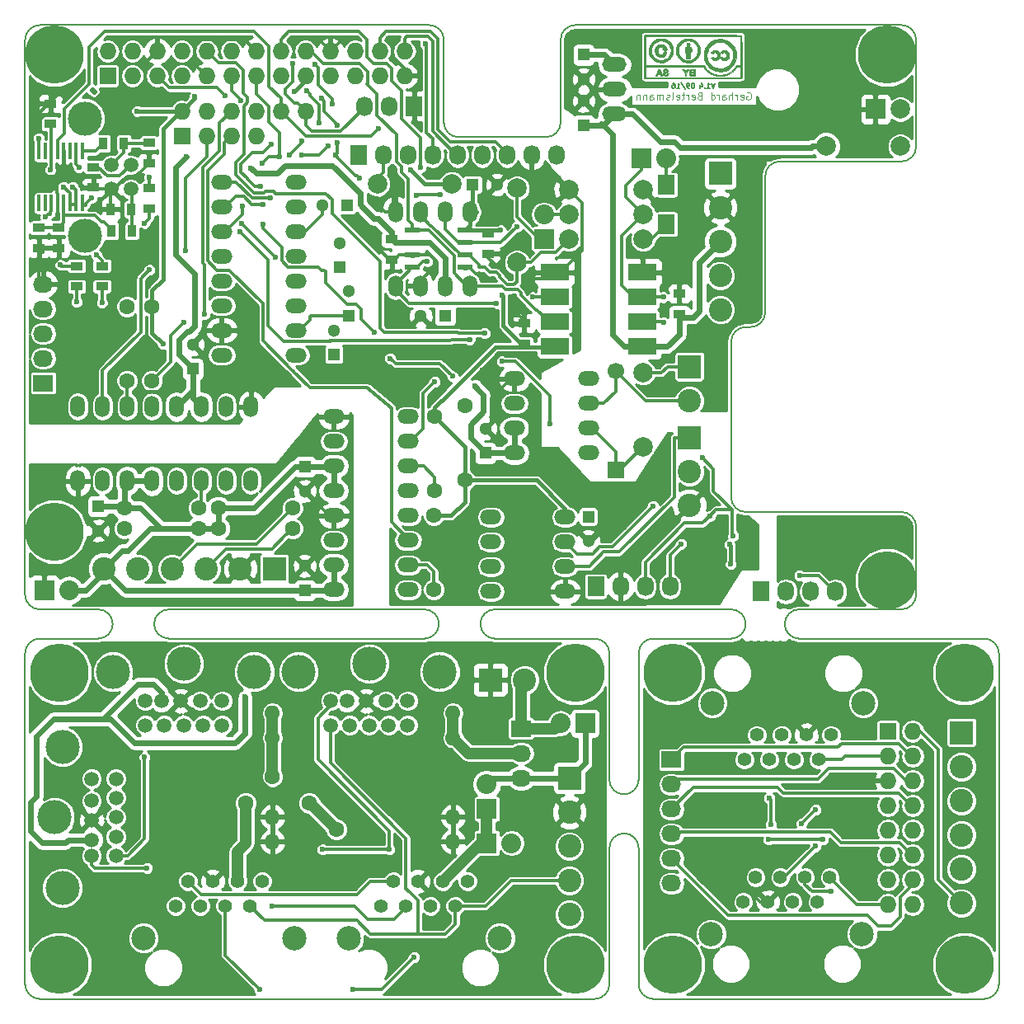
<source format=gbl>
G04 #@! TF.FileFunction,Copper,L2,Bot,Signal*
%FSLAX46Y46*%
G04 Gerber Fmt 4.6, Leading zero omitted, Abs format (unit mm)*
G04 Created by KiCad (PCBNEW 4.0.2+dfsg1-stable) date Mon 19 Sep 2016 11:20:04 AM CEST*
%MOMM*%
G01*
G04 APERTURE LIST*
%ADD10C,0.100000*%
%ADD11C,0.127000*%
%ADD12C,0.063500*%
%ADD13C,0.150000*%
%ADD14C,0.002540*%
%ADD15O,1.501140X2.199640*%
%ADD16R,1.300000X1.300000*%
%ADD17C,1.300000*%
%ADD18C,1.501140*%
%ADD19C,3.500120*%
%ADD20C,1.998980*%
%ADD21R,1.700000X1.700000*%
%ADD22O,1.727200X1.727200*%
%ADD23R,1.727200X1.727200*%
%ADD24C,1.400000*%
%ADD25C,2.500000*%
%ADD26C,1.699260*%
%ADD27R,1.699260X1.699260*%
%ADD28C,6.000000*%
%ADD29O,1.720000X1.720000*%
%ADD30R,2.032000X2.032000*%
%ADD31O,2.032000X2.032000*%
%ADD32R,2.032000X1.727200*%
%ADD33O,2.032000X1.727200*%
%ADD34R,1.550000X0.600000*%
%ADD35R,3.000000X1.800000*%
%ADD36C,1.600000*%
%ADD37C,2.400000*%
%ADD38R,2.400000X2.400000*%
%ADD39R,1.727200X2.032000*%
%ADD40O,1.727200X2.032000*%
%ADD41O,2.499360X1.501140*%
%ADD42R,0.406400X1.651000*%
%ADD43O,1.600000X1.600000*%
%ADD44R,2.000000X2.000000*%
%ADD45C,2.000000*%
%ADD46R,0.900000X1.300000*%
%ADD47R,1.300000X0.900000*%
%ADD48O,2.199640X1.501140*%
%ADD49R,1.700000X2.000000*%
%ADD50C,1.500000*%
%ADD51C,3.500000*%
%ADD52C,0.600000*%
%ADD53C,0.609600*%
%ADD54C,0.406400*%
%ADD55C,0.304800*%
%ADD56C,1.200000*%
%ADD57C,0.254000*%
G04 APERTURE END LIST*
D10*
D11*
X170793835Y-45949810D02*
X170624502Y-46457810D01*
X170455168Y-45949810D01*
X170019739Y-46457810D02*
X170310025Y-46457810D01*
X170164882Y-46457810D02*
X170164882Y-45949810D01*
X170213263Y-46022381D01*
X170261644Y-46070762D01*
X170310025Y-46094952D01*
X169802025Y-46409429D02*
X169777834Y-46433619D01*
X169802025Y-46457810D01*
X169826215Y-46433619D01*
X169802025Y-46409429D01*
X169802025Y-46457810D01*
X169342405Y-46119143D02*
X169342405Y-46457810D01*
X169463358Y-45925619D02*
X169584310Y-46288476D01*
X169269834Y-46288476D01*
X168592500Y-45949810D02*
X168544119Y-45949810D01*
X168495738Y-45974000D01*
X168471547Y-45998190D01*
X168447357Y-46046571D01*
X168423166Y-46143333D01*
X168423166Y-46264286D01*
X168447357Y-46361048D01*
X168471547Y-46409429D01*
X168495738Y-46433619D01*
X168544119Y-46457810D01*
X168592500Y-46457810D01*
X168640881Y-46433619D01*
X168665071Y-46409429D01*
X168689262Y-46361048D01*
X168713452Y-46264286D01*
X168713452Y-46143333D01*
X168689262Y-46046571D01*
X168665071Y-45998190D01*
X168640881Y-45974000D01*
X168592500Y-45949810D01*
X168181261Y-46457810D02*
X168084499Y-46457810D01*
X168036118Y-46433619D01*
X168011928Y-46409429D01*
X167963547Y-46336857D01*
X167939356Y-46240095D01*
X167939356Y-46046571D01*
X167963547Y-45998190D01*
X167987737Y-45974000D01*
X168036118Y-45949810D01*
X168132880Y-45949810D01*
X168181261Y-45974000D01*
X168205452Y-45998190D01*
X168229642Y-46046571D01*
X168229642Y-46167524D01*
X168205452Y-46215905D01*
X168181261Y-46240095D01*
X168132880Y-46264286D01*
X168036118Y-46264286D01*
X167987737Y-46240095D01*
X167963547Y-46215905D01*
X167939356Y-46167524D01*
X167358784Y-45925619D02*
X167794213Y-46578762D01*
X166923356Y-46457810D02*
X167213642Y-46457810D01*
X167068499Y-46457810D02*
X167068499Y-45949810D01*
X167116880Y-46022381D01*
X167165261Y-46070762D01*
X167213642Y-46094952D01*
X166487927Y-45949810D02*
X166584689Y-45949810D01*
X166633070Y-45974000D01*
X166657261Y-45998190D01*
X166705642Y-46070762D01*
X166729832Y-46167524D01*
X166729832Y-46361048D01*
X166705642Y-46409429D01*
X166681451Y-46433619D01*
X166633070Y-46457810D01*
X166536308Y-46457810D01*
X166487927Y-46433619D01*
X166463737Y-46409429D01*
X166439546Y-46361048D01*
X166439546Y-46240095D01*
X166463737Y-46191714D01*
X166487927Y-46167524D01*
X166536308Y-46143333D01*
X166633070Y-46143333D01*
X166681451Y-46167524D01*
X166705642Y-46191714D01*
X166729832Y-46240095D01*
D12*
X174117001Y-46926500D02*
X174189572Y-46890214D01*
X174298429Y-46890214D01*
X174407286Y-46926500D01*
X174479858Y-46999071D01*
X174516143Y-47071643D01*
X174552429Y-47216786D01*
X174552429Y-47325643D01*
X174516143Y-47470786D01*
X174479858Y-47543357D01*
X174407286Y-47615929D01*
X174298429Y-47652214D01*
X174225858Y-47652214D01*
X174117001Y-47615929D01*
X174080715Y-47579643D01*
X174080715Y-47325643D01*
X174225858Y-47325643D01*
X173463858Y-47615929D02*
X173536429Y-47652214D01*
X173681572Y-47652214D01*
X173754143Y-47615929D01*
X173790429Y-47543357D01*
X173790429Y-47253071D01*
X173754143Y-47180500D01*
X173681572Y-47144214D01*
X173536429Y-47144214D01*
X173463858Y-47180500D01*
X173427572Y-47253071D01*
X173427572Y-47325643D01*
X173790429Y-47398214D01*
X173101000Y-47652214D02*
X173101000Y-47144214D01*
X173101000Y-47289357D02*
X173064715Y-47216786D01*
X173028429Y-47180500D01*
X172955858Y-47144214D01*
X172883286Y-47144214D01*
X172629286Y-47652214D02*
X172629286Y-46890214D01*
X172302715Y-47652214D02*
X172302715Y-47253071D01*
X172339001Y-47180500D01*
X172411572Y-47144214D01*
X172520429Y-47144214D01*
X172593001Y-47180500D01*
X172629286Y-47216786D01*
X171613286Y-47652214D02*
X171613286Y-47253071D01*
X171649572Y-47180500D01*
X171722143Y-47144214D01*
X171867286Y-47144214D01*
X171939857Y-47180500D01*
X171613286Y-47615929D02*
X171685857Y-47652214D01*
X171867286Y-47652214D01*
X171939857Y-47615929D01*
X171976143Y-47543357D01*
X171976143Y-47470786D01*
X171939857Y-47398214D01*
X171867286Y-47361929D01*
X171685857Y-47361929D01*
X171613286Y-47325643D01*
X171250428Y-47652214D02*
X171250428Y-47144214D01*
X171250428Y-47289357D02*
X171214143Y-47216786D01*
X171177857Y-47180500D01*
X171105286Y-47144214D01*
X171032714Y-47144214D01*
X170452143Y-47652214D02*
X170452143Y-46890214D01*
X170452143Y-47615929D02*
X170524714Y-47652214D01*
X170669857Y-47652214D01*
X170742429Y-47615929D01*
X170778714Y-47579643D01*
X170815000Y-47507071D01*
X170815000Y-47289357D01*
X170778714Y-47216786D01*
X170742429Y-47180500D01*
X170669857Y-47144214D01*
X170524714Y-47144214D01*
X170452143Y-47180500D01*
X169254714Y-47253071D02*
X169145857Y-47289357D01*
X169109572Y-47325643D01*
X169073286Y-47398214D01*
X169073286Y-47507071D01*
X169109572Y-47579643D01*
X169145857Y-47615929D01*
X169218429Y-47652214D01*
X169508714Y-47652214D01*
X169508714Y-46890214D01*
X169254714Y-46890214D01*
X169182143Y-46926500D01*
X169145857Y-46962786D01*
X169109572Y-47035357D01*
X169109572Y-47107929D01*
X169145857Y-47180500D01*
X169182143Y-47216786D01*
X169254714Y-47253071D01*
X169508714Y-47253071D01*
X168456429Y-47615929D02*
X168529000Y-47652214D01*
X168674143Y-47652214D01*
X168746714Y-47615929D01*
X168783000Y-47543357D01*
X168783000Y-47253071D01*
X168746714Y-47180500D01*
X168674143Y-47144214D01*
X168529000Y-47144214D01*
X168456429Y-47180500D01*
X168420143Y-47253071D01*
X168420143Y-47325643D01*
X168783000Y-47398214D01*
X168093571Y-47652214D02*
X168093571Y-47144214D01*
X168093571Y-47289357D02*
X168057286Y-47216786D01*
X168021000Y-47180500D01*
X167948429Y-47144214D01*
X167875857Y-47144214D01*
X167730715Y-47144214D02*
X167440429Y-47144214D01*
X167621857Y-46890214D02*
X167621857Y-47543357D01*
X167585572Y-47615929D01*
X167513000Y-47652214D01*
X167440429Y-47652214D01*
X166896143Y-47615929D02*
X166968714Y-47652214D01*
X167113857Y-47652214D01*
X167186428Y-47615929D01*
X167222714Y-47543357D01*
X167222714Y-47253071D01*
X167186428Y-47180500D01*
X167113857Y-47144214D01*
X166968714Y-47144214D01*
X166896143Y-47180500D01*
X166859857Y-47253071D01*
X166859857Y-47325643D01*
X167222714Y-47398214D01*
X166424428Y-47652214D02*
X166497000Y-47615929D01*
X166533285Y-47543357D01*
X166533285Y-46890214D01*
X166170428Y-47615929D02*
X166097857Y-47652214D01*
X165952714Y-47652214D01*
X165880142Y-47615929D01*
X165843857Y-47543357D01*
X165843857Y-47507071D01*
X165880142Y-47434500D01*
X165952714Y-47398214D01*
X166061571Y-47398214D01*
X166134142Y-47361929D01*
X166170428Y-47289357D01*
X166170428Y-47253071D01*
X166134142Y-47180500D01*
X166061571Y-47144214D01*
X165952714Y-47144214D01*
X165880142Y-47180500D01*
X165517285Y-47652214D02*
X165517285Y-47144214D01*
X165517285Y-47216786D02*
X165481000Y-47180500D01*
X165408428Y-47144214D01*
X165299571Y-47144214D01*
X165227000Y-47180500D01*
X165190714Y-47253071D01*
X165190714Y-47652214D01*
X165190714Y-47253071D02*
X165154428Y-47180500D01*
X165081857Y-47144214D01*
X164973000Y-47144214D01*
X164900428Y-47180500D01*
X164864143Y-47253071D01*
X164864143Y-47652214D01*
X164174714Y-47652214D02*
X164174714Y-47253071D01*
X164211000Y-47180500D01*
X164283571Y-47144214D01*
X164428714Y-47144214D01*
X164501285Y-47180500D01*
X164174714Y-47615929D02*
X164247285Y-47652214D01*
X164428714Y-47652214D01*
X164501285Y-47615929D01*
X164537571Y-47543357D01*
X164537571Y-47470786D01*
X164501285Y-47398214D01*
X164428714Y-47361929D01*
X164247285Y-47361929D01*
X164174714Y-47325643D01*
X163811856Y-47144214D02*
X163811856Y-47652214D01*
X163811856Y-47216786D02*
X163775571Y-47180500D01*
X163702999Y-47144214D01*
X163594142Y-47144214D01*
X163521571Y-47180500D01*
X163485285Y-47253071D01*
X163485285Y-47652214D01*
X163122427Y-47144214D02*
X163122427Y-47652214D01*
X163122427Y-47216786D02*
X163086142Y-47180500D01*
X163013570Y-47144214D01*
X162904713Y-47144214D01*
X162832142Y-47180500D01*
X162795856Y-47253071D01*
X162795856Y-47652214D01*
D13*
X148250000Y-100000000D02*
X172500000Y-100000000D01*
X141000000Y-100000000D02*
X114750000Y-100000000D01*
X114750000Y-103000000D02*
X141000000Y-103000000D01*
X142500000Y-101500000D02*
G75*
G03X141000000Y-100000000I-1500000J0D01*
G01*
X141000000Y-103000000D02*
G75*
G03X142500000Y-101500000I0J1500000D01*
G01*
X101500000Y-100000000D02*
X107500000Y-100000000D01*
X101500000Y-103000000D02*
X107500000Y-103000000D01*
X148250000Y-100000000D02*
G75*
G03X146750000Y-101500000I0J-1500000D01*
G01*
X148250000Y-103000000D02*
X158500000Y-103000000D01*
X146750000Y-101500000D02*
G75*
G03X148250000Y-103000000I1500000J0D01*
G01*
X174000000Y-90000000D02*
X190000000Y-90000000D01*
X177500000Y-54000000D02*
X190000000Y-54000000D01*
X176000000Y-55500000D02*
X176000000Y-69500000D01*
X172500000Y-88500000D02*
X172500000Y-72500000D01*
X174000000Y-71000000D02*
X174500000Y-71000000D01*
X174500000Y-71000000D02*
G75*
G03X176000000Y-69500000I0J1500000D01*
G01*
X174000000Y-71000000D02*
G75*
G03X172500000Y-72500000I0J-1500000D01*
G01*
X161500000Y-119000000D02*
G75*
G03X163000000Y-117500000I0J1500000D01*
G01*
X163000000Y-124500000D02*
G75*
G03X161500000Y-123000000I-1500000J0D01*
G01*
X163000000Y-124500000D02*
X163000000Y-138500000D01*
X163000000Y-104500000D02*
X163000000Y-117500000D01*
X160000000Y-124500000D02*
X160000000Y-138500000D01*
X160000000Y-104500000D02*
X160000000Y-117500000D01*
X161500000Y-123000000D02*
G75*
G03X160000000Y-124500000I0J-1500000D01*
G01*
X160000000Y-117500000D02*
G75*
G03X161500000Y-119000000I1500000J0D01*
G01*
X164500000Y-103000000D02*
X172500000Y-103000000D01*
X164500000Y-140000000D02*
X198500000Y-140000000D01*
X163000000Y-138500000D02*
G75*
G03X164500000Y-140000000I1500000J0D01*
G01*
X158500000Y-140000000D02*
G75*
G03X160000000Y-138500000I0J1500000D01*
G01*
X164500000Y-103000000D02*
G75*
G03X163000000Y-104500000I0J-1500000D01*
G01*
X160000000Y-104500000D02*
G75*
G03X158500000Y-103000000I-1500000J0D01*
G01*
X113250000Y-101500000D02*
G75*
G03X114750000Y-103000000I1500000J0D01*
G01*
X114750000Y-100000000D02*
G75*
G03X113250000Y-101500000I0J-1500000D01*
G01*
X174000000Y-101500000D02*
G75*
G03X172500000Y-100000000I-1500000J0D01*
G01*
X172500000Y-103000000D02*
G75*
G03X174000000Y-101500000I0J1500000D01*
G01*
X178000000Y-101500000D02*
G75*
G03X179500000Y-103000000I1500000J0D01*
G01*
X179500000Y-100000000D02*
G75*
G03X178000000Y-101500000I0J-1500000D01*
G01*
X190000000Y-100000000D02*
X179500000Y-100000000D01*
X198500000Y-103000000D02*
X179500000Y-103000000D01*
X107500000Y-103000000D02*
G75*
G03X109000000Y-101500000I0J1500000D01*
G01*
X109000000Y-101500000D02*
G75*
G03X107500000Y-100000000I-1500000J0D01*
G01*
X198500000Y-140000000D02*
G75*
G03X200000000Y-138500000I0J1500000D01*
G01*
X200000000Y-104500000D02*
G75*
G03X198500000Y-103000000I-1500000J0D01*
G01*
X101500000Y-103000000D02*
G75*
G03X100000000Y-104500000I0J-1500000D01*
G01*
X100000000Y-138500000D02*
G75*
G03X101500000Y-140000000I1500000J0D01*
G01*
X100000000Y-104500000D02*
X100000000Y-138500000D01*
X200000000Y-104500000D02*
X200000000Y-138500000D01*
X101500000Y-140000000D02*
X158500000Y-140000000D01*
X191500000Y-91500000D02*
G75*
G03X190000000Y-90000000I-1500000J0D01*
G01*
X172500000Y-88500000D02*
G75*
G03X174000000Y-90000000I1500000J0D01*
G01*
X177500000Y-54000000D02*
G75*
G03X176000000Y-55500000I0J-1500000D01*
G01*
X190000000Y-54000000D02*
G75*
G03X191500000Y-52500000I0J1500000D01*
G01*
X191500000Y-41500000D02*
X191500000Y-52500000D01*
X143000000Y-41500000D02*
G75*
G03X141500000Y-40000000I-1500000J0D01*
G01*
X156500000Y-40000000D02*
G75*
G03X155000000Y-41500000I0J-1500000D01*
G01*
X153500000Y-51500000D02*
G75*
G03X155000000Y-50000000I0J1500000D01*
G01*
X143000000Y-50000000D02*
G75*
G03X144500000Y-51500000I1500000J0D01*
G01*
X144500000Y-51500000D02*
X153500000Y-51500000D01*
X143000000Y-41500000D02*
X143000000Y-50000000D01*
X155000000Y-41500000D02*
X155000000Y-50000000D01*
X190000000Y-40000000D02*
X156500000Y-40000000D01*
X100000000Y-41500000D02*
X100000000Y-98500000D01*
X191500000Y-91500000D02*
X191500000Y-98500000D01*
X191500000Y-41500000D02*
G75*
G03X190000000Y-40000000I-1500000J0D01*
G01*
X190000000Y-100000000D02*
G75*
G03X191500000Y-98500000I0J1500000D01*
G01*
X100000000Y-98500000D02*
G75*
G03X101500000Y-100000000I1500000J0D01*
G01*
X101500000Y-40000000D02*
G75*
G03X100000000Y-41500000I0J-1500000D01*
G01*
X101500000Y-40000000D02*
X141500000Y-40000000D01*
D14*
G36*
X163586160Y-45476160D02*
X163700460Y-45476160D01*
X163700460Y-44135040D01*
X163700460Y-42669460D01*
X163700460Y-41198800D01*
X163738560Y-41160700D01*
X163776660Y-41125140D01*
X168587420Y-41125140D01*
X173395640Y-41125140D01*
X173433740Y-41160700D01*
X173471840Y-41198800D01*
X173471840Y-42669460D01*
X173469300Y-44135040D01*
X173243240Y-44137580D01*
X173017180Y-44137580D01*
X172933360Y-44267120D01*
X172811440Y-44434760D01*
X172669200Y-44587160D01*
X172509180Y-44724320D01*
X172333920Y-44843700D01*
X172145960Y-44942760D01*
X171947840Y-45021500D01*
X171742100Y-45077380D01*
X171577000Y-45105320D01*
X171490640Y-45112940D01*
X171389040Y-45115480D01*
X171277280Y-45112940D01*
X171168060Y-45105320D01*
X171069000Y-45092620D01*
X171008040Y-45082460D01*
X170792140Y-45026580D01*
X170588940Y-44947840D01*
X170400980Y-44851320D01*
X170223180Y-44729400D01*
X170058080Y-44584620D01*
X169989500Y-44516040D01*
X169933620Y-44455080D01*
X169877740Y-44383960D01*
X169824400Y-44312840D01*
X169791380Y-44267120D01*
X169710100Y-44137580D01*
X166707820Y-44137580D01*
X163700460Y-44135040D01*
X163700460Y-45476160D01*
X163715700Y-45476160D01*
X163715700Y-45374560D01*
X163715700Y-44813220D01*
X163715700Y-44251880D01*
X166672260Y-44251880D01*
X169626280Y-44251880D01*
X169705020Y-44368720D01*
X169801540Y-44505880D01*
X169898060Y-44625260D01*
X169997120Y-44724320D01*
X170101260Y-44813220D01*
X170218100Y-44891960D01*
X170304460Y-44942760D01*
X170444160Y-45013880D01*
X170568620Y-45072300D01*
X170685460Y-45120560D01*
X170804840Y-45158660D01*
X170929300Y-45189140D01*
X170934380Y-45189140D01*
X171117260Y-45224700D01*
X171289980Y-45239940D01*
X171455080Y-45239940D01*
X171622720Y-45222160D01*
X171792900Y-45189140D01*
X171988480Y-45130720D01*
X172184060Y-45049440D01*
X172384720Y-44940220D01*
X172585380Y-44808140D01*
X172653960Y-44759880D01*
X172704760Y-44716700D01*
X172765720Y-44658280D01*
X172829220Y-44592240D01*
X172895260Y-44523660D01*
X172958760Y-44450000D01*
X173012100Y-44383960D01*
X173055280Y-44325540D01*
X173078140Y-44289980D01*
X173098460Y-44251880D01*
X173291500Y-44251880D01*
X173484540Y-44251880D01*
X173484540Y-44813220D01*
X173484540Y-45374560D01*
X168597580Y-45374560D01*
X163715700Y-45374560D01*
X163715700Y-45476160D01*
X168579800Y-45476160D01*
X173570900Y-45476160D01*
X173578520Y-45295820D01*
X173581060Y-45257720D01*
X173581060Y-45199300D01*
X173581060Y-45118020D01*
X173581060Y-45018960D01*
X173583600Y-44902120D01*
X173583600Y-44770040D01*
X173583600Y-44622720D01*
X173583600Y-44462700D01*
X173583600Y-44292520D01*
X173583600Y-44112180D01*
X173583600Y-43924220D01*
X173583600Y-43731180D01*
X173583600Y-43533060D01*
X173583600Y-43332400D01*
X173583600Y-43131740D01*
X173583600Y-42928540D01*
X173581060Y-42727880D01*
X173581060Y-42532300D01*
X173581060Y-42339260D01*
X173581060Y-42153840D01*
X173578520Y-41978580D01*
X173578520Y-41810940D01*
X173575980Y-41656000D01*
X173575980Y-41513760D01*
X173575980Y-41386760D01*
X173573440Y-41277540D01*
X173573440Y-41183560D01*
X173570900Y-41112440D01*
X173570900Y-41059100D01*
X173568360Y-41031160D01*
X173568360Y-41026080D01*
X173555660Y-41026080D01*
X173517560Y-41026080D01*
X173456600Y-41023540D01*
X173372780Y-41023540D01*
X173268640Y-41023540D01*
X173141640Y-41023540D01*
X172999400Y-41021000D01*
X172836840Y-41021000D01*
X172656500Y-41021000D01*
X172460920Y-41021000D01*
X172250100Y-41018460D01*
X172026580Y-41018460D01*
X171787820Y-41018460D01*
X171538900Y-41018460D01*
X171279820Y-41018460D01*
X171010580Y-41015920D01*
X170733720Y-41015920D01*
X170446700Y-41015920D01*
X170157140Y-41015920D01*
X169859960Y-41015920D01*
X169557700Y-41015920D01*
X169252900Y-41013380D01*
X168945560Y-41013380D01*
X168635680Y-41013380D01*
X168330880Y-41013380D01*
X168023540Y-41013380D01*
X167718740Y-41013380D01*
X167416480Y-41013380D01*
X167116760Y-41013380D01*
X166824660Y-41013380D01*
X166537640Y-41013380D01*
X166258240Y-41013380D01*
X165986460Y-41013380D01*
X165724840Y-41013380D01*
X165473380Y-41013380D01*
X165234620Y-41013380D01*
X165008560Y-41013380D01*
X164795200Y-41013380D01*
X164597080Y-41013380D01*
X164414200Y-41013380D01*
X164246560Y-41013380D01*
X164099240Y-41015920D01*
X163969700Y-41015920D01*
X163863020Y-41015920D01*
X163774120Y-41015920D01*
X163708080Y-41018460D01*
X163664900Y-41018460D01*
X163647120Y-41018460D01*
X163586160Y-41026080D01*
X163586160Y-43251120D01*
X163586160Y-45476160D01*
X163586160Y-45476160D01*
X163586160Y-45476160D01*
G37*
X163586160Y-45476160D02*
X163700460Y-45476160D01*
X163700460Y-44135040D01*
X163700460Y-42669460D01*
X163700460Y-41198800D01*
X163738560Y-41160700D01*
X163776660Y-41125140D01*
X168587420Y-41125140D01*
X173395640Y-41125140D01*
X173433740Y-41160700D01*
X173471840Y-41198800D01*
X173471840Y-42669460D01*
X173469300Y-44135040D01*
X173243240Y-44137580D01*
X173017180Y-44137580D01*
X172933360Y-44267120D01*
X172811440Y-44434760D01*
X172669200Y-44587160D01*
X172509180Y-44724320D01*
X172333920Y-44843700D01*
X172145960Y-44942760D01*
X171947840Y-45021500D01*
X171742100Y-45077380D01*
X171577000Y-45105320D01*
X171490640Y-45112940D01*
X171389040Y-45115480D01*
X171277280Y-45112940D01*
X171168060Y-45105320D01*
X171069000Y-45092620D01*
X171008040Y-45082460D01*
X170792140Y-45026580D01*
X170588940Y-44947840D01*
X170400980Y-44851320D01*
X170223180Y-44729400D01*
X170058080Y-44584620D01*
X169989500Y-44516040D01*
X169933620Y-44455080D01*
X169877740Y-44383960D01*
X169824400Y-44312840D01*
X169791380Y-44267120D01*
X169710100Y-44137580D01*
X166707820Y-44137580D01*
X163700460Y-44135040D01*
X163700460Y-45476160D01*
X163715700Y-45476160D01*
X163715700Y-45374560D01*
X163715700Y-44813220D01*
X163715700Y-44251880D01*
X166672260Y-44251880D01*
X169626280Y-44251880D01*
X169705020Y-44368720D01*
X169801540Y-44505880D01*
X169898060Y-44625260D01*
X169997120Y-44724320D01*
X170101260Y-44813220D01*
X170218100Y-44891960D01*
X170304460Y-44942760D01*
X170444160Y-45013880D01*
X170568620Y-45072300D01*
X170685460Y-45120560D01*
X170804840Y-45158660D01*
X170929300Y-45189140D01*
X170934380Y-45189140D01*
X171117260Y-45224700D01*
X171289980Y-45239940D01*
X171455080Y-45239940D01*
X171622720Y-45222160D01*
X171792900Y-45189140D01*
X171988480Y-45130720D01*
X172184060Y-45049440D01*
X172384720Y-44940220D01*
X172585380Y-44808140D01*
X172653960Y-44759880D01*
X172704760Y-44716700D01*
X172765720Y-44658280D01*
X172829220Y-44592240D01*
X172895260Y-44523660D01*
X172958760Y-44450000D01*
X173012100Y-44383960D01*
X173055280Y-44325540D01*
X173078140Y-44289980D01*
X173098460Y-44251880D01*
X173291500Y-44251880D01*
X173484540Y-44251880D01*
X173484540Y-44813220D01*
X173484540Y-45374560D01*
X168597580Y-45374560D01*
X163715700Y-45374560D01*
X163715700Y-45476160D01*
X168579800Y-45476160D01*
X173570900Y-45476160D01*
X173578520Y-45295820D01*
X173581060Y-45257720D01*
X173581060Y-45199300D01*
X173581060Y-45118020D01*
X173581060Y-45018960D01*
X173583600Y-44902120D01*
X173583600Y-44770040D01*
X173583600Y-44622720D01*
X173583600Y-44462700D01*
X173583600Y-44292520D01*
X173583600Y-44112180D01*
X173583600Y-43924220D01*
X173583600Y-43731180D01*
X173583600Y-43533060D01*
X173583600Y-43332400D01*
X173583600Y-43131740D01*
X173583600Y-42928540D01*
X173581060Y-42727880D01*
X173581060Y-42532300D01*
X173581060Y-42339260D01*
X173581060Y-42153840D01*
X173578520Y-41978580D01*
X173578520Y-41810940D01*
X173575980Y-41656000D01*
X173575980Y-41513760D01*
X173575980Y-41386760D01*
X173573440Y-41277540D01*
X173573440Y-41183560D01*
X173570900Y-41112440D01*
X173570900Y-41059100D01*
X173568360Y-41031160D01*
X173568360Y-41026080D01*
X173555660Y-41026080D01*
X173517560Y-41026080D01*
X173456600Y-41023540D01*
X173372780Y-41023540D01*
X173268640Y-41023540D01*
X173141640Y-41023540D01*
X172999400Y-41021000D01*
X172836840Y-41021000D01*
X172656500Y-41021000D01*
X172460920Y-41021000D01*
X172250100Y-41018460D01*
X172026580Y-41018460D01*
X171787820Y-41018460D01*
X171538900Y-41018460D01*
X171279820Y-41018460D01*
X171010580Y-41015920D01*
X170733720Y-41015920D01*
X170446700Y-41015920D01*
X170157140Y-41015920D01*
X169859960Y-41015920D01*
X169557700Y-41015920D01*
X169252900Y-41013380D01*
X168945560Y-41013380D01*
X168635680Y-41013380D01*
X168330880Y-41013380D01*
X168023540Y-41013380D01*
X167718740Y-41013380D01*
X167416480Y-41013380D01*
X167116760Y-41013380D01*
X166824660Y-41013380D01*
X166537640Y-41013380D01*
X166258240Y-41013380D01*
X165986460Y-41013380D01*
X165724840Y-41013380D01*
X165473380Y-41013380D01*
X165234620Y-41013380D01*
X165008560Y-41013380D01*
X164795200Y-41013380D01*
X164597080Y-41013380D01*
X164414200Y-41013380D01*
X164246560Y-41013380D01*
X164099240Y-41015920D01*
X163969700Y-41015920D01*
X163863020Y-41015920D01*
X163774120Y-41015920D01*
X163708080Y-41018460D01*
X163664900Y-41018460D01*
X163647120Y-41018460D01*
X163586160Y-41026080D01*
X163586160Y-43251120D01*
X163586160Y-45476160D01*
X163586160Y-45476160D01*
G36*
X165453060Y-45018960D02*
X165465760Y-45067220D01*
X165493700Y-45112940D01*
X165503860Y-45125640D01*
X165554660Y-45166280D01*
X165623240Y-45196760D01*
X165701980Y-45212000D01*
X165780720Y-45214540D01*
X165790880Y-45212000D01*
X165879780Y-45191680D01*
X165950900Y-45153580D01*
X166004240Y-45102780D01*
X166037260Y-45036740D01*
X166039800Y-45029120D01*
X166047420Y-44991020D01*
X166039800Y-44968160D01*
X166016940Y-44955460D01*
X165973760Y-44955460D01*
X165963600Y-44955460D01*
X165922960Y-44960540D01*
X165900100Y-44968160D01*
X165889940Y-44983400D01*
X165882320Y-45003720D01*
X165854380Y-45049440D01*
X165811200Y-45077380D01*
X165757860Y-45092620D01*
X165696900Y-45087540D01*
X165661340Y-45074840D01*
X165623240Y-45051980D01*
X165608000Y-45024040D01*
X165610540Y-44988480D01*
X165618160Y-44970700D01*
X165635940Y-44952920D01*
X165668960Y-44937680D01*
X165717220Y-44917360D01*
X165785800Y-44897040D01*
X165823900Y-44884340D01*
X165882320Y-44864020D01*
X165925500Y-44846240D01*
X165955980Y-44825920D01*
X165973760Y-44808140D01*
X166009320Y-44749720D01*
X166022020Y-44693840D01*
X166016940Y-44635420D01*
X165991540Y-44584620D01*
X165948360Y-44538900D01*
X165895020Y-44503340D01*
X165828980Y-44480480D01*
X165755320Y-44472860D01*
X165684200Y-44480480D01*
X165600380Y-44503340D01*
X165539420Y-44541440D01*
X165501320Y-44592240D01*
X165481000Y-44655740D01*
X165481000Y-44658280D01*
X165473380Y-44711620D01*
X165547040Y-44711620D01*
X165587680Y-44709080D01*
X165610540Y-44704000D01*
X165623240Y-44693840D01*
X165633400Y-44670980D01*
X165658800Y-44632880D01*
X165699440Y-44607480D01*
X165747700Y-44597320D01*
X165795960Y-44602400D01*
X165839140Y-44625260D01*
X165841680Y-44627800D01*
X165867080Y-44655740D01*
X165869620Y-44676060D01*
X165856920Y-44701460D01*
X165851840Y-44709080D01*
X165823900Y-44726860D01*
X165770560Y-44749720D01*
X165694360Y-44772580D01*
X165689280Y-44772580D01*
X165602920Y-44800520D01*
X165541960Y-44828460D01*
X165498780Y-44858940D01*
X165470840Y-44899580D01*
X165455600Y-44947840D01*
X165455600Y-44958000D01*
X165453060Y-45018960D01*
X165453060Y-45018960D01*
X165453060Y-45018960D01*
G37*
X165453060Y-45018960D02*
X165465760Y-45067220D01*
X165493700Y-45112940D01*
X165503860Y-45125640D01*
X165554660Y-45166280D01*
X165623240Y-45196760D01*
X165701980Y-45212000D01*
X165780720Y-45214540D01*
X165790880Y-45212000D01*
X165879780Y-45191680D01*
X165950900Y-45153580D01*
X166004240Y-45102780D01*
X166037260Y-45036740D01*
X166039800Y-45029120D01*
X166047420Y-44991020D01*
X166039800Y-44968160D01*
X166016940Y-44955460D01*
X165973760Y-44955460D01*
X165963600Y-44955460D01*
X165922960Y-44960540D01*
X165900100Y-44968160D01*
X165889940Y-44983400D01*
X165882320Y-45003720D01*
X165854380Y-45049440D01*
X165811200Y-45077380D01*
X165757860Y-45092620D01*
X165696900Y-45087540D01*
X165661340Y-45074840D01*
X165623240Y-45051980D01*
X165608000Y-45024040D01*
X165610540Y-44988480D01*
X165618160Y-44970700D01*
X165635940Y-44952920D01*
X165668960Y-44937680D01*
X165717220Y-44917360D01*
X165785800Y-44897040D01*
X165823900Y-44884340D01*
X165882320Y-44864020D01*
X165925500Y-44846240D01*
X165955980Y-44825920D01*
X165973760Y-44808140D01*
X166009320Y-44749720D01*
X166022020Y-44693840D01*
X166016940Y-44635420D01*
X165991540Y-44584620D01*
X165948360Y-44538900D01*
X165895020Y-44503340D01*
X165828980Y-44480480D01*
X165755320Y-44472860D01*
X165684200Y-44480480D01*
X165600380Y-44503340D01*
X165539420Y-44541440D01*
X165501320Y-44592240D01*
X165481000Y-44655740D01*
X165481000Y-44658280D01*
X165473380Y-44711620D01*
X165547040Y-44711620D01*
X165587680Y-44709080D01*
X165610540Y-44704000D01*
X165623240Y-44693840D01*
X165633400Y-44670980D01*
X165658800Y-44632880D01*
X165699440Y-44607480D01*
X165747700Y-44597320D01*
X165795960Y-44602400D01*
X165839140Y-44625260D01*
X165841680Y-44627800D01*
X165867080Y-44655740D01*
X165869620Y-44676060D01*
X165856920Y-44701460D01*
X165851840Y-44709080D01*
X165823900Y-44726860D01*
X165770560Y-44749720D01*
X165694360Y-44772580D01*
X165689280Y-44772580D01*
X165602920Y-44800520D01*
X165541960Y-44828460D01*
X165498780Y-44858940D01*
X165470840Y-44899580D01*
X165455600Y-44947840D01*
X165455600Y-44958000D01*
X165453060Y-45018960D01*
X165453060Y-45018960D01*
G36*
X168175940Y-45018960D02*
X168196260Y-45085000D01*
X168236900Y-45138340D01*
X168292780Y-45171360D01*
X168315640Y-45181520D01*
X168338500Y-45186600D01*
X168338500Y-44978320D01*
X168343580Y-44940220D01*
X168358820Y-44914820D01*
X168363900Y-44912280D01*
X168363900Y-44686220D01*
X168376600Y-44650660D01*
X168384220Y-44640500D01*
X168404540Y-44630340D01*
X168437560Y-44625260D01*
X168493440Y-44622720D01*
X168503600Y-44622720D01*
X168600120Y-44622720D01*
X168605200Y-44663360D01*
X168607740Y-44704000D01*
X168607740Y-44739560D01*
X168602660Y-44757340D01*
X168595040Y-44767500D01*
X168579800Y-44772580D01*
X168544240Y-44775120D01*
X168513760Y-44775120D01*
X168447720Y-44772580D01*
X168404540Y-44762420D01*
X168391840Y-44754800D01*
X168368980Y-44724320D01*
X168363900Y-44686220D01*
X168363900Y-44912280D01*
X168389300Y-44899580D01*
X168440100Y-44891960D01*
X168501060Y-44889420D01*
X168602660Y-44889420D01*
X168602660Y-44978320D01*
X168602660Y-45069760D01*
X168495980Y-45069760D01*
X168435020Y-45067220D01*
X168396920Y-45062140D01*
X168371520Y-45054520D01*
X168361360Y-45046900D01*
X168343580Y-45013880D01*
X168338500Y-44978320D01*
X168338500Y-45186600D01*
X168343580Y-45186600D01*
X168379140Y-45191680D01*
X168429940Y-45194220D01*
X168495980Y-45196760D01*
X168559480Y-45196760D01*
X168770300Y-45196760D01*
X168770300Y-44846240D01*
X168770300Y-44493180D01*
X168562020Y-44493180D01*
X168468040Y-44495720D01*
X168399460Y-44498260D01*
X168346120Y-44503340D01*
X168308020Y-44513500D01*
X168277540Y-44526200D01*
X168254680Y-44546520D01*
X168244520Y-44554140D01*
X168226740Y-44589700D01*
X168214040Y-44640500D01*
X168211500Y-44691300D01*
X168216580Y-44716700D01*
X168231820Y-44749720D01*
X168257220Y-44782740D01*
X168259760Y-44785280D01*
X168280080Y-44805600D01*
X168282620Y-44818300D01*
X168275000Y-44823380D01*
X168239440Y-44846240D01*
X168206420Y-44884340D01*
X168183560Y-44927520D01*
X168178480Y-44945300D01*
X168175940Y-45018960D01*
X168175940Y-45018960D01*
X168175940Y-45018960D01*
G37*
X168175940Y-45018960D02*
X168196260Y-45085000D01*
X168236900Y-45138340D01*
X168292780Y-45171360D01*
X168315640Y-45181520D01*
X168338500Y-45186600D01*
X168338500Y-44978320D01*
X168343580Y-44940220D01*
X168358820Y-44914820D01*
X168363900Y-44912280D01*
X168363900Y-44686220D01*
X168376600Y-44650660D01*
X168384220Y-44640500D01*
X168404540Y-44630340D01*
X168437560Y-44625260D01*
X168493440Y-44622720D01*
X168503600Y-44622720D01*
X168600120Y-44622720D01*
X168605200Y-44663360D01*
X168607740Y-44704000D01*
X168607740Y-44739560D01*
X168602660Y-44757340D01*
X168595040Y-44767500D01*
X168579800Y-44772580D01*
X168544240Y-44775120D01*
X168513760Y-44775120D01*
X168447720Y-44772580D01*
X168404540Y-44762420D01*
X168391840Y-44754800D01*
X168368980Y-44724320D01*
X168363900Y-44686220D01*
X168363900Y-44912280D01*
X168389300Y-44899580D01*
X168440100Y-44891960D01*
X168501060Y-44889420D01*
X168602660Y-44889420D01*
X168602660Y-44978320D01*
X168602660Y-45069760D01*
X168495980Y-45069760D01*
X168435020Y-45067220D01*
X168396920Y-45062140D01*
X168371520Y-45054520D01*
X168361360Y-45046900D01*
X168343580Y-45013880D01*
X168338500Y-44978320D01*
X168338500Y-45186600D01*
X168343580Y-45186600D01*
X168379140Y-45191680D01*
X168429940Y-45194220D01*
X168495980Y-45196760D01*
X168559480Y-45196760D01*
X168770300Y-45196760D01*
X168770300Y-44846240D01*
X168770300Y-44493180D01*
X168562020Y-44493180D01*
X168468040Y-44495720D01*
X168399460Y-44498260D01*
X168346120Y-44503340D01*
X168308020Y-44513500D01*
X168277540Y-44526200D01*
X168254680Y-44546520D01*
X168244520Y-44554140D01*
X168226740Y-44589700D01*
X168214040Y-44640500D01*
X168211500Y-44691300D01*
X168216580Y-44716700D01*
X168231820Y-44749720D01*
X168257220Y-44782740D01*
X168259760Y-44785280D01*
X168280080Y-44805600D01*
X168282620Y-44818300D01*
X168275000Y-44823380D01*
X168239440Y-44846240D01*
X168206420Y-44884340D01*
X168183560Y-44927520D01*
X168178480Y-44945300D01*
X168175940Y-45018960D01*
X168175940Y-45018960D01*
G36*
X167469820Y-44493180D02*
X167604440Y-44716700D01*
X167739060Y-44940220D01*
X167739060Y-45067220D01*
X167739060Y-45196760D01*
X167815260Y-45196760D01*
X167891460Y-45196760D01*
X167891460Y-45062140D01*
X167891460Y-44924980D01*
X168015920Y-44719240D01*
X168054020Y-44653200D01*
X168087040Y-44594780D01*
X168114980Y-44549060D01*
X168135300Y-44518580D01*
X168142920Y-44503340D01*
X168132760Y-44498260D01*
X168104820Y-44495720D01*
X168064180Y-44493180D01*
X168059100Y-44493180D01*
X167970200Y-44493180D01*
X167891460Y-44630340D01*
X167853360Y-44691300D01*
X167827960Y-44729400D01*
X167810180Y-44749720D01*
X167800020Y-44747180D01*
X167789860Y-44729400D01*
X167769540Y-44696380D01*
X167744140Y-44650660D01*
X167721280Y-44615100D01*
X167655240Y-44500800D01*
X167563800Y-44495720D01*
X167469820Y-44493180D01*
X167469820Y-44493180D01*
X167469820Y-44493180D01*
G37*
X167469820Y-44493180D02*
X167604440Y-44716700D01*
X167739060Y-44940220D01*
X167739060Y-45067220D01*
X167739060Y-45196760D01*
X167815260Y-45196760D01*
X167891460Y-45196760D01*
X167891460Y-45062140D01*
X167891460Y-44924980D01*
X168015920Y-44719240D01*
X168054020Y-44653200D01*
X168087040Y-44594780D01*
X168114980Y-44549060D01*
X168135300Y-44518580D01*
X168142920Y-44503340D01*
X168132760Y-44498260D01*
X168104820Y-44495720D01*
X168064180Y-44493180D01*
X168059100Y-44493180D01*
X167970200Y-44493180D01*
X167891460Y-44630340D01*
X167853360Y-44691300D01*
X167827960Y-44729400D01*
X167810180Y-44749720D01*
X167800020Y-44747180D01*
X167789860Y-44729400D01*
X167769540Y-44696380D01*
X167744140Y-44650660D01*
X167721280Y-44615100D01*
X167655240Y-44500800D01*
X167563800Y-44495720D01*
X167469820Y-44493180D01*
X167469820Y-44493180D01*
G36*
X164749480Y-45186600D02*
X164759640Y-45191680D01*
X164792660Y-45194220D01*
X164830760Y-45196760D01*
X164912040Y-45196760D01*
X164934900Y-45120560D01*
X164957760Y-45044360D01*
X165006020Y-45044360D01*
X165006020Y-44914820D01*
X165046660Y-44800520D01*
X165061900Y-44752260D01*
X165079680Y-44714160D01*
X165089840Y-44696380D01*
X165092380Y-44693840D01*
X165102540Y-44709080D01*
X165115240Y-44742100D01*
X165130480Y-44785280D01*
X165145720Y-44831000D01*
X165160960Y-44871640D01*
X165168580Y-44899580D01*
X165171120Y-44907200D01*
X165158420Y-44912280D01*
X165127940Y-44914820D01*
X165089840Y-44914820D01*
X165006020Y-44914820D01*
X165006020Y-45044360D01*
X165089840Y-45044360D01*
X165219380Y-45044360D01*
X165247320Y-45120560D01*
X165275260Y-45196760D01*
X165356540Y-45196760D01*
X165435280Y-45196760D01*
X165303200Y-44848780D01*
X165173660Y-44500800D01*
X165087300Y-44500800D01*
X165003480Y-44500800D01*
X164876480Y-44838620D01*
X164843460Y-44927520D01*
X164812980Y-45006260D01*
X164787580Y-45074840D01*
X164769800Y-45130720D01*
X164754560Y-45168820D01*
X164749480Y-45186600D01*
X164749480Y-45186600D01*
X164749480Y-45186600D01*
X164749480Y-45186600D01*
G37*
X164749480Y-45186600D02*
X164759640Y-45191680D01*
X164792660Y-45194220D01*
X164830760Y-45196760D01*
X164912040Y-45196760D01*
X164934900Y-45120560D01*
X164957760Y-45044360D01*
X165006020Y-45044360D01*
X165006020Y-44914820D01*
X165046660Y-44800520D01*
X165061900Y-44752260D01*
X165079680Y-44714160D01*
X165089840Y-44696380D01*
X165092380Y-44693840D01*
X165102540Y-44709080D01*
X165115240Y-44742100D01*
X165130480Y-44785280D01*
X165145720Y-44831000D01*
X165160960Y-44871640D01*
X165168580Y-44899580D01*
X165171120Y-44907200D01*
X165158420Y-44912280D01*
X165127940Y-44914820D01*
X165089840Y-44914820D01*
X165006020Y-44914820D01*
X165006020Y-45044360D01*
X165089840Y-45044360D01*
X165219380Y-45044360D01*
X165247320Y-45120560D01*
X165275260Y-45196760D01*
X165356540Y-45196760D01*
X165435280Y-45196760D01*
X165303200Y-44848780D01*
X165173660Y-44500800D01*
X165087300Y-44500800D01*
X165003480Y-44500800D01*
X164876480Y-44838620D01*
X164843460Y-44927520D01*
X164812980Y-45006260D01*
X164787580Y-45074840D01*
X164769800Y-45130720D01*
X164754560Y-45168820D01*
X164749480Y-45186600D01*
X164749480Y-45186600D01*
X164749480Y-45186600D01*
G36*
X169705020Y-43068240D02*
X169705020Y-43159680D01*
X169710100Y-43281600D01*
X169720260Y-43388280D01*
X169738040Y-43482260D01*
X169760900Y-43573700D01*
X169791380Y-43667680D01*
X169816780Y-43733720D01*
X169895520Y-43898820D01*
X169997120Y-44056300D01*
X169999660Y-44058840D01*
X169999660Y-43068240D01*
X170012360Y-42890440D01*
X170050460Y-42717720D01*
X170108880Y-42550080D01*
X170187620Y-42392600D01*
X170289220Y-42247820D01*
X170408600Y-42113200D01*
X170548300Y-41993820D01*
X170705780Y-41892220D01*
X170713400Y-41887140D01*
X170865800Y-41816020D01*
X171030900Y-41765220D01*
X171201080Y-41737280D01*
X171376340Y-41727120D01*
X171549060Y-41739820D01*
X171719240Y-41772840D01*
X171881800Y-41828720D01*
X171985940Y-41876980D01*
X172130720Y-41968420D01*
X172265340Y-42080180D01*
X172389800Y-42207180D01*
X172496480Y-42346880D01*
X172582840Y-42496740D01*
X172651420Y-42651680D01*
X172676820Y-42740580D01*
X172714920Y-42926000D01*
X172725080Y-43106340D01*
X172712380Y-43284140D01*
X172671740Y-43456860D01*
X172610780Y-43624500D01*
X172524420Y-43784520D01*
X172417740Y-43934380D01*
X172288200Y-44071540D01*
X172143420Y-44193460D01*
X171988480Y-44292520D01*
X171828460Y-44366180D01*
X171658280Y-44416980D01*
X171480480Y-44442380D01*
X171295060Y-44444920D01*
X171127420Y-44427140D01*
X170969940Y-44391580D01*
X170817540Y-44333160D01*
X170667680Y-44254420D01*
X170527980Y-44157900D01*
X170400980Y-44048680D01*
X170286680Y-43924220D01*
X170190160Y-43792140D01*
X170116500Y-43652440D01*
X170098720Y-43609260D01*
X170040300Y-43428920D01*
X170007280Y-43246040D01*
X169999660Y-43068240D01*
X169999660Y-44058840D01*
X170116500Y-44201080D01*
X170251120Y-44333160D01*
X170400980Y-44450000D01*
X170561000Y-44551600D01*
X170728640Y-44632880D01*
X170903900Y-44693840D01*
X171079160Y-44731940D01*
X171165520Y-44742100D01*
X171246800Y-44749720D01*
X171310300Y-44752260D01*
X171363640Y-44754800D01*
X171414440Y-44754800D01*
X171465240Y-44752260D01*
X171510960Y-44749720D01*
X171706540Y-44721780D01*
X171891960Y-44673520D01*
X172067220Y-44599860D01*
X172237400Y-44505880D01*
X172397420Y-44386500D01*
X172554900Y-44241720D01*
X172557440Y-44236640D01*
X172694600Y-44081700D01*
X172806360Y-43921680D01*
X172892720Y-43754040D01*
X172958760Y-43578780D01*
X172999400Y-43390820D01*
X173019720Y-43195240D01*
X173024800Y-43091100D01*
X173014640Y-42908220D01*
X172991780Y-42738040D01*
X172951140Y-42578020D01*
X172890180Y-42420540D01*
X172841920Y-42324020D01*
X172737780Y-42148760D01*
X172615860Y-41991280D01*
X172476160Y-41849040D01*
X172321220Y-41724580D01*
X172156120Y-41620440D01*
X171978320Y-41534080D01*
X171792900Y-41473120D01*
X171676060Y-41447720D01*
X171592240Y-41435020D01*
X171490640Y-41429940D01*
X171378880Y-41427400D01*
X171267120Y-41427400D01*
X171162980Y-41435020D01*
X171071540Y-41445180D01*
X171051220Y-41447720D01*
X170858180Y-41495980D01*
X170672760Y-41564560D01*
X170497500Y-41656000D01*
X170337480Y-41767760D01*
X170190160Y-41897300D01*
X170058080Y-42042080D01*
X169943780Y-42202100D01*
X169849800Y-42374820D01*
X169776140Y-42560240D01*
X169760900Y-42605960D01*
X169738040Y-42694860D01*
X169722800Y-42778680D01*
X169710100Y-42865040D01*
X169705020Y-42959020D01*
X169705020Y-43068240D01*
X169705020Y-43068240D01*
X169705020Y-43068240D01*
G37*
X169705020Y-43068240D02*
X169705020Y-43159680D01*
X169710100Y-43281600D01*
X169720260Y-43388280D01*
X169738040Y-43482260D01*
X169760900Y-43573700D01*
X169791380Y-43667680D01*
X169816780Y-43733720D01*
X169895520Y-43898820D01*
X169997120Y-44056300D01*
X169999660Y-44058840D01*
X169999660Y-43068240D01*
X170012360Y-42890440D01*
X170050460Y-42717720D01*
X170108880Y-42550080D01*
X170187620Y-42392600D01*
X170289220Y-42247820D01*
X170408600Y-42113200D01*
X170548300Y-41993820D01*
X170705780Y-41892220D01*
X170713400Y-41887140D01*
X170865800Y-41816020D01*
X171030900Y-41765220D01*
X171201080Y-41737280D01*
X171376340Y-41727120D01*
X171549060Y-41739820D01*
X171719240Y-41772840D01*
X171881800Y-41828720D01*
X171985940Y-41876980D01*
X172130720Y-41968420D01*
X172265340Y-42080180D01*
X172389800Y-42207180D01*
X172496480Y-42346880D01*
X172582840Y-42496740D01*
X172651420Y-42651680D01*
X172676820Y-42740580D01*
X172714920Y-42926000D01*
X172725080Y-43106340D01*
X172712380Y-43284140D01*
X172671740Y-43456860D01*
X172610780Y-43624500D01*
X172524420Y-43784520D01*
X172417740Y-43934380D01*
X172288200Y-44071540D01*
X172143420Y-44193460D01*
X171988480Y-44292520D01*
X171828460Y-44366180D01*
X171658280Y-44416980D01*
X171480480Y-44442380D01*
X171295060Y-44444920D01*
X171127420Y-44427140D01*
X170969940Y-44391580D01*
X170817540Y-44333160D01*
X170667680Y-44254420D01*
X170527980Y-44157900D01*
X170400980Y-44048680D01*
X170286680Y-43924220D01*
X170190160Y-43792140D01*
X170116500Y-43652440D01*
X170098720Y-43609260D01*
X170040300Y-43428920D01*
X170007280Y-43246040D01*
X169999660Y-43068240D01*
X169999660Y-44058840D01*
X170116500Y-44201080D01*
X170251120Y-44333160D01*
X170400980Y-44450000D01*
X170561000Y-44551600D01*
X170728640Y-44632880D01*
X170903900Y-44693840D01*
X171079160Y-44731940D01*
X171165520Y-44742100D01*
X171246800Y-44749720D01*
X171310300Y-44752260D01*
X171363640Y-44754800D01*
X171414440Y-44754800D01*
X171465240Y-44752260D01*
X171510960Y-44749720D01*
X171706540Y-44721780D01*
X171891960Y-44673520D01*
X172067220Y-44599860D01*
X172237400Y-44505880D01*
X172397420Y-44386500D01*
X172554900Y-44241720D01*
X172557440Y-44236640D01*
X172694600Y-44081700D01*
X172806360Y-43921680D01*
X172892720Y-43754040D01*
X172958760Y-43578780D01*
X172999400Y-43390820D01*
X173019720Y-43195240D01*
X173024800Y-43091100D01*
X173014640Y-42908220D01*
X172991780Y-42738040D01*
X172951140Y-42578020D01*
X172890180Y-42420540D01*
X172841920Y-42324020D01*
X172737780Y-42148760D01*
X172615860Y-41991280D01*
X172476160Y-41849040D01*
X172321220Y-41724580D01*
X172156120Y-41620440D01*
X171978320Y-41534080D01*
X171792900Y-41473120D01*
X171676060Y-41447720D01*
X171592240Y-41435020D01*
X171490640Y-41429940D01*
X171378880Y-41427400D01*
X171267120Y-41427400D01*
X171162980Y-41435020D01*
X171071540Y-41445180D01*
X171051220Y-41447720D01*
X170858180Y-41495980D01*
X170672760Y-41564560D01*
X170497500Y-41656000D01*
X170337480Y-41767760D01*
X170190160Y-41897300D01*
X170058080Y-42042080D01*
X169943780Y-42202100D01*
X169849800Y-42374820D01*
X169776140Y-42560240D01*
X169760900Y-42605960D01*
X169738040Y-42694860D01*
X169722800Y-42778680D01*
X169710100Y-42865040D01*
X169705020Y-42959020D01*
X169705020Y-43068240D01*
X169705020Y-43068240D01*
G36*
X166839900Y-42605960D02*
X166850060Y-42778680D01*
X166878000Y-42936160D01*
X166926260Y-43080940D01*
X166994840Y-43218100D01*
X167073580Y-43327320D01*
X167073580Y-42605960D01*
X167081200Y-42468800D01*
X167101520Y-42346880D01*
X167139620Y-42230040D01*
X167167560Y-42166540D01*
X167241220Y-42039540D01*
X167337740Y-41922700D01*
X167449500Y-41818560D01*
X167573960Y-41729660D01*
X167708580Y-41663620D01*
X167789860Y-41633140D01*
X167830500Y-41620440D01*
X167871140Y-41612820D01*
X167916860Y-41607740D01*
X167970200Y-41605200D01*
X168041320Y-41602660D01*
X168076880Y-41602660D01*
X168155620Y-41605200D01*
X168216580Y-41605200D01*
X168264840Y-41610280D01*
X168305480Y-41617900D01*
X168346120Y-41628060D01*
X168363900Y-41633140D01*
X168511220Y-41691560D01*
X168643300Y-41772840D01*
X168765220Y-41871900D01*
X168871900Y-41988740D01*
X168960800Y-42120820D01*
X169026840Y-42265600D01*
X169054780Y-42346880D01*
X169070020Y-42428160D01*
X169080180Y-42524680D01*
X169082720Y-42626280D01*
X169077640Y-42725340D01*
X169067480Y-42814240D01*
X169059860Y-42847260D01*
X169003980Y-42997120D01*
X168927780Y-43136820D01*
X168831260Y-43263820D01*
X168716960Y-43375580D01*
X168648380Y-43426380D01*
X168516300Y-43507660D01*
X168371520Y-43566080D01*
X168219120Y-43601640D01*
X168061640Y-43609260D01*
X167932100Y-43599100D01*
X167815260Y-43573700D01*
X167695880Y-43533060D01*
X167584120Y-43479720D01*
X167556180Y-43464480D01*
X167515540Y-43436540D01*
X167464740Y-43395900D01*
X167408860Y-43345100D01*
X167355520Y-43294300D01*
X167355520Y-43294300D01*
X167297100Y-43238420D01*
X167253920Y-43187620D01*
X167220900Y-43141900D01*
X167192960Y-43093640D01*
X167177720Y-43065700D01*
X167129460Y-42953940D01*
X167096440Y-42842180D01*
X167078660Y-42727880D01*
X167073580Y-42605960D01*
X167073580Y-43327320D01*
X167083740Y-43345100D01*
X167182800Y-43454320D01*
X167319960Y-43576240D01*
X167462200Y-43675300D01*
X167614600Y-43751500D01*
X167774620Y-43802300D01*
X167777160Y-43804840D01*
X167853360Y-43817540D01*
X167942260Y-43827700D01*
X168038780Y-43835320D01*
X168132760Y-43837860D01*
X168214040Y-43835320D01*
X168267380Y-43830240D01*
X168435020Y-43789600D01*
X168595040Y-43726100D01*
X168744900Y-43639740D01*
X168887140Y-43533060D01*
X168948100Y-43474640D01*
X169067480Y-43337480D01*
X169164000Y-43195240D01*
X169237660Y-43037760D01*
X169278300Y-42913300D01*
X169291000Y-42857420D01*
X169301160Y-42804080D01*
X169306240Y-42750740D01*
X169308780Y-42687240D01*
X169311320Y-42613580D01*
X169306240Y-42494200D01*
X169298620Y-42397680D01*
X169288460Y-42341800D01*
X169240200Y-42176700D01*
X169169080Y-42021760D01*
X169077640Y-41879520D01*
X168968420Y-41747440D01*
X168843960Y-41633140D01*
X168706800Y-41536620D01*
X168559480Y-41460420D01*
X168399460Y-41404540D01*
X168368980Y-41396920D01*
X168290240Y-41384220D01*
X168193720Y-41376600D01*
X168092120Y-41374060D01*
X167985440Y-41374060D01*
X167886380Y-41381680D01*
X167800020Y-41394380D01*
X167756840Y-41404540D01*
X167591740Y-41460420D01*
X167436800Y-41541700D01*
X167292020Y-41645840D01*
X167162480Y-41770300D01*
X167048180Y-41912540D01*
X167035480Y-41927780D01*
X166961820Y-42049700D01*
X166908480Y-42169080D01*
X166870380Y-42296080D01*
X166847520Y-42435780D01*
X166839900Y-42590720D01*
X166839900Y-42605960D01*
X166839900Y-42605960D01*
X166839900Y-42605960D01*
G37*
X166839900Y-42605960D02*
X166850060Y-42778680D01*
X166878000Y-42936160D01*
X166926260Y-43080940D01*
X166994840Y-43218100D01*
X167073580Y-43327320D01*
X167073580Y-42605960D01*
X167081200Y-42468800D01*
X167101520Y-42346880D01*
X167139620Y-42230040D01*
X167167560Y-42166540D01*
X167241220Y-42039540D01*
X167337740Y-41922700D01*
X167449500Y-41818560D01*
X167573960Y-41729660D01*
X167708580Y-41663620D01*
X167789860Y-41633140D01*
X167830500Y-41620440D01*
X167871140Y-41612820D01*
X167916860Y-41607740D01*
X167970200Y-41605200D01*
X168041320Y-41602660D01*
X168076880Y-41602660D01*
X168155620Y-41605200D01*
X168216580Y-41605200D01*
X168264840Y-41610280D01*
X168305480Y-41617900D01*
X168346120Y-41628060D01*
X168363900Y-41633140D01*
X168511220Y-41691560D01*
X168643300Y-41772840D01*
X168765220Y-41871900D01*
X168871900Y-41988740D01*
X168960800Y-42120820D01*
X169026840Y-42265600D01*
X169054780Y-42346880D01*
X169070020Y-42428160D01*
X169080180Y-42524680D01*
X169082720Y-42626280D01*
X169077640Y-42725340D01*
X169067480Y-42814240D01*
X169059860Y-42847260D01*
X169003980Y-42997120D01*
X168927780Y-43136820D01*
X168831260Y-43263820D01*
X168716960Y-43375580D01*
X168648380Y-43426380D01*
X168516300Y-43507660D01*
X168371520Y-43566080D01*
X168219120Y-43601640D01*
X168061640Y-43609260D01*
X167932100Y-43599100D01*
X167815260Y-43573700D01*
X167695880Y-43533060D01*
X167584120Y-43479720D01*
X167556180Y-43464480D01*
X167515540Y-43436540D01*
X167464740Y-43395900D01*
X167408860Y-43345100D01*
X167355520Y-43294300D01*
X167355520Y-43294300D01*
X167297100Y-43238420D01*
X167253920Y-43187620D01*
X167220900Y-43141900D01*
X167192960Y-43093640D01*
X167177720Y-43065700D01*
X167129460Y-42953940D01*
X167096440Y-42842180D01*
X167078660Y-42727880D01*
X167073580Y-42605960D01*
X167073580Y-43327320D01*
X167083740Y-43345100D01*
X167182800Y-43454320D01*
X167319960Y-43576240D01*
X167462200Y-43675300D01*
X167614600Y-43751500D01*
X167774620Y-43802300D01*
X167777160Y-43804840D01*
X167853360Y-43817540D01*
X167942260Y-43827700D01*
X168038780Y-43835320D01*
X168132760Y-43837860D01*
X168214040Y-43835320D01*
X168267380Y-43830240D01*
X168435020Y-43789600D01*
X168595040Y-43726100D01*
X168744900Y-43639740D01*
X168887140Y-43533060D01*
X168948100Y-43474640D01*
X169067480Y-43337480D01*
X169164000Y-43195240D01*
X169237660Y-43037760D01*
X169278300Y-42913300D01*
X169291000Y-42857420D01*
X169301160Y-42804080D01*
X169306240Y-42750740D01*
X169308780Y-42687240D01*
X169311320Y-42613580D01*
X169306240Y-42494200D01*
X169298620Y-42397680D01*
X169288460Y-42341800D01*
X169240200Y-42176700D01*
X169169080Y-42021760D01*
X169077640Y-41879520D01*
X168968420Y-41747440D01*
X168843960Y-41633140D01*
X168706800Y-41536620D01*
X168559480Y-41460420D01*
X168399460Y-41404540D01*
X168368980Y-41396920D01*
X168290240Y-41384220D01*
X168193720Y-41376600D01*
X168092120Y-41374060D01*
X167985440Y-41374060D01*
X167886380Y-41381680D01*
X167800020Y-41394380D01*
X167756840Y-41404540D01*
X167591740Y-41460420D01*
X167436800Y-41541700D01*
X167292020Y-41645840D01*
X167162480Y-41770300D01*
X167048180Y-41912540D01*
X167035480Y-41927780D01*
X166961820Y-42049700D01*
X166908480Y-42169080D01*
X166870380Y-42296080D01*
X166847520Y-42435780D01*
X166839900Y-42590720D01*
X166839900Y-42605960D01*
X166839900Y-42605960D01*
G36*
X164066220Y-42633900D02*
X164068760Y-42732960D01*
X164076380Y-42821860D01*
X164086540Y-42892980D01*
X164089080Y-42903140D01*
X164142420Y-43070780D01*
X164221160Y-43225720D01*
X164292280Y-43327320D01*
X164292280Y-42644060D01*
X164292280Y-42567860D01*
X164299900Y-42463720D01*
X164312600Y-42377360D01*
X164330380Y-42298620D01*
X164360860Y-42219880D01*
X164391340Y-42153840D01*
X164470080Y-42024300D01*
X164566600Y-41907460D01*
X164683440Y-41803320D01*
X164810440Y-41716960D01*
X164947600Y-41653460D01*
X164990780Y-41638220D01*
X165079680Y-41615360D01*
X165183820Y-41602660D01*
X165295580Y-41597580D01*
X165404800Y-41600120D01*
X165501320Y-41612820D01*
X165511480Y-41615360D01*
X165658800Y-41661080D01*
X165795960Y-41729660D01*
X165922960Y-41816020D01*
X166034720Y-41922700D01*
X166131240Y-42047160D01*
X166209980Y-42184320D01*
X166258240Y-42298620D01*
X166276020Y-42349420D01*
X166286180Y-42392600D01*
X166293800Y-42430700D01*
X166298880Y-42473880D01*
X166301420Y-42529760D01*
X166301420Y-42600880D01*
X166298880Y-42710100D01*
X166288720Y-42804080D01*
X166268400Y-42887900D01*
X166240460Y-42969180D01*
X166209980Y-43032680D01*
X166149020Y-43134280D01*
X166072820Y-43235880D01*
X165983920Y-43327320D01*
X165889940Y-43411140D01*
X165803580Y-43469560D01*
X165671500Y-43535600D01*
X165529260Y-43578780D01*
X165379400Y-43604180D01*
X165227000Y-43606720D01*
X165079680Y-43586400D01*
X165031420Y-43573700D01*
X164896800Y-43525440D01*
X164764720Y-43454320D01*
X164645340Y-43367960D01*
X164536120Y-43263820D01*
X164447220Y-43154600D01*
X164378640Y-43035220D01*
X164371020Y-43019980D01*
X164327840Y-42900600D01*
X164302440Y-42778680D01*
X164292280Y-42644060D01*
X164292280Y-43327320D01*
X164320220Y-43367960D01*
X164439600Y-43497500D01*
X164548820Y-43588940D01*
X164698680Y-43685460D01*
X164856160Y-43759120D01*
X165023800Y-43809920D01*
X165196520Y-43835320D01*
X165374320Y-43837860D01*
X165503860Y-43822620D01*
X165666420Y-43784520D01*
X165821360Y-43723560D01*
X165968680Y-43637200D01*
X166108380Y-43530520D01*
X166232840Y-43403520D01*
X166250620Y-43383200D01*
X166354760Y-43243500D01*
X166433500Y-43093640D01*
X166491920Y-42933620D01*
X166524940Y-42768520D01*
X166535100Y-42600880D01*
X166522400Y-42430700D01*
X166486840Y-42263060D01*
X166425880Y-42097960D01*
X166408100Y-42062400D01*
X166324280Y-41915080D01*
X166217600Y-41777920D01*
X166095680Y-41658540D01*
X165958520Y-41556940D01*
X165811200Y-41473120D01*
X165653720Y-41414700D01*
X165618160Y-41402000D01*
X165572440Y-41391840D01*
X165529260Y-41384220D01*
X165483540Y-41379140D01*
X165427660Y-41376600D01*
X165356540Y-41374060D01*
X165293040Y-41374060D01*
X165204140Y-41376600D01*
X165138100Y-41379140D01*
X165084760Y-41381680D01*
X165039040Y-41389300D01*
X164995860Y-41396920D01*
X164973000Y-41404540D01*
X164868860Y-41437560D01*
X164759640Y-41485820D01*
X164655500Y-41539160D01*
X164576760Y-41589960D01*
X164523420Y-41633140D01*
X164459920Y-41691560D01*
X164393880Y-41755060D01*
X164332920Y-41821100D01*
X164284660Y-41879520D01*
X164266880Y-41907460D01*
X164218620Y-41983660D01*
X164172900Y-42075100D01*
X164132260Y-42169080D01*
X164101780Y-42260520D01*
X164096700Y-42280840D01*
X164081460Y-42349420D01*
X164073840Y-42435780D01*
X164066220Y-42532300D01*
X164066220Y-42633900D01*
X164066220Y-42633900D01*
X164066220Y-42633900D01*
G37*
X164066220Y-42633900D02*
X164068760Y-42732960D01*
X164076380Y-42821860D01*
X164086540Y-42892980D01*
X164089080Y-42903140D01*
X164142420Y-43070780D01*
X164221160Y-43225720D01*
X164292280Y-43327320D01*
X164292280Y-42644060D01*
X164292280Y-42567860D01*
X164299900Y-42463720D01*
X164312600Y-42377360D01*
X164330380Y-42298620D01*
X164360860Y-42219880D01*
X164391340Y-42153840D01*
X164470080Y-42024300D01*
X164566600Y-41907460D01*
X164683440Y-41803320D01*
X164810440Y-41716960D01*
X164947600Y-41653460D01*
X164990780Y-41638220D01*
X165079680Y-41615360D01*
X165183820Y-41602660D01*
X165295580Y-41597580D01*
X165404800Y-41600120D01*
X165501320Y-41612820D01*
X165511480Y-41615360D01*
X165658800Y-41661080D01*
X165795960Y-41729660D01*
X165922960Y-41816020D01*
X166034720Y-41922700D01*
X166131240Y-42047160D01*
X166209980Y-42184320D01*
X166258240Y-42298620D01*
X166276020Y-42349420D01*
X166286180Y-42392600D01*
X166293800Y-42430700D01*
X166298880Y-42473880D01*
X166301420Y-42529760D01*
X166301420Y-42600880D01*
X166298880Y-42710100D01*
X166288720Y-42804080D01*
X166268400Y-42887900D01*
X166240460Y-42969180D01*
X166209980Y-43032680D01*
X166149020Y-43134280D01*
X166072820Y-43235880D01*
X165983920Y-43327320D01*
X165889940Y-43411140D01*
X165803580Y-43469560D01*
X165671500Y-43535600D01*
X165529260Y-43578780D01*
X165379400Y-43604180D01*
X165227000Y-43606720D01*
X165079680Y-43586400D01*
X165031420Y-43573700D01*
X164896800Y-43525440D01*
X164764720Y-43454320D01*
X164645340Y-43367960D01*
X164536120Y-43263820D01*
X164447220Y-43154600D01*
X164378640Y-43035220D01*
X164371020Y-43019980D01*
X164327840Y-42900600D01*
X164302440Y-42778680D01*
X164292280Y-42644060D01*
X164292280Y-43327320D01*
X164320220Y-43367960D01*
X164439600Y-43497500D01*
X164548820Y-43588940D01*
X164698680Y-43685460D01*
X164856160Y-43759120D01*
X165023800Y-43809920D01*
X165196520Y-43835320D01*
X165374320Y-43837860D01*
X165503860Y-43822620D01*
X165666420Y-43784520D01*
X165821360Y-43723560D01*
X165968680Y-43637200D01*
X166108380Y-43530520D01*
X166232840Y-43403520D01*
X166250620Y-43383200D01*
X166354760Y-43243500D01*
X166433500Y-43093640D01*
X166491920Y-42933620D01*
X166524940Y-42768520D01*
X166535100Y-42600880D01*
X166522400Y-42430700D01*
X166486840Y-42263060D01*
X166425880Y-42097960D01*
X166408100Y-42062400D01*
X166324280Y-41915080D01*
X166217600Y-41777920D01*
X166095680Y-41658540D01*
X165958520Y-41556940D01*
X165811200Y-41473120D01*
X165653720Y-41414700D01*
X165618160Y-41402000D01*
X165572440Y-41391840D01*
X165529260Y-41384220D01*
X165483540Y-41379140D01*
X165427660Y-41376600D01*
X165356540Y-41374060D01*
X165293040Y-41374060D01*
X165204140Y-41376600D01*
X165138100Y-41379140D01*
X165084760Y-41381680D01*
X165039040Y-41389300D01*
X164995860Y-41396920D01*
X164973000Y-41404540D01*
X164868860Y-41437560D01*
X164759640Y-41485820D01*
X164655500Y-41539160D01*
X164576760Y-41589960D01*
X164523420Y-41633140D01*
X164459920Y-41691560D01*
X164393880Y-41755060D01*
X164332920Y-41821100D01*
X164284660Y-41879520D01*
X164266880Y-41907460D01*
X164218620Y-41983660D01*
X164172900Y-42075100D01*
X164132260Y-42169080D01*
X164101780Y-42260520D01*
X164096700Y-42280840D01*
X164081460Y-42349420D01*
X164073840Y-42435780D01*
X164066220Y-42532300D01*
X164066220Y-42633900D01*
X164066220Y-42633900D01*
G36*
X171376340Y-43347640D02*
X171399200Y-43385740D01*
X171432220Y-43431460D01*
X171483020Y-43479720D01*
X171536360Y-43525440D01*
X171589700Y-43558460D01*
X171602400Y-43563540D01*
X171693840Y-43591480D01*
X171800520Y-43601640D01*
X171881800Y-43599100D01*
X171991020Y-43576240D01*
X172085000Y-43535600D01*
X172163740Y-43474640D01*
X172227240Y-43395900D01*
X172272960Y-43301920D01*
X172300900Y-43197780D01*
X172305980Y-43075860D01*
X172303440Y-43042840D01*
X172288200Y-42931080D01*
X172252640Y-42837100D01*
X172199300Y-42753280D01*
X172178980Y-42727880D01*
X172097700Y-42656760D01*
X172001180Y-42605960D01*
X171897040Y-42578020D01*
X171782740Y-42575480D01*
X171731940Y-42580560D01*
X171673520Y-42593260D01*
X171612560Y-42608500D01*
X171571920Y-42626280D01*
X171533820Y-42649140D01*
X171490640Y-42682160D01*
X171450000Y-42720260D01*
X171416980Y-42755820D01*
X171394120Y-42788840D01*
X171389040Y-42804080D01*
X171399200Y-42819320D01*
X171427140Y-42839640D01*
X171470320Y-42862500D01*
X171490640Y-42875200D01*
X171592240Y-42926000D01*
X171653200Y-42862500D01*
X171688760Y-42826940D01*
X171714160Y-42809160D01*
X171737020Y-42799000D01*
X171770040Y-42796460D01*
X171787820Y-42796460D01*
X171858940Y-42809160D01*
X171917360Y-42839640D01*
X171965620Y-42892980D01*
X171968160Y-42900600D01*
X171985940Y-42943780D01*
X171996100Y-43007280D01*
X172001180Y-43075860D01*
X171998640Y-43149520D01*
X171991020Y-43213020D01*
X171983400Y-43243500D01*
X171952920Y-43304460D01*
X171909740Y-43347640D01*
X171851320Y-43370500D01*
X171790360Y-43375580D01*
X171721780Y-43370500D01*
X171673520Y-43350180D01*
X171630340Y-43309540D01*
X171612560Y-43284140D01*
X171592240Y-43256200D01*
X171577000Y-43243500D01*
X171577000Y-43243500D01*
X171561760Y-43248580D01*
X171528740Y-43263820D01*
X171488100Y-43286680D01*
X171470320Y-43294300D01*
X171376340Y-43347640D01*
X171376340Y-43347640D01*
X171376340Y-43347640D01*
G37*
X171376340Y-43347640D02*
X171399200Y-43385740D01*
X171432220Y-43431460D01*
X171483020Y-43479720D01*
X171536360Y-43525440D01*
X171589700Y-43558460D01*
X171602400Y-43563540D01*
X171693840Y-43591480D01*
X171800520Y-43601640D01*
X171881800Y-43599100D01*
X171991020Y-43576240D01*
X172085000Y-43535600D01*
X172163740Y-43474640D01*
X172227240Y-43395900D01*
X172272960Y-43301920D01*
X172300900Y-43197780D01*
X172305980Y-43075860D01*
X172303440Y-43042840D01*
X172288200Y-42931080D01*
X172252640Y-42837100D01*
X172199300Y-42753280D01*
X172178980Y-42727880D01*
X172097700Y-42656760D01*
X172001180Y-42605960D01*
X171897040Y-42578020D01*
X171782740Y-42575480D01*
X171731940Y-42580560D01*
X171673520Y-42593260D01*
X171612560Y-42608500D01*
X171571920Y-42626280D01*
X171533820Y-42649140D01*
X171490640Y-42682160D01*
X171450000Y-42720260D01*
X171416980Y-42755820D01*
X171394120Y-42788840D01*
X171389040Y-42804080D01*
X171399200Y-42819320D01*
X171427140Y-42839640D01*
X171470320Y-42862500D01*
X171490640Y-42875200D01*
X171592240Y-42926000D01*
X171653200Y-42862500D01*
X171688760Y-42826940D01*
X171714160Y-42809160D01*
X171737020Y-42799000D01*
X171770040Y-42796460D01*
X171787820Y-42796460D01*
X171858940Y-42809160D01*
X171917360Y-42839640D01*
X171965620Y-42892980D01*
X171968160Y-42900600D01*
X171985940Y-42943780D01*
X171996100Y-43007280D01*
X172001180Y-43075860D01*
X171998640Y-43149520D01*
X171991020Y-43213020D01*
X171983400Y-43243500D01*
X171952920Y-43304460D01*
X171909740Y-43347640D01*
X171851320Y-43370500D01*
X171790360Y-43375580D01*
X171721780Y-43370500D01*
X171673520Y-43350180D01*
X171630340Y-43309540D01*
X171612560Y-43284140D01*
X171592240Y-43256200D01*
X171577000Y-43243500D01*
X171577000Y-43243500D01*
X171561760Y-43248580D01*
X171528740Y-43263820D01*
X171488100Y-43286680D01*
X171470320Y-43294300D01*
X171376340Y-43347640D01*
X171376340Y-43347640D01*
G36*
X170426380Y-43345100D02*
X170426380Y-43360340D01*
X170441620Y-43388280D01*
X170456860Y-43411140D01*
X170530520Y-43492420D01*
X170611800Y-43548300D01*
X170703240Y-43586400D01*
X170807380Y-43601640D01*
X170924220Y-43599100D01*
X171020740Y-43581320D01*
X171104560Y-43545760D01*
X171180760Y-43492420D01*
X171193460Y-43479720D01*
X171259500Y-43400980D01*
X171307760Y-43309540D01*
X171335700Y-43202860D01*
X171338240Y-43182540D01*
X171343320Y-43063160D01*
X171330620Y-42953940D01*
X171297600Y-42849800D01*
X171246800Y-42760900D01*
X171180760Y-42687240D01*
X171099480Y-42628820D01*
X171051220Y-42605960D01*
X170952160Y-42583100D01*
X170845480Y-42575480D01*
X170738800Y-42585640D01*
X170639740Y-42613580D01*
X170627040Y-42618660D01*
X170581320Y-42644060D01*
X170530520Y-42682160D01*
X170484800Y-42725340D01*
X170449240Y-42765980D01*
X170436540Y-42783760D01*
X170428920Y-42801540D01*
X170428920Y-42814240D01*
X170441620Y-42824400D01*
X170467020Y-42839640D01*
X170510200Y-42862500D01*
X170527980Y-42872660D01*
X170634660Y-42926000D01*
X170695620Y-42862500D01*
X170731180Y-42826940D01*
X170754040Y-42809160D01*
X170779440Y-42799000D01*
X170812460Y-42796460D01*
X170827700Y-42796460D01*
X170898820Y-42806620D01*
X170954700Y-42834560D01*
X170997880Y-42885360D01*
X171018200Y-42918380D01*
X171038520Y-42984420D01*
X171048680Y-43063160D01*
X171048680Y-43146980D01*
X171033440Y-43223180D01*
X171020740Y-43258740D01*
X170982640Y-43317160D01*
X170931840Y-43357800D01*
X170870880Y-43378120D01*
X170804840Y-43380660D01*
X170741340Y-43360340D01*
X170685460Y-43319700D01*
X170657520Y-43289220D01*
X170637200Y-43263820D01*
X170632120Y-43253660D01*
X170624500Y-43248580D01*
X170606720Y-43248580D01*
X170576240Y-43261280D01*
X170530520Y-43286680D01*
X170487340Y-43309540D01*
X170449240Y-43329860D01*
X170428920Y-43342560D01*
X170426380Y-43345100D01*
X170426380Y-43345100D01*
X170426380Y-43345100D01*
G37*
X170426380Y-43345100D02*
X170426380Y-43360340D01*
X170441620Y-43388280D01*
X170456860Y-43411140D01*
X170530520Y-43492420D01*
X170611800Y-43548300D01*
X170703240Y-43586400D01*
X170807380Y-43601640D01*
X170924220Y-43599100D01*
X171020740Y-43581320D01*
X171104560Y-43545760D01*
X171180760Y-43492420D01*
X171193460Y-43479720D01*
X171259500Y-43400980D01*
X171307760Y-43309540D01*
X171335700Y-43202860D01*
X171338240Y-43182540D01*
X171343320Y-43063160D01*
X171330620Y-42953940D01*
X171297600Y-42849800D01*
X171246800Y-42760900D01*
X171180760Y-42687240D01*
X171099480Y-42628820D01*
X171051220Y-42605960D01*
X170952160Y-42583100D01*
X170845480Y-42575480D01*
X170738800Y-42585640D01*
X170639740Y-42613580D01*
X170627040Y-42618660D01*
X170581320Y-42644060D01*
X170530520Y-42682160D01*
X170484800Y-42725340D01*
X170449240Y-42765980D01*
X170436540Y-42783760D01*
X170428920Y-42801540D01*
X170428920Y-42814240D01*
X170441620Y-42824400D01*
X170467020Y-42839640D01*
X170510200Y-42862500D01*
X170527980Y-42872660D01*
X170634660Y-42926000D01*
X170695620Y-42862500D01*
X170731180Y-42826940D01*
X170754040Y-42809160D01*
X170779440Y-42799000D01*
X170812460Y-42796460D01*
X170827700Y-42796460D01*
X170898820Y-42806620D01*
X170954700Y-42834560D01*
X170997880Y-42885360D01*
X171018200Y-42918380D01*
X171038520Y-42984420D01*
X171048680Y-43063160D01*
X171048680Y-43146980D01*
X171033440Y-43223180D01*
X171020740Y-43258740D01*
X170982640Y-43317160D01*
X170931840Y-43357800D01*
X170870880Y-43378120D01*
X170804840Y-43380660D01*
X170741340Y-43360340D01*
X170685460Y-43319700D01*
X170657520Y-43289220D01*
X170637200Y-43263820D01*
X170632120Y-43253660D01*
X170624500Y-43248580D01*
X170606720Y-43248580D01*
X170576240Y-43261280D01*
X170530520Y-43286680D01*
X170487340Y-43309540D01*
X170449240Y-43329860D01*
X170428920Y-43342560D01*
X170426380Y-43345100D01*
X170426380Y-43345100D01*
G36*
X167746680Y-42336720D02*
X167749220Y-42377360D01*
X167749220Y-42433240D01*
X167749220Y-42501820D01*
X167749220Y-42567860D01*
X167751760Y-42796460D01*
X167817800Y-42801540D01*
X167883840Y-42804080D01*
X167888920Y-43101260D01*
X167891460Y-43395900D01*
X168081960Y-43395900D01*
X168275000Y-43395900D01*
X168275000Y-43096180D01*
X168275000Y-42796460D01*
X168328340Y-42799000D01*
X168366440Y-42799000D01*
X168394380Y-42799000D01*
X168399460Y-42799000D01*
X168404540Y-42791380D01*
X168409620Y-42771060D01*
X168412160Y-42735500D01*
X168414700Y-42679620D01*
X168414700Y-42603420D01*
X168414700Y-42537380D01*
X168414700Y-42448480D01*
X168414700Y-42377360D01*
X168412160Y-42326560D01*
X168407080Y-42293540D01*
X168404540Y-42268140D01*
X168396920Y-42252900D01*
X168394380Y-42250360D01*
X168386760Y-42242740D01*
X168379140Y-42235120D01*
X168363900Y-42230040D01*
X168341040Y-42227500D01*
X168308020Y-42224960D01*
X168257220Y-42222420D01*
X168188640Y-42222420D01*
X168097200Y-42222420D01*
X168081960Y-42222420D01*
X167982900Y-42222420D01*
X167904160Y-42224960D01*
X167845740Y-42227500D01*
X167802560Y-42232580D01*
X167774620Y-42240200D01*
X167759380Y-42252900D01*
X167751760Y-42270680D01*
X167749220Y-42293540D01*
X167746680Y-42318940D01*
X167746680Y-42336720D01*
X167746680Y-42336720D01*
X167746680Y-42336720D01*
G37*
X167746680Y-42336720D02*
X167749220Y-42377360D01*
X167749220Y-42433240D01*
X167749220Y-42501820D01*
X167749220Y-42567860D01*
X167751760Y-42796460D01*
X167817800Y-42801540D01*
X167883840Y-42804080D01*
X167888920Y-43101260D01*
X167891460Y-43395900D01*
X168081960Y-43395900D01*
X168275000Y-43395900D01*
X168275000Y-43096180D01*
X168275000Y-42796460D01*
X168328340Y-42799000D01*
X168366440Y-42799000D01*
X168394380Y-42799000D01*
X168399460Y-42799000D01*
X168404540Y-42791380D01*
X168409620Y-42771060D01*
X168412160Y-42735500D01*
X168414700Y-42679620D01*
X168414700Y-42603420D01*
X168414700Y-42537380D01*
X168414700Y-42448480D01*
X168414700Y-42377360D01*
X168412160Y-42326560D01*
X168407080Y-42293540D01*
X168404540Y-42268140D01*
X168396920Y-42252900D01*
X168394380Y-42250360D01*
X168386760Y-42242740D01*
X168379140Y-42235120D01*
X168363900Y-42230040D01*
X168341040Y-42227500D01*
X168308020Y-42224960D01*
X168257220Y-42222420D01*
X168188640Y-42222420D01*
X168097200Y-42222420D01*
X168081960Y-42222420D01*
X167982900Y-42222420D01*
X167904160Y-42224960D01*
X167845740Y-42227500D01*
X167802560Y-42232580D01*
X167774620Y-42240200D01*
X167759380Y-42252900D01*
X167751760Y-42270680D01*
X167749220Y-42293540D01*
X167746680Y-42318940D01*
X167746680Y-42336720D01*
X167746680Y-42336720D01*
G36*
X167909240Y-41993820D02*
X167919400Y-42044620D01*
X167947340Y-42090340D01*
X167987980Y-42128440D01*
X168046400Y-42151300D01*
X168051480Y-42151300D01*
X168087040Y-42151300D01*
X168130220Y-42143680D01*
X168140380Y-42138600D01*
X168173400Y-42128440D01*
X168191180Y-42120820D01*
X168193720Y-42120820D01*
X168201340Y-42110660D01*
X168216580Y-42087800D01*
X168221660Y-42077640D01*
X168247060Y-42016680D01*
X168249600Y-41955720D01*
X168231820Y-41902380D01*
X168196260Y-41856660D01*
X168145460Y-41823640D01*
X168084500Y-41810940D01*
X168074340Y-41810940D01*
X168013380Y-41821100D01*
X167965120Y-41851580D01*
X167932100Y-41892220D01*
X167914320Y-41940480D01*
X167909240Y-41993820D01*
X167909240Y-41993820D01*
X167909240Y-41993820D01*
G37*
X167909240Y-41993820D02*
X167919400Y-42044620D01*
X167947340Y-42090340D01*
X167987980Y-42128440D01*
X168046400Y-42151300D01*
X168051480Y-42151300D01*
X168087040Y-42151300D01*
X168130220Y-42143680D01*
X168140380Y-42138600D01*
X168173400Y-42128440D01*
X168191180Y-42120820D01*
X168193720Y-42120820D01*
X168201340Y-42110660D01*
X168216580Y-42087800D01*
X168221660Y-42077640D01*
X168247060Y-42016680D01*
X168249600Y-41955720D01*
X168231820Y-41902380D01*
X168196260Y-41856660D01*
X168145460Y-41823640D01*
X168084500Y-41810940D01*
X168074340Y-41810940D01*
X168013380Y-41821100D01*
X167965120Y-41851580D01*
X167932100Y-41892220D01*
X167914320Y-41940480D01*
X167909240Y-41993820D01*
X167909240Y-41993820D01*
G36*
X164670740Y-42598340D02*
X164678360Y-42720260D01*
X164703760Y-42839640D01*
X164744400Y-42951400D01*
X164772340Y-42994580D01*
X164810440Y-43045380D01*
X164851080Y-43093640D01*
X164856160Y-43098720D01*
X164952680Y-43177460D01*
X165061900Y-43235880D01*
X165178740Y-43266360D01*
X165303200Y-43279060D01*
X165430200Y-43268900D01*
X165437820Y-43266360D01*
X165544500Y-43235880D01*
X165641020Y-43180000D01*
X165719760Y-43106340D01*
X165785800Y-43012360D01*
X165834060Y-42900600D01*
X165851840Y-42832020D01*
X165862000Y-42796460D01*
X165701980Y-42796460D01*
X165541960Y-42796460D01*
X165534340Y-42849800D01*
X165516560Y-42903140D01*
X165483540Y-42951400D01*
X165442900Y-42986960D01*
X165437820Y-42989500D01*
X165409880Y-42999660D01*
X165369240Y-43009820D01*
X165338760Y-43014900D01*
X165252400Y-43019980D01*
X165176200Y-42999660D01*
X165110160Y-42959020D01*
X165056820Y-42895520D01*
X165018720Y-42811700D01*
X164993320Y-42707560D01*
X164993320Y-42707560D01*
X164985700Y-42616120D01*
X164990780Y-42522140D01*
X165006020Y-42433240D01*
X165033960Y-42357040D01*
X165036500Y-42349420D01*
X165079680Y-42291000D01*
X165138100Y-42245280D01*
X165199060Y-42222420D01*
X165277800Y-42212260D01*
X165356540Y-42222420D01*
X165425120Y-42250360D01*
X165481000Y-42293540D01*
X165514020Y-42341800D01*
X165534340Y-42384980D01*
X165539420Y-42410380D01*
X165529260Y-42423080D01*
X165503860Y-42428160D01*
X165493700Y-42428160D01*
X165445440Y-42428160D01*
X165569900Y-42552620D01*
X165694360Y-42677080D01*
X165818820Y-42552620D01*
X165943280Y-42428160D01*
X165897560Y-42428160D01*
X165859460Y-42420540D01*
X165839140Y-42400220D01*
X165834060Y-42364660D01*
X165828980Y-42334180D01*
X165808660Y-42288460D01*
X165780720Y-42235120D01*
X165750240Y-42181780D01*
X165717220Y-42136060D01*
X165689280Y-42103040D01*
X165605460Y-42037000D01*
X165508940Y-41988740D01*
X165402260Y-41960800D01*
X165287960Y-41953180D01*
X165171120Y-41963340D01*
X165056820Y-41996360D01*
X164990780Y-42026840D01*
X164899340Y-42085260D01*
X164823140Y-42164000D01*
X164759640Y-42257980D01*
X164713920Y-42364660D01*
X164683440Y-42478960D01*
X164670740Y-42598340D01*
X164670740Y-42598340D01*
X164670740Y-42598340D01*
G37*
X164670740Y-42598340D02*
X164678360Y-42720260D01*
X164703760Y-42839640D01*
X164744400Y-42951400D01*
X164772340Y-42994580D01*
X164810440Y-43045380D01*
X164851080Y-43093640D01*
X164856160Y-43098720D01*
X164952680Y-43177460D01*
X165061900Y-43235880D01*
X165178740Y-43266360D01*
X165303200Y-43279060D01*
X165430200Y-43268900D01*
X165437820Y-43266360D01*
X165544500Y-43235880D01*
X165641020Y-43180000D01*
X165719760Y-43106340D01*
X165785800Y-43012360D01*
X165834060Y-42900600D01*
X165851840Y-42832020D01*
X165862000Y-42796460D01*
X165701980Y-42796460D01*
X165541960Y-42796460D01*
X165534340Y-42849800D01*
X165516560Y-42903140D01*
X165483540Y-42951400D01*
X165442900Y-42986960D01*
X165437820Y-42989500D01*
X165409880Y-42999660D01*
X165369240Y-43009820D01*
X165338760Y-43014900D01*
X165252400Y-43019980D01*
X165176200Y-42999660D01*
X165110160Y-42959020D01*
X165056820Y-42895520D01*
X165018720Y-42811700D01*
X164993320Y-42707560D01*
X164993320Y-42707560D01*
X164985700Y-42616120D01*
X164990780Y-42522140D01*
X165006020Y-42433240D01*
X165033960Y-42357040D01*
X165036500Y-42349420D01*
X165079680Y-42291000D01*
X165138100Y-42245280D01*
X165199060Y-42222420D01*
X165277800Y-42212260D01*
X165356540Y-42222420D01*
X165425120Y-42250360D01*
X165481000Y-42293540D01*
X165514020Y-42341800D01*
X165534340Y-42384980D01*
X165539420Y-42410380D01*
X165529260Y-42423080D01*
X165503860Y-42428160D01*
X165493700Y-42428160D01*
X165445440Y-42428160D01*
X165569900Y-42552620D01*
X165694360Y-42677080D01*
X165818820Y-42552620D01*
X165943280Y-42428160D01*
X165897560Y-42428160D01*
X165859460Y-42420540D01*
X165839140Y-42400220D01*
X165834060Y-42364660D01*
X165828980Y-42334180D01*
X165808660Y-42288460D01*
X165780720Y-42235120D01*
X165750240Y-42181780D01*
X165717220Y-42136060D01*
X165689280Y-42103040D01*
X165605460Y-42037000D01*
X165508940Y-41988740D01*
X165402260Y-41960800D01*
X165287960Y-41953180D01*
X165171120Y-41963340D01*
X165056820Y-41996360D01*
X164990780Y-42026840D01*
X164899340Y-42085260D01*
X164823140Y-42164000D01*
X164759640Y-42257980D01*
X164713920Y-42364660D01*
X164683440Y-42478960D01*
X164670740Y-42598340D01*
X164670740Y-42598340D01*
D15*
X113030000Y-79184500D03*
X110490000Y-79184500D03*
X107950000Y-79184500D03*
X105410000Y-79184500D03*
X105410000Y-86804500D03*
X107950000Y-86804500D03*
X110490000Y-86804500D03*
X113030000Y-86804500D03*
D16*
X107505500Y-89408000D03*
D17*
X107505500Y-91908000D03*
D15*
X115570000Y-86804500D03*
X118110000Y-86804500D03*
X120650000Y-86804500D03*
X123190000Y-86804500D03*
X123190000Y-79184500D03*
X120650000Y-79184500D03*
X118110000Y-79184500D03*
X115570000Y-79184500D03*
D18*
X108839000Y-54356000D03*
X108839000Y-56845200D03*
X110845600Y-56845200D03*
X110845600Y-54356000D03*
D19*
X106121200Y-49580800D03*
X106121200Y-61620400D03*
D20*
X155829000Y-56896000D03*
X163449000Y-56896000D03*
D21*
X116103400Y-51384200D03*
D22*
X116103400Y-48844200D03*
X118643400Y-51384200D03*
X118643400Y-48844200D03*
X121183400Y-51384200D03*
X121183400Y-48844200D03*
X123723400Y-51384200D03*
X123723400Y-48844200D03*
D23*
X108483400Y-45212000D03*
D22*
X108483400Y-42672000D03*
X111023400Y-45212000D03*
X111023400Y-42672000D03*
X113563400Y-45212000D03*
X113563400Y-42672000D03*
X116103400Y-45212000D03*
X116103400Y-42672000D03*
X118643400Y-45212000D03*
X118643400Y-42672000D03*
X121183400Y-45212000D03*
X121183400Y-42672000D03*
X123723400Y-45212000D03*
X123723400Y-42672000D03*
X126263400Y-45212000D03*
X126263400Y-42672000D03*
X128803400Y-45212000D03*
X128803400Y-42672000D03*
X131343400Y-45212000D03*
X131343400Y-42672000D03*
X133883400Y-45212000D03*
X133883400Y-42672000D03*
X136423400Y-45212000D03*
X136423400Y-42672000D03*
X138963400Y-45212000D03*
X138963400Y-42672000D03*
D24*
X117995000Y-130460000D03*
X115455000Y-130460000D03*
X116725000Y-127920000D03*
X119265000Y-127920000D03*
X120535000Y-130460000D03*
X121805000Y-127920000D03*
X123075000Y-130460000D03*
X124345000Y-127920000D03*
D25*
X112150000Y-133750000D03*
X127650000Y-133750000D03*
D16*
X133032500Y-58483500D03*
D17*
X130532500Y-58483500D03*
D16*
X132334000Y-64897000D03*
D17*
X132334000Y-62397000D03*
D16*
X133223000Y-69850000D03*
D17*
X133223000Y-67350000D03*
D26*
X160652460Y-75564480D03*
D27*
X160652460Y-85724480D03*
D28*
X196500000Y-136500000D03*
X196500000Y-106500000D03*
X166500000Y-106500000D03*
X166500000Y-136500000D03*
X156500000Y-136500000D03*
X156500000Y-106500000D03*
X103500000Y-106500000D03*
X103500000Y-136500000D03*
X103000000Y-92000000D03*
D16*
X145963000Y-56388000D03*
D17*
X148463000Y-56388000D03*
D16*
X143129000Y-69850000D03*
D17*
X140629000Y-69850000D03*
D29*
X126263400Y-48844200D03*
X128803400Y-48844200D03*
D30*
X153289000Y-61976000D03*
D31*
X153289000Y-59436000D03*
D28*
X188500000Y-43000000D03*
X188500000Y-97000000D03*
X103000000Y-43000000D03*
D16*
X157353000Y-43053000D03*
D17*
X157353000Y-45553000D03*
D16*
X157353000Y-50292000D03*
D17*
X157353000Y-47792000D03*
D16*
X128714500Y-85344000D03*
D17*
X128714500Y-87844000D03*
D16*
X128714500Y-98044000D03*
D17*
X128714500Y-95544000D03*
D16*
X117221000Y-75311000D03*
D17*
X117221000Y-72811000D03*
D16*
X157835600Y-90474800D03*
D17*
X157835600Y-92974800D03*
D32*
X101854000Y-76771500D03*
D33*
X101854000Y-74231500D03*
X101854000Y-71691500D03*
X101854000Y-69151500D03*
X101854000Y-66611500D03*
D34*
X139761000Y-64897000D03*
X139761000Y-63627000D03*
X139761000Y-62357000D03*
X139761000Y-61087000D03*
X145161000Y-61087000D03*
X145161000Y-62357000D03*
X145161000Y-63627000D03*
X145161000Y-64897000D03*
D35*
X154377000Y-73025000D03*
X154377000Y-70485000D03*
X154377000Y-67945000D03*
X154377000Y-65405000D03*
X163377000Y-65405000D03*
X163377000Y-67945000D03*
X163377000Y-70485000D03*
X163377000Y-73025000D03*
D36*
X141986000Y-97980500D03*
X141986000Y-90360500D03*
X142049500Y-87820500D03*
X142049500Y-80200500D03*
X145161000Y-79121000D03*
X145161000Y-86741000D03*
X119824500Y-91694000D03*
X127444500Y-91694000D03*
X110172500Y-89598500D03*
X117792500Y-89598500D03*
X119824500Y-89598500D03*
X127444500Y-89598500D03*
X117792500Y-91694000D03*
X110172500Y-91694000D03*
X110490000Y-76517500D03*
X110490000Y-68897500D03*
X113030000Y-76517500D03*
X113030000Y-68897500D03*
D20*
X163449000Y-75692000D03*
X163449000Y-83312000D03*
D37*
X122090000Y-95820000D03*
D38*
X125590000Y-95820000D03*
D37*
X118590000Y-95820000D03*
X115090000Y-95820000D03*
X111590000Y-95820000D03*
X108090000Y-95820000D03*
X151292500Y-107253000D03*
D38*
X147792500Y-107253000D03*
D37*
X171385000Y-58730000D03*
D38*
X171385000Y-55230000D03*
D37*
X171385000Y-62230000D03*
X171385000Y-65730000D03*
X171385000Y-69230000D03*
X155891000Y-120833000D03*
D38*
X155891000Y-117333000D03*
D37*
X155891000Y-124333000D03*
X155891000Y-127833000D03*
X155891000Y-131333000D03*
D30*
X163322000Y-53721000D03*
D31*
X165862000Y-53721000D03*
D20*
X150495000Y-64389000D03*
X150495000Y-56769000D03*
X155829000Y-61976000D03*
X163449000Y-61976000D03*
X155829000Y-59436000D03*
X163449000Y-59436000D03*
D37*
X196150000Y-116162000D03*
D38*
X196150000Y-112662000D03*
D37*
X196150000Y-119662000D03*
X196150000Y-123162000D03*
X196150000Y-126662000D03*
X196150000Y-130162000D03*
D39*
X139935800Y-48326200D03*
D40*
X137395800Y-48326200D03*
X134855800Y-48326200D03*
D24*
X180213000Y-112893000D03*
X182753000Y-112893000D03*
X181483000Y-115433000D03*
X178943000Y-115433000D03*
X177673000Y-112893000D03*
X176403000Y-115433000D03*
X175133000Y-112893000D03*
X173863000Y-115433000D03*
D25*
X186058000Y-109603000D03*
X170558000Y-109603000D03*
D24*
X176276000Y-130058000D03*
X173736000Y-130058000D03*
X175006000Y-127518000D03*
X177546000Y-127518000D03*
X178816000Y-130058000D03*
X180086000Y-127518000D03*
X181356000Y-130058000D03*
X182626000Y-127518000D03*
D25*
X170431000Y-133348000D03*
X185931000Y-133348000D03*
D24*
X139095000Y-130460000D03*
X136555000Y-130460000D03*
X137825000Y-127920000D03*
X140365000Y-127920000D03*
X141635000Y-130460000D03*
X142905000Y-127920000D03*
X144175000Y-130460000D03*
X145445000Y-127920000D03*
D25*
X133250000Y-133750000D03*
X148750000Y-133750000D03*
D23*
X188595000Y-112522000D03*
D22*
X191135000Y-112522000D03*
X188595000Y-115062000D03*
X191135000Y-115062000D03*
X188595000Y-117602000D03*
X191135000Y-117602000D03*
X188595000Y-120142000D03*
X191135000Y-120142000D03*
X188595000Y-122682000D03*
X191135000Y-122682000D03*
X188595000Y-125222000D03*
X191135000Y-125222000D03*
X188595000Y-127762000D03*
X191135000Y-127762000D03*
X188595000Y-130302000D03*
X191135000Y-130302000D03*
D32*
X166370000Y-115443000D03*
D33*
X166370000Y-117983000D03*
X166370000Y-120523000D03*
X166370000Y-123063000D03*
X166370000Y-125603000D03*
X166370000Y-128143000D03*
D41*
X160528000Y-46609000D03*
X160528000Y-44069000D03*
X160528000Y-49149000D03*
D42*
X103314500Y-52959000D03*
X103949500Y-52959000D03*
X104584500Y-52959000D03*
X105219500Y-52959000D03*
X101409500Y-58293000D03*
X101409500Y-52959000D03*
X102044500Y-52959000D03*
X102679500Y-52959000D03*
X105854500Y-58293000D03*
X105219500Y-58293000D03*
X104584500Y-58293000D03*
X103949500Y-58293000D03*
X103314500Y-58293000D03*
X102679500Y-58293000D03*
X105854500Y-52959000D03*
X102044500Y-58293000D03*
D39*
X175577500Y-98171000D03*
D40*
X178117500Y-98171000D03*
X180657500Y-98171000D03*
X183197500Y-98171000D03*
D37*
X168210000Y-85852000D03*
D38*
X168210000Y-82352000D03*
D37*
X168210000Y-89352000D03*
X168210000Y-78585000D03*
D38*
X168210000Y-75085000D03*
D16*
X147256500Y-83947000D03*
D17*
X147256500Y-81447000D03*
D39*
X134239000Y-53340000D03*
D40*
X136779000Y-53340000D03*
X139319000Y-53340000D03*
X141859000Y-53340000D03*
X144399000Y-53340000D03*
X146939000Y-53340000D03*
X149479000Y-53340000D03*
X152019000Y-53340000D03*
X154559000Y-53340000D03*
D20*
X143827500Y-56324500D03*
X136207500Y-56324500D03*
D43*
X143941800Y-110642400D03*
X143941800Y-113182400D03*
X143941800Y-121310400D03*
X143941800Y-123850400D03*
X125399800Y-110642400D03*
X125399800Y-113182400D03*
X125399800Y-121310400D03*
X125399800Y-123850400D03*
D32*
X150926800Y-112242600D03*
D33*
X150926800Y-114782600D03*
X150926800Y-117322600D03*
D44*
X187325000Y-48641000D03*
D45*
X189865000Y-48641000D03*
D20*
X189865000Y-52451000D03*
X182245000Y-52451000D03*
D16*
X131699000Y-73850500D03*
D17*
X131699000Y-71350500D03*
D46*
X110905000Y-58928000D03*
X108805000Y-58928000D03*
X110968500Y-61150500D03*
X108868500Y-61150500D03*
D47*
X147574000Y-61383200D03*
X147574000Y-63483200D03*
X137642600Y-61992800D03*
X137642600Y-64092800D03*
X167182800Y-69680800D03*
X167182800Y-67580800D03*
X151257000Y-72728800D03*
X151257000Y-70628800D03*
X103441500Y-60799000D03*
X103441500Y-62899000D03*
X101409500Y-60799000D03*
X101409500Y-62899000D03*
X112776000Y-58835000D03*
X112776000Y-56735000D03*
X106997500Y-54576000D03*
X106997500Y-56676000D03*
D46*
X108043000Y-52133500D03*
X110143000Y-52133500D03*
D47*
X102616000Y-50152000D03*
X102616000Y-48052000D03*
X112712500Y-52099500D03*
X112712500Y-54199500D03*
X105283000Y-64736000D03*
X105283000Y-66836000D03*
X107886500Y-64736000D03*
X107886500Y-66836000D03*
D48*
X127810000Y-73890000D03*
X127810000Y-71350000D03*
X127810000Y-68810000D03*
X127810000Y-66270000D03*
X127810000Y-63730000D03*
X127810000Y-61190000D03*
X127810000Y-58650000D03*
X127810000Y-56110000D03*
X120190000Y-56110000D03*
X120190000Y-58650000D03*
X120190000Y-61190000D03*
X120190000Y-63730000D03*
X120190000Y-66270000D03*
X120190000Y-68810000D03*
X120190000Y-71350000D03*
X120190000Y-73890000D03*
X139319000Y-87820500D03*
X139319000Y-85280500D03*
X139319000Y-82740500D03*
X139319000Y-80200500D03*
X131699000Y-80200500D03*
X131699000Y-82740500D03*
X131699000Y-85280500D03*
X131699000Y-87820500D03*
X139319000Y-97980500D03*
X139319000Y-95440500D03*
X139319000Y-92900500D03*
X139319000Y-90360500D03*
X131699000Y-90360500D03*
X131699000Y-92900500D03*
X131699000Y-95440500D03*
X131699000Y-97980500D03*
X147828000Y-90525600D03*
X147828000Y-93065600D03*
X147828000Y-95605600D03*
X147828000Y-98145600D03*
X155448000Y-98145600D03*
X155448000Y-95605600D03*
X155448000Y-93065600D03*
X155448000Y-90525600D03*
X157861000Y-83947000D03*
X157861000Y-81407000D03*
X157861000Y-78867000D03*
X157861000Y-76327000D03*
X150241000Y-76327000D03*
X150241000Y-78867000D03*
X150241000Y-81407000D03*
X150241000Y-83947000D03*
D15*
X138049000Y-66802000D03*
X140589000Y-66802000D03*
X143129000Y-66802000D03*
X145669000Y-66802000D03*
X145669000Y-59182000D03*
X143129000Y-59182000D03*
X140589000Y-59182000D03*
X138049000Y-59182000D03*
D49*
X165862000Y-56420000D03*
X165862000Y-60420000D03*
D39*
X158597600Y-97637600D03*
D40*
X161137600Y-97637600D03*
X163677600Y-97637600D03*
X166217600Y-97637600D03*
D50*
X106825800Y-117411200D03*
X106825800Y-123661200D03*
D51*
X103825800Y-114111200D03*
X103825800Y-128611200D03*
D50*
X106825800Y-119661200D03*
X106825800Y-121661200D03*
X106825800Y-125311200D03*
X109325800Y-121361200D03*
X109326680Y-123361200D03*
X109325800Y-117411200D03*
X109325800Y-119361200D03*
X109326680Y-125311200D03*
D51*
X103025800Y-121361200D03*
D50*
X120231200Y-109391200D03*
X113981200Y-109391200D03*
D51*
X123531200Y-106391200D03*
X109031200Y-106391200D03*
D50*
X117981200Y-109391200D03*
X115981200Y-109391200D03*
X112331200Y-109391200D03*
X116281200Y-111891200D03*
X114281200Y-111892080D03*
X120231200Y-111891200D03*
X118281200Y-111891200D03*
X112331200Y-111892080D03*
D51*
X116281200Y-105591200D03*
D50*
X139281200Y-109391200D03*
X133031200Y-109391200D03*
D51*
X142581200Y-106391200D03*
X128081200Y-106391200D03*
D50*
X137031200Y-109391200D03*
X135031200Y-109391200D03*
X131381200Y-109391200D03*
X135331200Y-111891200D03*
X133331200Y-111892080D03*
X139281200Y-111891200D03*
X137331200Y-111891200D03*
X131381200Y-111892080D03*
D51*
X135331200Y-105591200D03*
D30*
X101981000Y-98044000D03*
D31*
X104521000Y-98044000D03*
D30*
X147400000Y-124000000D03*
D31*
X149940000Y-124000000D03*
D30*
X147400000Y-120500000D03*
D31*
X147400000Y-117960000D03*
D30*
X157500000Y-111700000D03*
D31*
X154960000Y-111700000D03*
D52*
X114173000Y-72771000D03*
X139573000Y-54864000D03*
X148844000Y-61087000D03*
X148980789Y-67743320D03*
X111506000Y-48831500D03*
X172466000Y-95377000D03*
X172339000Y-93345000D03*
X127651776Y-46782724D03*
X117411500Y-47371000D03*
X162306000Y-94869000D03*
X160782000Y-91948000D03*
X111760000Y-77660500D03*
X106739157Y-75984003D03*
X115633500Y-76581000D03*
X135445500Y-76009500D03*
X144780000Y-73279000D03*
X122745500Y-72961500D03*
X122745500Y-76009500D03*
X146939000Y-75438000D03*
X108204000Y-47785221D03*
X151765000Y-66040000D03*
X149859982Y-66008367D03*
X150241000Y-67818000D03*
X146050000Y-70358000D03*
X149860000Y-69850000D03*
X135890000Y-60960000D03*
X148082000Y-66040000D03*
X137794621Y-54610379D03*
X137287000Y-41402000D03*
X133992140Y-41312741D03*
X127635000Y-41402000D03*
X115443000Y-41402000D03*
X104535848Y-47131848D03*
X136270982Y-58833621D03*
X146177000Y-77089000D03*
X116520378Y-53518210D03*
X123190000Y-54673500D03*
X116462190Y-63122190D03*
X112766076Y-65143409D03*
X142049500Y-76644500D03*
X116341923Y-70491467D03*
X118413899Y-69699446D03*
X136271000Y-50673000D03*
X127508000Y-43942000D03*
X101409500Y-51625500D03*
X169291000Y-51562000D03*
X114630200Y-93421200D03*
X113207800Y-93395800D03*
X145642570Y-72292899D03*
X169545000Y-84455000D03*
X172720000Y-92456000D03*
X148971000Y-74549000D03*
X122089795Y-61256795D03*
X170307000Y-90424000D03*
X153863399Y-80935837D03*
X120523000Y-47244000D03*
X142621000Y-57404000D03*
X140208000Y-57531000D03*
X134366000Y-55753000D03*
X130407143Y-47500047D03*
X132080000Y-52070000D03*
X132080000Y-50260369D03*
X131858540Y-53374822D03*
X167386000Y-93268800D03*
X122250456Y-60401456D03*
X125695525Y-63834904D03*
X147190137Y-71640479D03*
X131549028Y-48063793D03*
X129794000Y-44069000D03*
X122103611Y-47741647D03*
X125234940Y-52235548D03*
X124203926Y-56595984D03*
X126111000Y-53530500D03*
X122294624Y-58612126D03*
X124333000Y-54229000D03*
X128397000Y-51943000D03*
X127127000Y-53340000D03*
X130168769Y-50052300D03*
X125161755Y-57764547D03*
X128939469Y-46756246D03*
X141097000Y-41910000D03*
X128397000Y-53340000D03*
X124428367Y-58420000D03*
X131110448Y-52427776D03*
X137477500Y-74231500D03*
X135826500Y-71564500D03*
X143891000Y-76073000D03*
X124445530Y-60446065D03*
X140589000Y-54610000D03*
X152146000Y-67945000D03*
X141263246Y-64279420D03*
X148394780Y-68545179D03*
X107886500Y-68499080D03*
X105283000Y-68453000D03*
X125349000Y-130492500D03*
X139954000Y-135699500D03*
X133667500Y-139065000D03*
X124079000Y-139065000D03*
D36*
X129184400Y-119862600D03*
X131978400Y-122605800D03*
X125399800Y-117144800D03*
X122656600Y-119888000D03*
D52*
X112268000Y-115189000D03*
X112522000Y-126568200D03*
X137414000Y-124663200D03*
X130530600Y-124663200D03*
X122593100Y-109004100D03*
X165544500Y-67945000D03*
X165544500Y-70548500D03*
X170053000Y-124587000D03*
X171132500Y-111696500D03*
X181165500Y-120586500D03*
X179705000Y-122047000D03*
X181165500Y-124333000D03*
X176593500Y-122110500D03*
X176403000Y-119380000D03*
X182753000Y-128968500D03*
X181927500Y-123634500D03*
X176339500Y-123634500D03*
X103949500Y-56642000D03*
X104884580Y-56618776D03*
X102595069Y-54884931D03*
X150495000Y-60706000D03*
X164492021Y-89397747D03*
X112267981Y-60342420D03*
X106807000Y-57785000D03*
X185039000Y-94297500D03*
X185039000Y-93154500D03*
X179514500Y-96520000D03*
X112776000Y-55626000D03*
X107315000Y-63627000D03*
X105537000Y-54610000D03*
X103632000Y-64643000D03*
X102108000Y-59690000D03*
D53*
X106914999Y-46639441D02*
X107055959Y-46780401D01*
D54*
X113030000Y-71628000D02*
X113030000Y-68897500D01*
X113030000Y-68897500D02*
X113030000Y-67258130D01*
X114173000Y-66115130D02*
X114173000Y-50609500D01*
X113030000Y-67258130D02*
X114173000Y-66115130D01*
X113030000Y-71628000D02*
X114173000Y-72771000D01*
X142049500Y-80200500D02*
X145161000Y-83312000D01*
X145161000Y-83502500D02*
X145161000Y-86741000D01*
X145161000Y-83502500D02*
X145161000Y-83312000D01*
X143465880Y-77895120D02*
X143440480Y-77895120D01*
X143465880Y-77870380D02*
X143465880Y-77895120D01*
X142049500Y-79286100D02*
X142049500Y-80200500D01*
X143440480Y-77895120D02*
X142049500Y-79286100D01*
X141986000Y-90360500D02*
X143764000Y-90360500D01*
X143764000Y-90360500D02*
X145161000Y-88963500D01*
X145161000Y-88963500D02*
X145161000Y-86741000D01*
X145963000Y-58888000D02*
X145669000Y-59182000D01*
X145963000Y-56388000D02*
X145963000Y-58888000D01*
X145669000Y-60579000D02*
X145161000Y-61087000D01*
X145669000Y-59182000D02*
X145669000Y-60579000D01*
X145669000Y-59182000D02*
X146399000Y-59182000D01*
X145164800Y-61083200D02*
X145161000Y-61087000D01*
X147574000Y-61083200D02*
X145164800Y-61083200D01*
X141033500Y-56324500D02*
X139573000Y-54864000D01*
X143827500Y-56324500D02*
X141033500Y-56324500D01*
X154373200Y-73028800D02*
X154377000Y-73025000D01*
X151257000Y-73028800D02*
X154373200Y-73028800D01*
X151257000Y-73028800D02*
X148307460Y-73028800D01*
X148307460Y-73028800D02*
X143465880Y-77870380D01*
X143465880Y-77870380D02*
X143366489Y-77969771D01*
X147577800Y-61087000D02*
X147574000Y-61083200D01*
X148844000Y-61087000D02*
X147577800Y-61087000D01*
X111518700Y-48844200D02*
X116103400Y-48844200D01*
X111506000Y-48831500D02*
X111518700Y-48844200D01*
X115938300Y-48844200D02*
X114173000Y-50609500D01*
X116103400Y-48844200D02*
X115938300Y-48844200D01*
X172466000Y-93472000D02*
X172339000Y-93345000D01*
X172466000Y-95377000D02*
X172466000Y-93472000D01*
X149097981Y-70869781D02*
X149097981Y-67860512D01*
X151257000Y-73028800D02*
X149097981Y-70869781D01*
X149097981Y-67860512D02*
X148980789Y-67743320D01*
X128803400Y-45212000D02*
X128803400Y-45394344D01*
X128803400Y-45631100D02*
X127651776Y-46782724D01*
X128803400Y-45212000D02*
X128803400Y-45631100D01*
X117411500Y-47536100D02*
X116103400Y-48844200D01*
X117411500Y-47371000D02*
X117411500Y-47536100D01*
X155448000Y-89644220D02*
X152544780Y-86741000D01*
X152544780Y-86741000D02*
X146447492Y-86741000D01*
X146447492Y-86741000D02*
X145034000Y-86741000D01*
X155448000Y-90525600D02*
X155448000Y-89644220D01*
D55*
X159512000Y-91795600D02*
X160629600Y-91795600D01*
X161137600Y-96037400D02*
X161137600Y-97637600D01*
X162306000Y-94869000D02*
X161137600Y-96037400D01*
X160629600Y-91795600D02*
X160782000Y-91948000D01*
X115633500Y-76581000D02*
X114544599Y-77669901D01*
X114544599Y-77669901D02*
X111769401Y-77669901D01*
X111769401Y-77669901D02*
X111760000Y-77660500D01*
X101854000Y-66611500D02*
X103174800Y-66611500D01*
X103568500Y-67005200D02*
X103568500Y-72813345D01*
X103174800Y-66611500D02*
X103568500Y-67005200D01*
X103568500Y-72813345D02*
X106439158Y-75684004D01*
X106439158Y-75684004D02*
X106739157Y-75984003D01*
X101409500Y-62899000D02*
X101409500Y-66167000D01*
X101409500Y-66167000D02*
X101854000Y-66611500D01*
X144780000Y-73279000D02*
X137287000Y-73279000D01*
X135445500Y-76009500D02*
X135953500Y-75501500D01*
X135953500Y-75501500D02*
X135953500Y-74612500D01*
X135953500Y-74612500D02*
X137287000Y-73279000D01*
X122745500Y-72961500D02*
X122745500Y-76009500D01*
X103949500Y-54216300D02*
X103949500Y-53086000D01*
X104089200Y-54356000D02*
X103949500Y-54216300D01*
X117779801Y-44348401D02*
X118643400Y-45212000D01*
X117427399Y-43995999D02*
X117779801Y-44348401D01*
X117427399Y-42088319D02*
X117427399Y-43995999D01*
X118059719Y-41455999D02*
X117427399Y-42088319D01*
X122507399Y-41455999D02*
X118059719Y-41455999D01*
X123723400Y-42672000D02*
X122507399Y-41455999D01*
X149891750Y-76327000D02*
X150241000Y-76327000D01*
X147906499Y-78312251D02*
X149891750Y-76327000D01*
X147256500Y-81447000D02*
X147906499Y-80797001D01*
X147828000Y-76327000D02*
X146939000Y-75438000D01*
X150241000Y-76327000D02*
X147828000Y-76327000D01*
X103314500Y-57289700D02*
X103314500Y-58420000D01*
X103266899Y-57242099D02*
X103314500Y-57289700D01*
X103266899Y-55178301D02*
X104089200Y-54356000D01*
X103949500Y-53086000D02*
X104028899Y-53006601D01*
X112347399Y-43888001D02*
X112347399Y-45767601D01*
X113563400Y-42672000D02*
X112347399Y-43888001D01*
X110966210Y-47218068D02*
X110432278Y-47752000D01*
X110966210Y-47148790D02*
X110966210Y-47218068D01*
X112347399Y-45767601D02*
X110966210Y-47148790D01*
X108237221Y-47752000D02*
X108204000Y-47785221D01*
X110432278Y-47752000D02*
X108237221Y-47752000D01*
X153742000Y-66040000D02*
X154377000Y-65405000D01*
X151765000Y-66040000D02*
X153742000Y-66040000D01*
X151257000Y-68834000D02*
X150241000Y-67818000D01*
X151257000Y-70328800D02*
X151257000Y-68834000D01*
X154977000Y-65405000D02*
X154377000Y-65405000D01*
X157180891Y-63201109D02*
X154977000Y-65405000D01*
X157180891Y-58247891D02*
X157180891Y-63201109D01*
X155829000Y-56896000D02*
X157180891Y-58247891D01*
X141831401Y-71052401D02*
X144220921Y-71052401D01*
X140629000Y-69850000D02*
X141831401Y-71052401D01*
X150778200Y-69850000D02*
X151257000Y-70328800D01*
X149860000Y-69850000D02*
X150778200Y-69850000D01*
X144915322Y-70358000D02*
X144220921Y-71052401D01*
X146050000Y-70358000D02*
X144915322Y-70358000D01*
X147906499Y-80518000D02*
X147906499Y-78312251D01*
X147906499Y-80797001D02*
X147906499Y-80518000D01*
X138408400Y-63627000D02*
X137642600Y-64392800D01*
X139761000Y-63627000D02*
X138408400Y-63627000D01*
X135890000Y-62540200D02*
X135890000Y-60960000D01*
X137642600Y-64292800D02*
X135890000Y-62540200D01*
X137642600Y-64392800D02*
X137642600Y-64292800D01*
X147574000Y-63783200D02*
X147574000Y-63883200D01*
X147574000Y-63883200D02*
X148528800Y-64838000D01*
X148528800Y-64838000D02*
X148689615Y-64838000D01*
X148689615Y-64838000D02*
X149559983Y-65708368D01*
X149559983Y-65708368D02*
X149859982Y-66008367D01*
X145636000Y-64897000D02*
X145161000Y-64897000D01*
X146240800Y-65501800D02*
X145636000Y-64897000D01*
X147082568Y-66040000D02*
X146544368Y-65501800D01*
X146544368Y-65501800D02*
X146240800Y-65501800D01*
X148082000Y-66040000D02*
X147082568Y-66040000D01*
X140888401Y-66502599D02*
X140888401Y-65994599D01*
X140589000Y-66802000D02*
X140888401Y-66502599D01*
X140888401Y-65994599D02*
X142271790Y-64611210D01*
X140840800Y-63627000D02*
X139761000Y-63627000D01*
X142271790Y-64611210D02*
X142271790Y-64315580D01*
X141583210Y-63627000D02*
X140840800Y-63627000D01*
X142271790Y-64315580D02*
X141583210Y-63627000D01*
X137794621Y-58927621D02*
X138049000Y-59182000D01*
X137794621Y-54610379D02*
X137794621Y-58927621D01*
X138963400Y-45212000D02*
X138963400Y-44471682D01*
X137747399Y-41862399D02*
X137287000Y-41402000D01*
X137747399Y-43255681D02*
X137747399Y-41862399D01*
X138963400Y-44471682D02*
X137747399Y-43255681D01*
X132702659Y-41312741D02*
X131343400Y-42672000D01*
X133992140Y-41312741D02*
X132702659Y-41312741D01*
X130073400Y-41402000D02*
X127635000Y-41402000D01*
X131343400Y-42672000D02*
X130073400Y-41402000D01*
X117427399Y-42088319D02*
X116741080Y-41402000D01*
X116741080Y-41402000D02*
X115443000Y-41402000D01*
X167315000Y-89352000D02*
X168210000Y-89352000D01*
X118451500Y-71350000D02*
X120190000Y-71350000D01*
X117221000Y-72580500D02*
X118451500Y-71350000D01*
X117221000Y-72811000D02*
X117221000Y-72580500D01*
X108805000Y-56879200D02*
X108839000Y-56845200D01*
X108805000Y-58928000D02*
X108805000Y-56879200D01*
X107166700Y-56845200D02*
X106997500Y-56676000D01*
X108839000Y-56845200D02*
X107166700Y-56845200D01*
X102616000Y-47852000D02*
X103336152Y-47131848D01*
X104111584Y-47131848D02*
X104535848Y-47131848D01*
X103336152Y-47131848D02*
X104111584Y-47131848D01*
X136993630Y-59182000D02*
X136645251Y-58833621D01*
X136645251Y-58833621D02*
X136270982Y-58833621D01*
X138049000Y-59182000D02*
X136993630Y-59182000D01*
X103266899Y-55178301D02*
X104545001Y-55178301D01*
X104545001Y-55178301D02*
X106042700Y-56676000D01*
X106042700Y-56676000D02*
X106997500Y-56676000D01*
X102416000Y-48052000D02*
X100584000Y-49884000D01*
X102616000Y-48052000D02*
X102416000Y-48052000D01*
X100584000Y-49884000D02*
X100584000Y-53796522D01*
X102349978Y-55562500D02*
X103266899Y-55562500D01*
X100584000Y-53796522D02*
X102349978Y-55562500D01*
X103266899Y-55562500D02*
X103266899Y-55178301D01*
X103266899Y-57242099D02*
X103266899Y-55562500D01*
X101409500Y-62899000D02*
X103441500Y-62899000D01*
X101854000Y-63343500D02*
X101409500Y-62899000D01*
X110363000Y-55626000D02*
X111286000Y-55626000D01*
X111286000Y-55626000D02*
X112712500Y-54199500D01*
X109143800Y-56845200D02*
X110363000Y-55626000D01*
X108839000Y-56845200D02*
X109143800Y-56845200D01*
X151893230Y-82086323D02*
X151874658Y-82104895D01*
X148320479Y-80104020D02*
X151129961Y-80104020D01*
X151129961Y-80104020D02*
X151893230Y-80867289D01*
X151893230Y-80867289D02*
X151893230Y-82086323D01*
X153468292Y-83869832D02*
X159512000Y-89913540D01*
X159512000Y-89913540D02*
X159512000Y-91142736D01*
X151874658Y-82760071D02*
X152984419Y-83869832D01*
X151874658Y-82104895D02*
X151874658Y-82760071D01*
X147906499Y-80518000D02*
X148320479Y-80104020D01*
X152984419Y-83869832D02*
X153468292Y-83869832D01*
X159512000Y-91795600D02*
X159512000Y-91142736D01*
X158332800Y-92974800D02*
X159512000Y-91795600D01*
X157835600Y-92974800D02*
X158332800Y-92974800D01*
D53*
X115773502Y-73863502D02*
X117221000Y-75311000D01*
X117379789Y-70924317D02*
X116847907Y-71456199D01*
X117379789Y-65526895D02*
X117379789Y-70924317D01*
X116644130Y-71456199D02*
X115773502Y-72326827D01*
X115457389Y-54581199D02*
X115457389Y-63604495D01*
X115773502Y-72326827D02*
X115773502Y-73863502D01*
X116847907Y-71456199D02*
X116644130Y-71456199D01*
X115457389Y-63604495D02*
X117379789Y-65526895D01*
X116520378Y-53518210D02*
X115457389Y-54581199D01*
X117221000Y-77533500D02*
X117221000Y-78295500D01*
X117221000Y-78295500D02*
X118110000Y-79184500D01*
X117221000Y-75311000D02*
X117221000Y-77533500D01*
X117221000Y-77533500D02*
X115570000Y-79184500D01*
X150241000Y-83947000D02*
X150241000Y-81407000D01*
X147256500Y-83947000D02*
X150241000Y-83947000D01*
X145732500Y-82423000D02*
X145732500Y-81026000D01*
X147256500Y-83947000D02*
X145732500Y-82423000D01*
X145732500Y-81026000D02*
X147049288Y-79709212D01*
X147049288Y-79709212D02*
X147049288Y-77961288D01*
X147049288Y-77961288D02*
X146476999Y-77388999D01*
X146476999Y-77388999D02*
X146177000Y-77089000D01*
X139761000Y-62357000D02*
X141547279Y-62357000D01*
X143129000Y-65092580D02*
X143129000Y-66802000D01*
X143129000Y-63938721D02*
X143129000Y-65092580D01*
X141547279Y-62357000D02*
X143129000Y-63938721D01*
X136228922Y-59838422D02*
X135788677Y-59838422D01*
X136255530Y-59838422D02*
X136228922Y-59838422D01*
X135788677Y-59838422D02*
X134387301Y-58437046D01*
X126713974Y-54414634D02*
X125894806Y-55233802D01*
X139761000Y-62357000D02*
X138774108Y-62357000D01*
X134387301Y-57269659D02*
X131532276Y-54414634D01*
X125894806Y-55233802D02*
X123750302Y-55233802D01*
X134387301Y-58437046D02*
X134387301Y-57269659D01*
X131532276Y-54414634D02*
X126713974Y-54414634D01*
X123750302Y-55233802D02*
X123489999Y-54973499D01*
X123489999Y-54973499D02*
X123190000Y-54673500D01*
X137642600Y-61252100D02*
X136228922Y-59838422D01*
X137642600Y-61992800D02*
X137642600Y-61252100D01*
X138006800Y-62357000D02*
X137642600Y-61992800D01*
X139761000Y-62357000D02*
X138006800Y-62357000D01*
D55*
X111877599Y-71510401D02*
X107950000Y-75438000D01*
X107950000Y-75438000D02*
X107950000Y-79184500D01*
X112766076Y-65143409D02*
X111877599Y-66031886D01*
X111877599Y-66031886D02*
X111877599Y-71510401D01*
X118643400Y-51384200D02*
X118643400Y-53489690D01*
X118643400Y-53489690D02*
X116462190Y-55670900D01*
X116462190Y-55670900D02*
X116462190Y-63122190D01*
X140843000Y-77851000D02*
X140843000Y-81457800D01*
X142049500Y-76644500D02*
X140843000Y-77851000D01*
X140843000Y-81457800D02*
X139560300Y-82740500D01*
X139319000Y-82740500D02*
X139560300Y-82740500D01*
X142049500Y-76644500D02*
X141986000Y-76644500D01*
X118643400Y-48844200D02*
X118643400Y-49504600D01*
X139319000Y-92900500D02*
X139319000Y-92773500D01*
X139319000Y-92773500D02*
X137604500Y-91059000D01*
X137604500Y-91059000D02*
X137604500Y-79311500D01*
X137604500Y-79311500D02*
X135064500Y-77216000D01*
X127510201Y-75499300D02*
X127510201Y-75503701D01*
X129213955Y-77217631D02*
X135064500Y-77216000D01*
X127510201Y-75503701D02*
X129213955Y-77217631D01*
X124409556Y-68580457D02*
X120996119Y-65167020D01*
X120996119Y-65167020D02*
X119717921Y-65167020D01*
X119717921Y-65167020D02*
X118737770Y-64186869D01*
X118737770Y-64186869D02*
X118737770Y-63273131D01*
X118737770Y-61646869D02*
X118737770Y-60733131D01*
X118737770Y-63273131D02*
X118741811Y-63269090D01*
X118741811Y-63269090D02*
X118741811Y-61650910D01*
X118741811Y-61650910D02*
X118737770Y-61646869D01*
X124409556Y-72398655D02*
X124409556Y-68580457D01*
X118737770Y-60733131D02*
X118741811Y-60729090D01*
X118741811Y-60729090D02*
X118741811Y-59110910D01*
X118741811Y-59110910D02*
X118737770Y-59106869D01*
X118737770Y-59106869D02*
X118737770Y-58193131D01*
X118737770Y-58193131D02*
X118741811Y-58189090D01*
X118741811Y-58189090D02*
X118741811Y-56570910D01*
X118737770Y-56566869D02*
X118737770Y-55653131D01*
X118741811Y-56570910D02*
X118737770Y-56566869D01*
X118737770Y-55653131D02*
X118741811Y-55649090D01*
X120472210Y-53215700D02*
X120472210Y-52095390D01*
X120472210Y-52095390D02*
X121183400Y-51384200D01*
X118741811Y-54946099D02*
X120472210Y-53215700D01*
X118741811Y-55649090D02*
X118741811Y-54946099D01*
X127575901Y-75565000D02*
X127510201Y-75499300D01*
X127510201Y-75499300D02*
X124409556Y-72398655D01*
X116341923Y-70491467D02*
X114916291Y-71917099D01*
X114916291Y-71917099D02*
X114916291Y-74631209D01*
X114916291Y-74631209D02*
X113030000Y-76517500D01*
X118232959Y-64395968D02*
X118413899Y-64576908D01*
X121183400Y-48844200D02*
X119967399Y-50060201D01*
X118232959Y-54614041D02*
X118232959Y-64395968D01*
X119967399Y-50060201D02*
X119967399Y-52879601D01*
X118413899Y-69275182D02*
X118413899Y-69699446D01*
X118413899Y-64576908D02*
X118413899Y-69275182D01*
X119967399Y-52879601D02*
X118232959Y-54614041D01*
X103314500Y-51828700D02*
X104013000Y-51130200D01*
X103314500Y-52959000D02*
X103314500Y-51828700D01*
X104013000Y-48577357D02*
X106553000Y-46037357D01*
X104013000Y-51130200D02*
X104013000Y-48577357D01*
X106553000Y-46037357D02*
X106553000Y-42291000D01*
X106553000Y-42291000D02*
X108204000Y-40640000D01*
X126263400Y-47523400D02*
X126263400Y-48844200D01*
X125047399Y-46307399D02*
X126263400Y-47523400D01*
X125047399Y-42196317D02*
X125047399Y-46307399D01*
X123491082Y-40640000D02*
X125047399Y-42196317D01*
X108204000Y-40640000D02*
X123491082Y-40640000D01*
X128836799Y-51417599D02*
X135526401Y-51417599D01*
X126263400Y-48844200D02*
X128836799Y-51417599D01*
X135526401Y-51417599D02*
X135971001Y-50972999D01*
X135971001Y-50972999D02*
X136271000Y-50673000D01*
X101409500Y-52959000D02*
X101409500Y-51625500D01*
X128803400Y-48844200D02*
X128803400Y-50281040D01*
X128803400Y-50281040D02*
X129435149Y-50912789D01*
X134855800Y-48478600D02*
X134855800Y-48326200D01*
X132421611Y-50912789D02*
X134855800Y-48478600D01*
X129435149Y-50912789D02*
X132421611Y-50912789D01*
X127508000Y-44366264D02*
X127508000Y-43942000D01*
X127508000Y-45767082D02*
X127508000Y-44366264D01*
X126728598Y-46546484D02*
X127508000Y-45767082D01*
X127663645Y-47984201D02*
X126728598Y-47049154D01*
X126728598Y-47049154D02*
X126728598Y-46546484D01*
X128803400Y-48844200D02*
X127943401Y-47984201D01*
X127943401Y-47984201D02*
X127663645Y-47984201D01*
X150495000Y-59690000D02*
X150495000Y-56769000D01*
X152781000Y-61976000D02*
X150495000Y-59690000D01*
X153289000Y-61976000D02*
X152781000Y-61976000D01*
D53*
X159512000Y-43053000D02*
X160528000Y-44069000D01*
X157353000Y-43053000D02*
X159512000Y-43053000D01*
X171373800Y-55218800D02*
X171385000Y-55230000D01*
D55*
X186020200Y-48641000D02*
X184623200Y-50038000D01*
X187325000Y-48641000D02*
X186020200Y-48641000D01*
X170815000Y-50038000D02*
X169291000Y-51562000D01*
X184623200Y-50038000D02*
X170815000Y-50038000D01*
X161027110Y-46609000D02*
X160528000Y-46609000D01*
D53*
X128714500Y-85344000D02*
X127762000Y-85344000D01*
X123507500Y-89598500D02*
X126301500Y-86804500D01*
X123507500Y-89598500D02*
X119824500Y-89598500D01*
X127762000Y-85344000D02*
X126301500Y-86804500D01*
X128714500Y-85344000D02*
X131635500Y-85344000D01*
X131635500Y-85344000D02*
X131699000Y-85407500D01*
X131699000Y-85407500D02*
X131699000Y-87820500D01*
X131699000Y-97980500D02*
X131699000Y-95440500D01*
X128714500Y-98044000D02*
X131635500Y-98044000D01*
X131635500Y-98044000D02*
X131699000Y-97980500D01*
X110490000Y-86804500D02*
X113030000Y-86804500D01*
X110172500Y-89598500D02*
X110172500Y-87122000D01*
X110172500Y-87122000D02*
X110490000Y-86804500D01*
X108090000Y-95820000D02*
X108090000Y-96189500D01*
X108090000Y-96189500D02*
X106235500Y-98044000D01*
X106235500Y-98044000D02*
X104521000Y-98044000D01*
X128714500Y-98044000D02*
X127000000Y-98044000D01*
X127000000Y-98044000D02*
X110314000Y-98044000D01*
X110314000Y-98044000D02*
X108090000Y-95820000D01*
X107759500Y-89408000D02*
X109982000Y-89408000D01*
X109982000Y-89408000D02*
X110172500Y-89598500D01*
X119824500Y-91694000D02*
X119824500Y-89598500D01*
X117792500Y-91694000D02*
X119824500Y-91694000D01*
X113982500Y-91694000D02*
X112839500Y-91694000D01*
X112839500Y-91694000D02*
X110553500Y-93980000D01*
X110553500Y-93980000D02*
X109930000Y-93980000D01*
X109930000Y-93980000D02*
X108090000Y-95820000D01*
X110172500Y-89598500D02*
X111823500Y-89598500D01*
X113919000Y-91694000D02*
X113982500Y-91694000D01*
X113982500Y-91694000D02*
X117792500Y-91694000D01*
X111823500Y-89598500D02*
X113919000Y-91694000D01*
X108090000Y-95820000D02*
X108090000Y-95681500D01*
D55*
X125352190Y-93786310D02*
X126644501Y-92493999D01*
X120623690Y-93786310D02*
X125352190Y-93786310D01*
X118590000Y-95820000D02*
X120623690Y-93786310D01*
X126644501Y-92493999D02*
X127444500Y-91694000D01*
X127444500Y-91694000D02*
X127952500Y-91694000D01*
X118590000Y-95820000D02*
X118590000Y-95595500D01*
X123761500Y-93281500D02*
X117628500Y-93281500D01*
X117628500Y-93281500D02*
X115090000Y-95820000D01*
X127444500Y-89598500D02*
X123761500Y-93281500D01*
X115090000Y-95820000D02*
X115090000Y-94968000D01*
X115090000Y-95820000D02*
X115762000Y-95820000D01*
X142049500Y-87820500D02*
X142049500Y-86423500D01*
X140906500Y-85280500D02*
X139319000Y-85280500D01*
X142049500Y-86423500D02*
X140906500Y-85280500D01*
X141986000Y-97980500D02*
X141986000Y-96139000D01*
X141287500Y-95440500D02*
X139319000Y-95440500D01*
X141986000Y-96139000D02*
X141287500Y-95440500D01*
X114630200Y-93421200D02*
X114604800Y-93395800D01*
X114604800Y-93395800D02*
X113207800Y-93395800D01*
X131699000Y-90360500D02*
X131231000Y-90360500D01*
X131231000Y-90360500D02*
X128714500Y-87844000D01*
X143684255Y-72393189D02*
X143784545Y-72292899D01*
X143784545Y-72292899D02*
X145642570Y-72292899D01*
X170688000Y-85598000D02*
X169545000Y-84455000D01*
X170688000Y-87884000D02*
X170688000Y-85598000D01*
X172593000Y-89789000D02*
X170688000Y-87884000D01*
X172593000Y-92329000D02*
X172593000Y-89789000D01*
X172720000Y-92456000D02*
X172593000Y-92329000D01*
X131445000Y-72393189D02*
X143684255Y-72393189D01*
X131258135Y-72393189D02*
X131445000Y-72393189D01*
X122389794Y-61556794D02*
X122089795Y-61256795D01*
X124968000Y-64135000D02*
X122389794Y-61556794D01*
X131445000Y-72393189D02*
X131385209Y-72452980D01*
X124968000Y-70866000D02*
X124968000Y-64135000D01*
X126554980Y-72452980D02*
X124968000Y-70866000D01*
X131385209Y-72452980D02*
X126554980Y-72452980D01*
X170942000Y-89789000D02*
X171992615Y-89789000D01*
X171992615Y-89789000D02*
X172593000Y-89789000D01*
X170307000Y-90424000D02*
X170942000Y-89789000D01*
X150372099Y-74549000D02*
X153863399Y-78040300D01*
X148971000Y-74549000D02*
X150372099Y-74549000D01*
X153863399Y-80511573D02*
X153863399Y-80935837D01*
X153863399Y-78040300D02*
X153863399Y-80511573D01*
X163677600Y-95148400D02*
X167690800Y-91135200D01*
X167690800Y-91135200D02*
X169595800Y-91135200D01*
X169595800Y-91135200D02*
X170307000Y-90424000D01*
X163677600Y-97637600D02*
X163677600Y-95148400D01*
X119707001Y-46428001D02*
X120523000Y-47244000D01*
X114779401Y-46428001D02*
X119707001Y-46428001D01*
X113563400Y-45212000D02*
X114779401Y-46428001D01*
X140335000Y-57404000D02*
X140208000Y-57531000D01*
X142621000Y-57404000D02*
X140335000Y-57404000D01*
X130707142Y-47800046D02*
X130707142Y-48887511D01*
X134066001Y-55453001D02*
X133936719Y-55453001D01*
X134366000Y-55753000D02*
X134066001Y-55453001D01*
X130407143Y-47500047D02*
X130707142Y-47800046D01*
X133936719Y-55453001D02*
X132158539Y-53674821D01*
X132158539Y-53674821D02*
X131858540Y-53374822D01*
X130707142Y-48887511D02*
X131780001Y-49960370D01*
X131780001Y-49960370D02*
X132080000Y-50260369D01*
X132080000Y-53153362D02*
X131858540Y-53374822D01*
X132080000Y-52070000D02*
X132080000Y-53153362D01*
X166217600Y-94437200D02*
X167386000Y-93268800D01*
X166217600Y-97637600D02*
X166217600Y-94437200D01*
X125683904Y-63834904D02*
X125695525Y-63834904D01*
X122250456Y-60401456D02*
X125683904Y-63834904D01*
X123526975Y-57248385D02*
X121637481Y-55358891D01*
X121637481Y-55358891D02*
X121637481Y-54082724D01*
X121637481Y-54082724D02*
X122457700Y-53262505D01*
X122457700Y-53262505D02*
X122457700Y-48310218D01*
X122457700Y-48310218D02*
X122826402Y-47941516D01*
X122826402Y-47941516D02*
X122826402Y-47438846D01*
X122826402Y-47438846D02*
X122410599Y-47023043D01*
X122410599Y-47023043D02*
X122410599Y-44639517D01*
X122410599Y-44639517D02*
X121659083Y-43888001D01*
X147190137Y-71640479D02*
X144513287Y-71640479D01*
X144513287Y-71640479D02*
X144430020Y-71557212D01*
X125506083Y-57103901D02*
X124661563Y-57103901D01*
X125689395Y-57287213D02*
X125506083Y-57103901D01*
X130877934Y-57287213D02*
X125689395Y-57287213D01*
X131534901Y-57944180D02*
X130877934Y-57287213D01*
X131534901Y-59345653D02*
X131534901Y-57944180D01*
X136471752Y-64282504D02*
X131534901Y-59345653D01*
X136471752Y-71120000D02*
X136471752Y-64282504D01*
X136908964Y-71557212D02*
X136471752Y-71120000D01*
X144430020Y-71557212D02*
X136908964Y-71557212D01*
X124661563Y-57103901D02*
X124517079Y-57248385D01*
X124517079Y-57248385D02*
X123526975Y-57248385D01*
X119859401Y-43888001D02*
X118643400Y-42672000D01*
X121659083Y-43888001D02*
X119859401Y-43888001D01*
X131549028Y-47573564D02*
X131549028Y-47639529D01*
X129794000Y-44069000D02*
X130093999Y-44368999D01*
X130093999Y-44368999D02*
X130093999Y-46118535D01*
X131549028Y-47639529D02*
X131549028Y-48063793D01*
X130093999Y-46118535D02*
X131549028Y-47573564D01*
X121183400Y-45212000D02*
X121183400Y-46761400D01*
X121183400Y-46761400D02*
X122103611Y-47681611D01*
X122103611Y-47681611D02*
X122103611Y-47741647D01*
X120190000Y-63730000D02*
X120539250Y-63730000D01*
X123588484Y-56595984D02*
X124203926Y-56595984D01*
X122788355Y-55795855D02*
X123588484Y-56595984D01*
X122788355Y-55738133D02*
X122788355Y-55795855D01*
X122142291Y-54291824D02*
X122142291Y-55092069D01*
X123368627Y-53065488D02*
X122142291Y-54291824D01*
X124405000Y-53065488D02*
X123368627Y-53065488D01*
X125234940Y-52235548D02*
X124405000Y-53065488D01*
X122142291Y-55092069D02*
X122788355Y-55738133D01*
X120190000Y-61190000D02*
X119840750Y-61190000D01*
X125050999Y-48372117D02*
X125050999Y-49993999D01*
X123723400Y-47044518D02*
X125050999Y-48372117D01*
X123723400Y-45212000D02*
X123723400Y-47044518D01*
X126111000Y-51054000D02*
X126111000Y-53530500D01*
X125050999Y-49993999D02*
X126111000Y-51054000D01*
X120190000Y-61190000D02*
X120539250Y-61190000D01*
X120539250Y-61190000D02*
X122294624Y-59434626D01*
X122294624Y-59036390D02*
X122294624Y-58612126D01*
X122294624Y-59434626D02*
X122294624Y-59036390D01*
X125031500Y-53530500D02*
X124333000Y-54229000D01*
X126111000Y-53530500D02*
X125031500Y-53530500D01*
X128397000Y-52070000D02*
X127127000Y-53340000D01*
X128397000Y-51943000D02*
X128397000Y-52070000D01*
X123329227Y-57764547D02*
X124737491Y-57764547D01*
X121674680Y-56110000D02*
X123329227Y-57764547D01*
X120190000Y-56110000D02*
X121674680Y-56110000D01*
X124737491Y-57764547D02*
X125161755Y-57764547D01*
X130168769Y-50052300D02*
X130168769Y-48184335D01*
X129239468Y-47056245D02*
X128939469Y-46756246D01*
X130168769Y-48184335D02*
X129239468Y-47255034D01*
X129239468Y-47255034D02*
X129239468Y-47056245D01*
X141859000Y-51689000D02*
X141224000Y-51054000D01*
X141224000Y-51054000D02*
X141224000Y-42037000D01*
X141224000Y-42037000D02*
X141097000Y-41910000D01*
X141859000Y-53340000D02*
X141859000Y-51689000D01*
X130198224Y-53340000D02*
X130810449Y-52727775D01*
X128397000Y-53340000D02*
X130198224Y-53340000D01*
X130810449Y-52727775D02*
X131110448Y-52427776D01*
X123270770Y-58420000D02*
X124004103Y-58420000D01*
X124004103Y-58420000D02*
X124428367Y-58420000D01*
X122445400Y-57594630D02*
X123270770Y-58420000D01*
X121594620Y-57594630D02*
X122445400Y-57594630D01*
X120190000Y-58650000D02*
X120539250Y-58650000D01*
X120539250Y-58650000D02*
X121594620Y-57594630D01*
X149479000Y-53340000D02*
X149479000Y-53187600D01*
X142392400Y-50746502D02*
X143612949Y-51967051D01*
X143612949Y-51967051D02*
X143883271Y-51967051D01*
X143883271Y-51967051D02*
X143887810Y-51971590D01*
X142392400Y-50476180D02*
X142392400Y-41427400D01*
X142392400Y-41427400D02*
X141605000Y-40640000D01*
X148262990Y-51971590D02*
X149479000Y-53187600D01*
X148262990Y-51971590D02*
X143887810Y-51971590D01*
X136423400Y-41300044D02*
X136423400Y-41450686D01*
X137083444Y-40640000D02*
X136423400Y-41300044D01*
X141605000Y-40640000D02*
X137083444Y-40640000D01*
X136423400Y-42672000D02*
X136423400Y-41450686D01*
X142392400Y-50476180D02*
X142392400Y-50746502D01*
X137477500Y-74231500D02*
X137777499Y-74531499D01*
X137777499Y-74531499D02*
X137804465Y-74531499D01*
X137804465Y-74531499D02*
X138030733Y-74757767D01*
X138030733Y-74757767D02*
X142575767Y-74757767D01*
X142575767Y-74757767D02*
X143891000Y-76073000D01*
X134493000Y-69185678D02*
X134493000Y-70231000D01*
X134493000Y-70231000D02*
X135826500Y-71564500D01*
X134014322Y-68707000D02*
X134493000Y-69185678D01*
X130108169Y-64832980D02*
X130446402Y-65171213D01*
X127003881Y-64832980D02*
X130108169Y-64832980D01*
X126357770Y-64186869D02*
X127003881Y-64832980D01*
X126357770Y-62782569D02*
X126357770Y-64186869D01*
X124445530Y-60446065D02*
X124445530Y-60870329D01*
X124445530Y-60870329D02*
X126357770Y-62782569D01*
X130826788Y-66437342D02*
X133096446Y-68707000D01*
X130826788Y-65294788D02*
X130826788Y-66437342D01*
X130703213Y-65171213D02*
X130826788Y-65294788D01*
X130446402Y-65171213D02*
X130703213Y-65171213D01*
X133096446Y-68707000D02*
X134014322Y-68707000D01*
X144399000Y-53340000D02*
X144399000Y-53187600D01*
X141859000Y-50927000D02*
X141859000Y-41652802D01*
X141859000Y-41652802D02*
X141351000Y-41144802D01*
X141351000Y-41144802D02*
X139195198Y-41144802D01*
X139195198Y-41144802D02*
X138963400Y-41376600D01*
X138963400Y-41376600D02*
X138963400Y-42672000D01*
X144272000Y-53340000D02*
X141859000Y-50927000D01*
X144399000Y-53340000D02*
X144272000Y-53340000D01*
X163449000Y-75692000D02*
X165354000Y-75692000D01*
X165961000Y-75085000D02*
X168210000Y-75085000D01*
X165354000Y-75692000D02*
X165961000Y-75085000D01*
X161036520Y-85724480D02*
X160652460Y-85724480D01*
X163449000Y-83312000D02*
X161036520Y-85724480D01*
X158210250Y-81407000D02*
X157861000Y-81407000D01*
X160652460Y-83849210D02*
X158210250Y-81407000D01*
X160652460Y-85724480D02*
X160652460Y-83849210D01*
X163672980Y-78585000D02*
X160652460Y-75564480D01*
X168210000Y-78585000D02*
X163672980Y-78585000D01*
X160652460Y-75564480D02*
X160652460Y-77599540D01*
X159385000Y-78867000D02*
X157861000Y-78867000D01*
X160652460Y-77599540D02*
X159385000Y-78867000D01*
X154377000Y-67945000D02*
X153777000Y-67945000D01*
X138049000Y-66609000D02*
X139761000Y-64897000D01*
X138049000Y-66802000D02*
X138049000Y-66609000D01*
X152146000Y-67945000D02*
X154377000Y-67945000D01*
X140853580Y-64279420D02*
X141263246Y-64279420D01*
X140236000Y-64897000D02*
X140853580Y-64279420D01*
X139761000Y-64897000D02*
X140236000Y-64897000D01*
X135128000Y-43307000D02*
X135128000Y-41483047D01*
X135128000Y-41483047D02*
X134284953Y-40640000D01*
X140589000Y-54610000D02*
X140589000Y-51562000D01*
X140589000Y-51562000D02*
X138684000Y-49657000D01*
X135763000Y-43942000D02*
X135128000Y-43307000D01*
X138684000Y-46736000D02*
X137668000Y-45720000D01*
X138684000Y-49657000D02*
X138684000Y-46736000D01*
X137668000Y-44450000D02*
X137160000Y-43942000D01*
X137668000Y-45720000D02*
X137668000Y-44450000D01*
X134284953Y-40640000D02*
X127074086Y-40640000D01*
X137160000Y-43942000D02*
X135763000Y-43942000D01*
X127074086Y-40640000D02*
X126263400Y-41450686D01*
X126263400Y-41450686D02*
X126263400Y-42672000D01*
X147970516Y-68545179D02*
X148394780Y-68545179D01*
X139442929Y-68545179D02*
X147970516Y-68545179D01*
X138049000Y-67151250D02*
X139442929Y-68545179D01*
X138049000Y-66802000D02*
X138049000Y-67151250D01*
X145796000Y-67151250D02*
X145796000Y-66802000D01*
X145796000Y-66802000D02*
X145589135Y-66802000D01*
X135191500Y-46164500D02*
X135128000Y-46101000D01*
X135191500Y-46164500D02*
X135191500Y-44767500D01*
X135191500Y-44767500D02*
X134366000Y-43942000D01*
X134366000Y-43942000D02*
X130632556Y-43942000D01*
X130632556Y-43942000D02*
X129362556Y-42672000D01*
X129362556Y-42672000D02*
X128803400Y-42672000D01*
X146724370Y-66802000D02*
X145669000Y-66802000D01*
X154377000Y-70485000D02*
X153777000Y-70485000D01*
X153777000Y-70485000D02*
X152572200Y-69280200D01*
X152572200Y-69280200D02*
X152417110Y-69280200D01*
X152417110Y-69280200D02*
X150893402Y-67756492D01*
X150893402Y-67756492D02*
X150893402Y-67504846D01*
X150893402Y-67504846D02*
X150554154Y-67165598D01*
X150554154Y-67165598D02*
X149306132Y-67165598D01*
X149306132Y-67165598D02*
X148959936Y-66819402D01*
X148959936Y-66819402D02*
X146741772Y-66819402D01*
X146741772Y-66819402D02*
X146724370Y-66802000D01*
X139761000Y-61087000D02*
X141489558Y-61087000D01*
X145356678Y-66802000D02*
X145669000Y-66802000D01*
X144033599Y-65478921D02*
X145356678Y-66802000D01*
X144033599Y-63631041D02*
X144033599Y-65478921D01*
X141489558Y-61087000D02*
X144033599Y-63631041D01*
X139761000Y-60482200D02*
X139319000Y-60040200D01*
X136144000Y-47117000D02*
X135191500Y-46164500D01*
X139319000Y-55794752D02*
X138614075Y-55089827D01*
X139319000Y-60040200D02*
X139319000Y-55794752D01*
X138614075Y-55089827D02*
X138614075Y-54507172D01*
X138614075Y-54507172D02*
X138102990Y-53996087D01*
X138102990Y-53996087D02*
X138102990Y-51234990D01*
X136144000Y-49276000D02*
X136144000Y-47117000D01*
X139761000Y-61087000D02*
X139761000Y-60482200D01*
X138102990Y-51234990D02*
X136144000Y-49276000D01*
X107886500Y-66836000D02*
X107886500Y-68499080D01*
X105283000Y-68453000D02*
X105283000Y-66836000D01*
X133858000Y-130492500D02*
X125349000Y-130492500D01*
X135191500Y-131826000D02*
X133858000Y-130492500D01*
X137922000Y-131826000D02*
X135191500Y-131826000D01*
X139095000Y-130653000D02*
X137922000Y-131826000D01*
X139095000Y-130460000D02*
X139095000Y-130653000D01*
X118091000Y-129286000D02*
X116725000Y-127920000D01*
X137825000Y-127920000D02*
X135478000Y-127920000D01*
X134112000Y-129286000D02*
X118872000Y-129286000D01*
X135478000Y-127920000D02*
X134112000Y-129286000D01*
X118872000Y-129286000D02*
X118091000Y-129286000D01*
X119265000Y-127920000D02*
X119182400Y-127920000D01*
X139954000Y-135699500D02*
X136588500Y-139065000D01*
X136588500Y-139065000D02*
X133667500Y-139065000D01*
X124079000Y-139065000D02*
X120535000Y-135521000D01*
X120535000Y-135521000D02*
X120535000Y-130460000D01*
D56*
X147400000Y-124000000D02*
X147400000Y-120500000D01*
X142905000Y-127920000D02*
X142905000Y-127895000D01*
X142905000Y-127895000D02*
X146800000Y-124000000D01*
X146800000Y-124000000D02*
X147400000Y-124000000D01*
X129235200Y-119862600D02*
X129184400Y-119862600D01*
X131978400Y-122605800D02*
X129235200Y-119862600D01*
X121805000Y-127920000D02*
X121805000Y-124879800D01*
X125399800Y-117144800D02*
X125399800Y-113182400D01*
X122656600Y-124028200D02*
X122656600Y-119888000D01*
X121805000Y-124879800D02*
X122656600Y-124028200D01*
X142905000Y-127920000D02*
X142905000Y-127833600D01*
X125399800Y-110642400D02*
X125399800Y-113182400D01*
D55*
X142875000Y-127890000D02*
X142905000Y-127920000D01*
D53*
X142905000Y-127920000D02*
X142905000Y-127478000D01*
X142905000Y-127920000D02*
X142905000Y-127538000D01*
X142905000Y-127920000D02*
X142905000Y-127728500D01*
X142971000Y-127920000D02*
X142905000Y-127920000D01*
D55*
X125679200Y-110693200D02*
X125476000Y-110490000D01*
X109326680Y-125311200D02*
X110527800Y-125311200D01*
X112268000Y-123571000D02*
X112268000Y-115189000D01*
X110527800Y-125311200D02*
X112268000Y-123571000D01*
X139496800Y-129057400D02*
X140309600Y-129870200D01*
X131381200Y-115760200D02*
X139115800Y-123494800D01*
X139115800Y-123494800D02*
X139115800Y-128676400D01*
X139115800Y-128676400D02*
X139496800Y-129057400D01*
X131381200Y-111892080D02*
X131381200Y-115760200D01*
X140309600Y-133350000D02*
X140284200Y-133350000D01*
X140309600Y-129870200D02*
X140309600Y-133350000D01*
X149916000Y-127833000D02*
X147289000Y-130460000D01*
X147289000Y-130460000D02*
X144175000Y-130460000D01*
X155891000Y-127833000D02*
X149916000Y-127833000D01*
X144175000Y-132304000D02*
X143129000Y-133350000D01*
X143129000Y-133350000D02*
X140284200Y-133350000D01*
X140284200Y-133350000D02*
X135445500Y-133350000D01*
X135445500Y-133350000D02*
X134048500Y-131953000D01*
X134048500Y-131953000D02*
X124568000Y-131953000D01*
X124568000Y-131953000D02*
X123075000Y-130460000D01*
X144175000Y-130460000D02*
X144175000Y-132304000D01*
X107823000Y-126593600D02*
X107162600Y-126593600D01*
X106825800Y-126256800D02*
X106825800Y-125311200D01*
X107162600Y-126593600D02*
X106825800Y-126256800D01*
X112331200Y-109391200D02*
X112331200Y-108928200D01*
X137388600Y-122758200D02*
X137388600Y-124637800D01*
X130073400Y-115443000D02*
X137388600Y-122758200D01*
X130073400Y-111150400D02*
X130073400Y-115443000D01*
X131381200Y-109842600D02*
X130073400Y-111150400D01*
X137388600Y-124637800D02*
X137414000Y-124663200D01*
X131381200Y-109391200D02*
X131381200Y-109842600D01*
X112496600Y-126593600D02*
X107823000Y-126593600D01*
X107823000Y-126593600D02*
X107772200Y-126593600D01*
X112522000Y-126568200D02*
X112496600Y-126593600D01*
X137414000Y-124663200D02*
X130530600Y-124663200D01*
D53*
X157500000Y-111700000D02*
X157500000Y-115724000D01*
X157500000Y-115724000D02*
X155891000Y-117333000D01*
X150926800Y-117322600D02*
X148037400Y-117322600D01*
X148037400Y-117322600D02*
X147400000Y-117960000D01*
X107975400Y-111277400D02*
X108737400Y-111277400D01*
X122593100Y-112737900D02*
X122593100Y-109004100D01*
X121589800Y-113741200D02*
X122593100Y-112737900D01*
X111201200Y-113741200D02*
X121589800Y-113741200D01*
X108737400Y-111277400D02*
X111201200Y-113741200D01*
X100558600Y-120116600D02*
X100558600Y-119786400D01*
X100558600Y-119786400D02*
X101168200Y-119176800D01*
X101168200Y-119176800D02*
X101168200Y-113004600D01*
X101168200Y-113004600D02*
X102895400Y-111277400D01*
X102895400Y-111277400D02*
X107975400Y-111277400D01*
X107975400Y-111277400D02*
X108000800Y-111277400D01*
X108000800Y-111277400D02*
X111556800Y-107721400D01*
X111556800Y-107721400D02*
X113182400Y-107721400D01*
X106825800Y-123661200D02*
X104430800Y-123661200D01*
X104430800Y-123661200D02*
X104114600Y-123977400D01*
X104114600Y-123977400D02*
X101752400Y-123977400D01*
X101752400Y-123977400D02*
X100558600Y-122783600D01*
X100558600Y-122783600D02*
X100558600Y-120116600D01*
X113981200Y-108520200D02*
X113981200Y-109391200D01*
X113182400Y-107721400D02*
X113981200Y-108520200D01*
X150937200Y-117333000D02*
X150926800Y-117322600D01*
X155891000Y-117333000D02*
X150937200Y-117333000D01*
D55*
X161226500Y-66738500D02*
X161226500Y-61658500D01*
X161226500Y-61658500D02*
X163449000Y-59436000D01*
X162433000Y-67945000D02*
X161226500Y-66738500D01*
X163377000Y-67945000D02*
X162433000Y-67945000D01*
X163322000Y-54864000D02*
X161671000Y-56515000D01*
X161671000Y-56515000D02*
X161671000Y-57658000D01*
X161671000Y-57658000D02*
X163449000Y-59436000D01*
X163322000Y-53721000D02*
X163322000Y-54864000D01*
X163377000Y-67945000D02*
X165544500Y-67945000D01*
X163377000Y-70485000D02*
X164465000Y-70485000D01*
X163449000Y-61976000D02*
X163656000Y-61976000D01*
X165481000Y-70485000D02*
X165544500Y-70548500D01*
X163377000Y-70485000D02*
X165481000Y-70485000D01*
X164306000Y-61976000D02*
X165862000Y-60420000D01*
X163449000Y-61976000D02*
X164306000Y-61976000D01*
X175524000Y-130058000D02*
X170053000Y-124587000D01*
X176276000Y-130058000D02*
X175524000Y-130058000D01*
X171132500Y-111696500D02*
X172275500Y-110553500D01*
X177873500Y-110553500D02*
X180213000Y-112893000D01*
X172275500Y-110553500D02*
X177873500Y-110553500D01*
X183842500Y-115433000D02*
X184213500Y-115062000D01*
X184213500Y-115062000D02*
X188595000Y-115062000D01*
X181483000Y-115433000D02*
X183842500Y-115433000D01*
X177980500Y-127518000D02*
X177546000Y-127518000D01*
X181165500Y-120586500D02*
X179705000Y-122047000D01*
X181165500Y-124333000D02*
X177980500Y-127518000D01*
X176593500Y-119570500D02*
X176593500Y-122110500D01*
X176403000Y-119380000D02*
X176593500Y-119570500D01*
X180086000Y-128270000D02*
X180784500Y-128968500D01*
X180784500Y-128968500D02*
X182753000Y-128968500D01*
X180086000Y-127518000D02*
X180086000Y-128270000D01*
X185410000Y-130302000D02*
X182626000Y-127518000D01*
X188595000Y-130302000D02*
X185410000Y-130302000D01*
X181927500Y-123634500D02*
X176339500Y-123634500D01*
X127834000Y-73914000D02*
X127810000Y-73890000D01*
X128333000Y-68810000D02*
X127810000Y-68810000D01*
X128159250Y-71350000D02*
X127810000Y-71350000D01*
X129214620Y-70294630D02*
X128159250Y-71350000D01*
X129214620Y-69945380D02*
X129214620Y-70294630D01*
X129310000Y-69850000D02*
X129214620Y-69945380D01*
X133223000Y-69850000D02*
X129310000Y-69850000D01*
X128745238Y-61190000D02*
X127810000Y-61190000D01*
X130532500Y-59402738D02*
X128745238Y-61190000D01*
X130532500Y-58483500D02*
X130532500Y-59402738D01*
X105219500Y-58420000D02*
X104584500Y-58420000D01*
X102679500Y-50515500D02*
X102616000Y-50452000D01*
X102679500Y-50215500D02*
X102616000Y-50152000D01*
X102679500Y-52959000D02*
X102679500Y-50215500D01*
X104584500Y-57277000D02*
X103949500Y-56642000D01*
X104584500Y-58293000D02*
X104584500Y-57277000D01*
X105184579Y-56918775D02*
X104884580Y-56618776D01*
X105219500Y-58293000D02*
X105219500Y-56953696D01*
X105219500Y-56953696D02*
X105184579Y-56918775D01*
X102679500Y-52959000D02*
X102679500Y-54800500D01*
X102679500Y-54800500D02*
X102595069Y-54884931D01*
X166941500Y-117411500D02*
X166370000Y-117983000D01*
X189230000Y-116332000D02*
X182499000Y-116332000D01*
X182499000Y-116332000D02*
X181419500Y-117411500D01*
X181419500Y-117411500D02*
X166941500Y-117411500D01*
X190500000Y-117602000D02*
X189230000Y-116332000D01*
X191135000Y-117602000D02*
X190500000Y-117602000D01*
X189738000Y-113792000D02*
X183832500Y-113792000D01*
X183832500Y-113792000D02*
X183451500Y-114173000D01*
X183451500Y-114173000D02*
X167640000Y-114173000D01*
X167640000Y-114173000D02*
X166370000Y-115443000D01*
X191008000Y-115062000D02*
X189738000Y-113792000D01*
X191135000Y-115062000D02*
X191008000Y-115062000D01*
X189738000Y-118872000D02*
X177863500Y-118872000D01*
X177863500Y-118872000D02*
X177292000Y-118300500D01*
X177292000Y-118300500D02*
X168592500Y-118300500D01*
X168592500Y-118300500D02*
X166370000Y-120523000D01*
X191008000Y-120142000D02*
X189738000Y-118872000D01*
X191135000Y-120142000D02*
X191008000Y-120142000D01*
X166560500Y-122872500D02*
X166370000Y-123063000D01*
X189801500Y-123952000D02*
X183769000Y-123952000D01*
X183769000Y-123952000D02*
X182689500Y-122872500D01*
X182689500Y-122872500D02*
X166560500Y-122872500D01*
X191071500Y-125222000D02*
X189801500Y-123952000D01*
X191135000Y-125222000D02*
X191071500Y-125222000D01*
X189865000Y-129540000D02*
X189865000Y-131572000D01*
X189865000Y-131572000D02*
X188912500Y-132524500D01*
X188912500Y-132524500D02*
X187579000Y-132524500D01*
X187579000Y-132524500D02*
X186499500Y-131445000D01*
X186499500Y-131445000D02*
X172212000Y-131445000D01*
X172212000Y-131445000D02*
X166370000Y-125603000D01*
X191135000Y-128270000D02*
X189865000Y-129540000D01*
X191135000Y-127762000D02*
X191135000Y-128270000D01*
X193738500Y-127750500D02*
X196150000Y-130162000D01*
X193738500Y-114363500D02*
X193738500Y-127750500D01*
X191897000Y-112522000D02*
X193738500Y-114363500D01*
X191135000Y-112522000D02*
X191897000Y-112522000D01*
X153289000Y-59436000D02*
X155829000Y-59436000D01*
X148844000Y-62357000D02*
X150495000Y-60706000D01*
X145161000Y-62357000D02*
X148844000Y-62357000D01*
X143129000Y-60960000D02*
X143129000Y-59182000D01*
X144526000Y-62357000D02*
X143129000Y-60960000D01*
X145161000Y-62357000D02*
X144526000Y-62357000D01*
X162055169Y-91843231D02*
X160324800Y-93573600D01*
X160324800Y-93573600D02*
X159004000Y-93573600D01*
X159004000Y-93573600D02*
X158292800Y-94284800D01*
X158292800Y-94284800D02*
X156667200Y-94284800D01*
X156667200Y-94284800D02*
X155448000Y-93065600D01*
X162055169Y-91834599D02*
X164192022Y-89697746D01*
X164192022Y-89697746D02*
X164492021Y-89397747D01*
X162055169Y-91834599D02*
X162055169Y-91843231D01*
X166705200Y-82352000D02*
X168210000Y-82352000D01*
X166657599Y-82399601D02*
X166705200Y-82352000D01*
X166657599Y-88444955D02*
X166657599Y-82399601D01*
X160995554Y-94107000D02*
X166657599Y-88444955D01*
X159512000Y-94107000D02*
X160995554Y-94107000D01*
X159480250Y-94107000D02*
X159512000Y-94107000D01*
X159435800Y-94107000D02*
X157937200Y-95605600D01*
X157937200Y-95605600D02*
X155448000Y-95605600D01*
X159512000Y-94107000D02*
X159435800Y-94107000D01*
X127810000Y-56110000D02*
X127810000Y-56721000D01*
X165862000Y-56420000D02*
X165862000Y-53721000D01*
X154829511Y-62975489D02*
X155829000Y-61976000D01*
X154460599Y-63344401D02*
X154829511Y-62975489D01*
X152953091Y-63344401D02*
X154460599Y-63344401D01*
X151908492Y-64389000D02*
X152953091Y-63344401D01*
X150495000Y-64389000D02*
X151908492Y-64389000D01*
X146642079Y-64885601D02*
X147217247Y-64885601D01*
X146571599Y-64815121D02*
X146642079Y-64885601D01*
X145636000Y-63627000D02*
X146571599Y-64562599D01*
X145161000Y-63627000D02*
X145636000Y-63627000D01*
X146571599Y-64562599D02*
X146571599Y-64815121D01*
X147217247Y-64885601D02*
X147719245Y-65387599D01*
X148734401Y-65726847D02*
X148734401Y-65879957D01*
X148395153Y-65387599D02*
X148734401Y-65726847D01*
X147719245Y-65387599D02*
X148395153Y-65387599D01*
X150204769Y-66660787D02*
X150512402Y-66353154D01*
X149515231Y-66660787D02*
X150204769Y-66660787D01*
X148734401Y-65879957D02*
X149515231Y-66660787D01*
X150495000Y-65802492D02*
X150495000Y-64389000D01*
X150512402Y-65819894D02*
X150495000Y-65802492D01*
X150512402Y-66353154D02*
X150512402Y-65819894D01*
X144743468Y-63627000D02*
X145161000Y-63627000D01*
X141703088Y-60586620D02*
X144743468Y-63627000D01*
X140589000Y-59182000D02*
X140589000Y-59531250D01*
X140589000Y-59531250D02*
X141644370Y-60586620D01*
X141644370Y-60586620D02*
X141703088Y-60586620D01*
X110490000Y-76517500D02*
X110490000Y-79184500D01*
X118110000Y-86804500D02*
X118110000Y-89281000D01*
X118110000Y-89281000D02*
X117792500Y-89598500D01*
X105897972Y-58468090D02*
X106262435Y-58468090D01*
X112776000Y-59834401D02*
X112567980Y-60042421D01*
X112776000Y-58835000D02*
X112776000Y-59834401D01*
X105854500Y-58293000D02*
X105854500Y-58424618D01*
X105854500Y-58424618D02*
X105897972Y-58468090D01*
X112567980Y-60042421D02*
X112267981Y-60342420D01*
X106262435Y-58329565D02*
X106807000Y-57785000D01*
X106262435Y-58468090D02*
X106262435Y-58329565D01*
X107217500Y-52959000D02*
X108043000Y-52133500D01*
X105854500Y-52959000D02*
X107217500Y-52959000D01*
D53*
X159385000Y-50292000D02*
X160528000Y-49149000D01*
X159131000Y-50292000D02*
X159385000Y-50292000D01*
X157353000Y-50292000D02*
X159131000Y-50292000D01*
X164139000Y-72771000D02*
X162814000Y-72771000D01*
X163377000Y-73025000D02*
X164483800Y-73025000D01*
X171385000Y-62230000D02*
X171323000Y-62230000D01*
X159321500Y-50292000D02*
X159131000Y-50101500D01*
X159131000Y-50101500D02*
X159131000Y-50292000D01*
X159385000Y-50292000D02*
X159321500Y-50292000D01*
X161544000Y-73025000D02*
X160337500Y-71818500D01*
X160337500Y-71818500D02*
X160337500Y-51244500D01*
X160337500Y-51244500D02*
X159385000Y-50292000D01*
X163377000Y-73025000D02*
X161544000Y-73025000D01*
X165938200Y-73025000D02*
X167182800Y-71780400D01*
X167182800Y-71780400D02*
X167182800Y-69980800D01*
X163377000Y-73025000D02*
X165938200Y-73025000D01*
X168601400Y-69980800D02*
X169240200Y-69342000D01*
X169240200Y-69342000D02*
X169240200Y-64374800D01*
X169240200Y-64374800D02*
X171385000Y-62230000D01*
X167182800Y-69980800D02*
X168601400Y-69980800D01*
X162387280Y-49149000D02*
X160528000Y-49149000D01*
X182245000Y-52451000D02*
X180831508Y-52451000D01*
X166687985Y-52000199D02*
X165238479Y-52000199D01*
X165238479Y-52000199D02*
X162387280Y-49149000D01*
X180831508Y-52451000D02*
X180715706Y-52566802D01*
X180715706Y-52566802D02*
X167254588Y-52566802D01*
X167254588Y-52566802D02*
X166687985Y-52000199D01*
D55*
X103949500Y-60291000D02*
X103441500Y-60799000D01*
X103949500Y-59499500D02*
X103949500Y-60291000D01*
X103949500Y-58420000D02*
X103949500Y-59499500D01*
X103441500Y-60799000D02*
X101409500Y-60799000D01*
X107130382Y-59517939D02*
X103967939Y-59517939D01*
X103967939Y-59517939D02*
X103949500Y-59499500D01*
X107808143Y-60195700D02*
X107130382Y-59517939D01*
X108113700Y-60195700D02*
X107808143Y-60195700D01*
X108868500Y-61150500D02*
X108868500Y-60950500D01*
X108868500Y-60950500D02*
X108113700Y-60195700D01*
X185039000Y-94297500D02*
X185039000Y-93154500D01*
X181483000Y-96520000D02*
X179514500Y-96520000D01*
X183134000Y-98171000D02*
X181483000Y-96520000D01*
X136779000Y-55118000D02*
X136779000Y-53340000D01*
X136207500Y-55689500D02*
X136779000Y-55118000D01*
X136207500Y-56324500D02*
X136207500Y-55689500D01*
D56*
X143941800Y-113182400D02*
X143941800Y-110642400D01*
X150926800Y-114782600D02*
X145542000Y-114782600D01*
X145542000Y-114782600D02*
X143941800Y-113182400D01*
X150926800Y-112242600D02*
X154417400Y-112242600D01*
X154417400Y-112242600D02*
X154960000Y-111700000D01*
X150926800Y-112242600D02*
X150926800Y-107618700D01*
X150926800Y-107618700D02*
X151292500Y-107253000D01*
D55*
X110968500Y-58991500D02*
X110905000Y-58928000D01*
X110968500Y-61150500D02*
X110968500Y-58991500D01*
X110968500Y-61150500D02*
X110968500Y-56968100D01*
X110968500Y-56968100D02*
X110845600Y-56845200D01*
X109702600Y-55499000D02*
X110845600Y-54356000D01*
X108394500Y-55499000D02*
X109702600Y-55499000D01*
X107471500Y-54576000D02*
X108394500Y-55499000D01*
X106997500Y-54576000D02*
X107471500Y-54576000D01*
X112776000Y-56735000D02*
X112776000Y-55626000D01*
X110109000Y-52167500D02*
X110143000Y-52133500D01*
X110109000Y-53086000D02*
X110109000Y-52167500D01*
X108839000Y-54356000D02*
X110109000Y-53086000D01*
X112678500Y-52133500D02*
X112712500Y-52099500D01*
X110143000Y-52133500D02*
X112678500Y-52133500D01*
X107886500Y-64198500D02*
X107315000Y-63627000D01*
X107886500Y-64736000D02*
X107886500Y-64198500D01*
X105219500Y-54292500D02*
X105219500Y-52959000D01*
X105537000Y-54610000D02*
X105219500Y-54292500D01*
X105283000Y-64736000D02*
X103725000Y-64736000D01*
X103725000Y-64736000D02*
X103632000Y-64643000D01*
X102108000Y-59690000D02*
X102327099Y-59470901D01*
X102679500Y-58293000D02*
X102679500Y-59118500D01*
X102679500Y-59118500D02*
X102600101Y-59197899D01*
X102529621Y-59470901D02*
X102327099Y-59470901D01*
X102600101Y-59400421D02*
X102529621Y-59470901D01*
X102600101Y-59197899D02*
X102600101Y-59400421D01*
D57*
G36*
X190396103Y-90543723D02*
X190731902Y-90768098D01*
X190956277Y-91103897D01*
X191044000Y-91544913D01*
X191044000Y-94762809D01*
X190417683Y-94135399D01*
X189175473Y-93619588D01*
X187830428Y-93618414D01*
X186587319Y-94132056D01*
X185635399Y-95082317D01*
X185119588Y-96324527D01*
X185118414Y-97669572D01*
X185632056Y-98912681D01*
X186262275Y-99544000D01*
X183455748Y-99544000D01*
X183673788Y-99500629D01*
X184077565Y-99230834D01*
X184347360Y-98827057D01*
X184442100Y-98350769D01*
X184442100Y-97991231D01*
X184347360Y-97514943D01*
X184077565Y-97111166D01*
X183673788Y-96841371D01*
X183197500Y-96746631D01*
X182721212Y-96841371D01*
X182623801Y-96906459D01*
X181860171Y-96142829D01*
X181687123Y-96027203D01*
X181483000Y-95986600D01*
X179944270Y-95986600D01*
X179900759Y-95943013D01*
X179650554Y-95839118D01*
X179379635Y-95838882D01*
X179129248Y-95942339D01*
X178937513Y-96133741D01*
X178833618Y-96383946D01*
X178833382Y-96654865D01*
X178936839Y-96905252D01*
X179128241Y-97096987D01*
X179378446Y-97200882D01*
X179649365Y-97201118D01*
X179743252Y-97162325D01*
X179507640Y-97514943D01*
X179412900Y-97991231D01*
X179412900Y-98350769D01*
X179507640Y-98827057D01*
X179777435Y-99230834D01*
X180181212Y-99500629D01*
X180399252Y-99544000D01*
X179500000Y-99544000D01*
X179455950Y-99552762D01*
X179411039Y-99552762D01*
X178837014Y-99666943D01*
X178672634Y-99735031D01*
X178672632Y-99735033D01*
X178542477Y-99822000D01*
X178264511Y-99822000D01*
X178257899Y-99815376D01*
X178026064Y-99719110D01*
X177775037Y-99718891D01*
X177543034Y-99814752D01*
X177535773Y-99822000D01*
X177514511Y-99822000D01*
X177507899Y-99815376D01*
X177292000Y-99725727D01*
X177292000Y-99267293D01*
X177641212Y-99500629D01*
X178117500Y-99595369D01*
X178593788Y-99500629D01*
X178997565Y-99230834D01*
X179267360Y-98827057D01*
X179362100Y-98350769D01*
X179362100Y-97991231D01*
X179267360Y-97514943D01*
X178997565Y-97111166D01*
X178593788Y-96841371D01*
X178117500Y-96746631D01*
X177641212Y-96841371D01*
X177292000Y-97074707D01*
X177292000Y-90456000D01*
X189955088Y-90456000D01*
X190396103Y-90543723D01*
X190396103Y-90543723D01*
G37*
X190396103Y-90543723D02*
X190731902Y-90768098D01*
X190956277Y-91103897D01*
X191044000Y-91544913D01*
X191044000Y-94762809D01*
X190417683Y-94135399D01*
X189175473Y-93619588D01*
X187830428Y-93618414D01*
X186587319Y-94132056D01*
X185635399Y-95082317D01*
X185119588Y-96324527D01*
X185118414Y-97669572D01*
X185632056Y-98912681D01*
X186262275Y-99544000D01*
X183455748Y-99544000D01*
X183673788Y-99500629D01*
X184077565Y-99230834D01*
X184347360Y-98827057D01*
X184442100Y-98350769D01*
X184442100Y-97991231D01*
X184347360Y-97514943D01*
X184077565Y-97111166D01*
X183673788Y-96841371D01*
X183197500Y-96746631D01*
X182721212Y-96841371D01*
X182623801Y-96906459D01*
X181860171Y-96142829D01*
X181687123Y-96027203D01*
X181483000Y-95986600D01*
X179944270Y-95986600D01*
X179900759Y-95943013D01*
X179650554Y-95839118D01*
X179379635Y-95838882D01*
X179129248Y-95942339D01*
X178937513Y-96133741D01*
X178833618Y-96383946D01*
X178833382Y-96654865D01*
X178936839Y-96905252D01*
X179128241Y-97096987D01*
X179378446Y-97200882D01*
X179649365Y-97201118D01*
X179743252Y-97162325D01*
X179507640Y-97514943D01*
X179412900Y-97991231D01*
X179412900Y-98350769D01*
X179507640Y-98827057D01*
X179777435Y-99230834D01*
X180181212Y-99500629D01*
X180399252Y-99544000D01*
X179500000Y-99544000D01*
X179455950Y-99552762D01*
X179411039Y-99552762D01*
X178837014Y-99666943D01*
X178672634Y-99735031D01*
X178672632Y-99735033D01*
X178542477Y-99822000D01*
X178264511Y-99822000D01*
X178257899Y-99815376D01*
X178026064Y-99719110D01*
X177775037Y-99718891D01*
X177543034Y-99814752D01*
X177535773Y-99822000D01*
X177514511Y-99822000D01*
X177507899Y-99815376D01*
X177292000Y-99725727D01*
X177292000Y-99267293D01*
X177641212Y-99500629D01*
X178117500Y-99595369D01*
X178593788Y-99500629D01*
X178997565Y-99230834D01*
X179267360Y-98827057D01*
X179362100Y-98350769D01*
X179362100Y-97991231D01*
X179267360Y-97514943D01*
X178997565Y-97111166D01*
X178593788Y-96841371D01*
X178117500Y-96746631D01*
X177641212Y-96841371D01*
X177292000Y-97074707D01*
X177292000Y-90456000D01*
X189955088Y-90456000D01*
X190396103Y-90543723D01*
G36*
X181179192Y-53544000D02*
X177500000Y-53544000D01*
X177455950Y-53552762D01*
X177411039Y-53552762D01*
X176837014Y-53666943D01*
X176672634Y-53735031D01*
X176672632Y-53735033D01*
X176503565Y-53848000D01*
X176149000Y-53848000D01*
X176099590Y-53858006D01*
X176057965Y-53886447D01*
X176030685Y-53928841D01*
X176022000Y-53975000D01*
X176022000Y-54243155D01*
X175735033Y-54672632D01*
X175735031Y-54672634D01*
X175666943Y-54837013D01*
X175552762Y-55411039D01*
X175552762Y-55455950D01*
X175544000Y-55500000D01*
X175544000Y-69455087D01*
X175456277Y-69896103D01*
X175231902Y-70231902D01*
X174896103Y-70456277D01*
X174455088Y-70544000D01*
X174000000Y-70544000D01*
X173955950Y-70552762D01*
X173911039Y-70552762D01*
X173337014Y-70666943D01*
X173172634Y-70735031D01*
X173172632Y-70735033D01*
X172686000Y-71060190D01*
X172560190Y-71186000D01*
X172235033Y-71672632D01*
X172235031Y-71672634D01*
X172166943Y-71837013D01*
X172052762Y-72411039D01*
X172052762Y-72455950D01*
X172044000Y-72500000D01*
X172044000Y-79629000D01*
X169402002Y-79629000D01*
X169549525Y-79481734D01*
X169790725Y-78900860D01*
X169791274Y-78271899D01*
X169551088Y-77690605D01*
X169106734Y-77245475D01*
X168525860Y-77004275D01*
X167896899Y-77003726D01*
X167315605Y-77243912D01*
X166870475Y-77688266D01*
X166719606Y-78051600D01*
X163893922Y-78051600D01*
X162730923Y-76888601D01*
X163173199Y-77072249D01*
X163722392Y-77072729D01*
X164229963Y-76863005D01*
X164618640Y-76475006D01*
X164722285Y-76225400D01*
X165354000Y-76225400D01*
X165558123Y-76184797D01*
X165731171Y-76069171D01*
X166181941Y-75618400D01*
X166621536Y-75618400D01*
X166621536Y-76285000D01*
X166648103Y-76426190D01*
X166731546Y-76555865D01*
X166858866Y-76642859D01*
X167010000Y-76673464D01*
X169410000Y-76673464D01*
X169551190Y-76646897D01*
X169680865Y-76563454D01*
X169767859Y-76436134D01*
X169798464Y-76285000D01*
X169798464Y-73885000D01*
X169771897Y-73743810D01*
X169688454Y-73614135D01*
X169561134Y-73527141D01*
X169410000Y-73496536D01*
X167010000Y-73496536D01*
X166868810Y-73523103D01*
X166739135Y-73606546D01*
X166652141Y-73733866D01*
X166621536Y-73885000D01*
X166621536Y-74551600D01*
X165961005Y-74551600D01*
X165961000Y-74551599D01*
X165756877Y-74592203D01*
X165583829Y-74707829D01*
X165583827Y-74707832D01*
X165133058Y-75158600D01*
X164722296Y-75158600D01*
X164620005Y-74911037D01*
X164232006Y-74522360D01*
X164087423Y-74462324D01*
X164877000Y-74462324D01*
X165072294Y-74425577D01*
X165251660Y-74310158D01*
X165371990Y-74134049D01*
X165414324Y-73925000D01*
X165414324Y-73856800D01*
X165938200Y-73856800D01*
X166256516Y-73793483D01*
X166526371Y-73613171D01*
X167770971Y-72368572D01*
X167951283Y-72098716D01*
X167976117Y-71973866D01*
X168014600Y-71780400D01*
X168014600Y-70812600D01*
X168601400Y-70812600D01*
X168919716Y-70749283D01*
X169189571Y-70568971D01*
X169828372Y-69930171D01*
X169911966Y-69805063D01*
X170043912Y-70124395D01*
X170488266Y-70569525D01*
X171069140Y-70810725D01*
X171698101Y-70811274D01*
X172279395Y-70571088D01*
X172724525Y-70126734D01*
X172965725Y-69545860D01*
X172966274Y-68916899D01*
X172726088Y-68335605D01*
X172281734Y-67890475D01*
X171700860Y-67649275D01*
X171071899Y-67648726D01*
X170490605Y-67888912D01*
X170072000Y-68306787D01*
X170072000Y-66652532D01*
X170488266Y-67069525D01*
X171069140Y-67310725D01*
X171698101Y-67311274D01*
X172279395Y-67071088D01*
X172724525Y-66626734D01*
X172965725Y-66045860D01*
X172966274Y-65416899D01*
X172726088Y-64835605D01*
X172281734Y-64390475D01*
X171700860Y-64149275D01*
X171071899Y-64148726D01*
X170490605Y-64388912D01*
X170072000Y-64806787D01*
X170072000Y-64719342D01*
X170894887Y-63896456D01*
X171039971Y-63956700D01*
X171727014Y-63957299D01*
X172361989Y-63694933D01*
X172848226Y-63209544D01*
X173111700Y-62575029D01*
X173112299Y-61887986D01*
X172849933Y-61253011D01*
X172364544Y-60766774D01*
X171827058Y-60543590D01*
X172379435Y-60314788D01*
X172502570Y-60027175D01*
X171385000Y-58909605D01*
X170267430Y-60027175D01*
X170390565Y-60314788D01*
X170966594Y-60534266D01*
X170408011Y-60765067D01*
X169921774Y-61250456D01*
X169658300Y-61884971D01*
X169657701Y-62572014D01*
X169718792Y-62719866D01*
X168652029Y-63786629D01*
X168471717Y-64056484D01*
X168408400Y-64374800D01*
X168408400Y-66861087D01*
X168371127Y-66771102D01*
X168192499Y-66592473D01*
X167959110Y-66495800D01*
X167468550Y-66495800D01*
X167309800Y-66654550D01*
X167309800Y-67453800D01*
X167329800Y-67453800D01*
X167329800Y-67707800D01*
X167309800Y-67707800D01*
X167309800Y-68507050D01*
X167468550Y-68665800D01*
X167959110Y-68665800D01*
X168192499Y-68569127D01*
X168371127Y-68390498D01*
X168408400Y-68300513D01*
X168408400Y-68997457D01*
X168339232Y-69066625D01*
X168333377Y-69035506D01*
X168217958Y-68856140D01*
X168041849Y-68735810D01*
X167832800Y-68693476D01*
X166532800Y-68693476D01*
X166337506Y-68730223D01*
X166158140Y-68845642D01*
X166037810Y-69021751D01*
X165995476Y-69230800D01*
X165995476Y-70036343D01*
X165930759Y-69971513D01*
X165680554Y-69867618D01*
X165409635Y-69867382D01*
X165265464Y-69926952D01*
X165265464Y-69585000D01*
X165238897Y-69443810D01*
X165155454Y-69314135D01*
X165028134Y-69227141D01*
X164971525Y-69215678D01*
X165018190Y-69206897D01*
X165147865Y-69123454D01*
X165234859Y-68996134D01*
X165265464Y-68845000D01*
X165265464Y-68566510D01*
X165408446Y-68625882D01*
X165679365Y-68626118D01*
X165929752Y-68522661D01*
X166028279Y-68424305D01*
X166173101Y-68569127D01*
X166406490Y-68665800D01*
X166897050Y-68665800D01*
X167055800Y-68507050D01*
X167055800Y-67707800D01*
X167035800Y-67707800D01*
X167035800Y-67453800D01*
X167055800Y-67453800D01*
X167055800Y-66654550D01*
X166897050Y-66495800D01*
X166406490Y-66495800D01*
X166173101Y-66592473D01*
X165994473Y-66771102D01*
X165897800Y-67004491D01*
X165897800Y-67295050D01*
X166056548Y-67453798D01*
X166016395Y-67453798D01*
X165930759Y-67368013D01*
X165680554Y-67264118D01*
X165409635Y-67263882D01*
X165265464Y-67323452D01*
X165265464Y-67045000D01*
X165238897Y-66903810D01*
X165207705Y-66855337D01*
X165236699Y-66843327D01*
X165415327Y-66664698D01*
X165512000Y-66431309D01*
X165512000Y-65690750D01*
X165353250Y-65532000D01*
X163504000Y-65532000D01*
X163504000Y-65552000D01*
X163250000Y-65552000D01*
X163250000Y-65532000D01*
X163230000Y-65532000D01*
X163230000Y-65278000D01*
X163250000Y-65278000D01*
X163250000Y-64028750D01*
X163504000Y-64028750D01*
X163504000Y-65278000D01*
X165353250Y-65278000D01*
X165512000Y-65119250D01*
X165512000Y-64378691D01*
X165415327Y-64145302D01*
X165236699Y-63966673D01*
X165003310Y-63870000D01*
X163662750Y-63870000D01*
X163504000Y-64028750D01*
X163250000Y-64028750D01*
X163091250Y-63870000D01*
X161759900Y-63870000D01*
X161759900Y-61879442D01*
X162160784Y-61478558D01*
X162068751Y-61700199D01*
X162068271Y-62249392D01*
X162277995Y-62756963D01*
X162665994Y-63145640D01*
X163173199Y-63356249D01*
X163722392Y-63356729D01*
X164229963Y-63147005D01*
X164618640Y-62759006D01*
X164829249Y-62251801D01*
X164829288Y-62207054D01*
X165227878Y-61808464D01*
X166712000Y-61808464D01*
X166853190Y-61781897D01*
X166982865Y-61698454D01*
X167069859Y-61571134D01*
X167100464Y-61420000D01*
X167100464Y-59420000D01*
X167073897Y-59278810D01*
X166990454Y-59149135D01*
X166863134Y-59062141D01*
X166712000Y-59031536D01*
X165012000Y-59031536D01*
X164870810Y-59058103D01*
X164804246Y-59100935D01*
X164620005Y-58655037D01*
X164383117Y-58417734D01*
X169540293Y-58417734D01*
X169561214Y-59147443D01*
X169800212Y-59724435D01*
X170087825Y-59847570D01*
X171205395Y-58730000D01*
X171564605Y-58730000D01*
X172682175Y-59847570D01*
X172969788Y-59724435D01*
X173229707Y-59042266D01*
X173208786Y-58312557D01*
X172969788Y-57735565D01*
X172682175Y-57612430D01*
X171564605Y-58730000D01*
X171205395Y-58730000D01*
X170087825Y-57612430D01*
X169800212Y-57735565D01*
X169540293Y-58417734D01*
X164383117Y-58417734D01*
X164292939Y-58327399D01*
X164322958Y-58314965D01*
X164421557Y-58048163D01*
X163449000Y-57075605D01*
X163434858Y-57089748D01*
X163255252Y-56910142D01*
X163269395Y-56896000D01*
X163255252Y-56881858D01*
X163434858Y-56702252D01*
X163449000Y-56716395D01*
X163463142Y-56702252D01*
X163642748Y-56881858D01*
X163628605Y-56896000D01*
X164601163Y-57868557D01*
X164855853Y-57774434D01*
X164860866Y-57777859D01*
X165012000Y-57808464D01*
X166712000Y-57808464D01*
X166853190Y-57781897D01*
X166982865Y-57698454D01*
X167069859Y-57571134D01*
X167100464Y-57420000D01*
X167100464Y-55420000D01*
X167073897Y-55278810D01*
X166990454Y-55149135D01*
X166863134Y-55062141D01*
X166712000Y-55031536D01*
X166407823Y-55031536D01*
X166849828Y-54736197D01*
X167152660Y-54282978D01*
X167202980Y-54030000D01*
X169647676Y-54030000D01*
X169647676Y-56430000D01*
X169684423Y-56625294D01*
X169799842Y-56804660D01*
X169975951Y-56924990D01*
X170185000Y-56967324D01*
X170820024Y-56967324D01*
X170390565Y-57145212D01*
X170267430Y-57432825D01*
X171385000Y-58550395D01*
X172502570Y-57432825D01*
X172379435Y-57145212D01*
X171912560Y-56967324D01*
X172585000Y-56967324D01*
X172780294Y-56930577D01*
X172959660Y-56815158D01*
X173079990Y-56639049D01*
X173122324Y-56430000D01*
X173122324Y-54030000D01*
X173085577Y-53834706D01*
X172970158Y-53655340D01*
X172794049Y-53535010D01*
X172585000Y-53492676D01*
X170185000Y-53492676D01*
X169989706Y-53529423D01*
X169810340Y-53644842D01*
X169690010Y-53820951D01*
X169647676Y-54030000D01*
X167202980Y-54030000D01*
X167259000Y-53748369D01*
X167259000Y-53693631D01*
X167198079Y-53387362D01*
X167254588Y-53398602D01*
X180715706Y-53398602D01*
X180981308Y-53345770D01*
X181179192Y-53544000D01*
X181179192Y-53544000D01*
G37*
X181179192Y-53544000D02*
X177500000Y-53544000D01*
X177455950Y-53552762D01*
X177411039Y-53552762D01*
X176837014Y-53666943D01*
X176672634Y-53735031D01*
X176672632Y-53735033D01*
X176503565Y-53848000D01*
X176149000Y-53848000D01*
X176099590Y-53858006D01*
X176057965Y-53886447D01*
X176030685Y-53928841D01*
X176022000Y-53975000D01*
X176022000Y-54243155D01*
X175735033Y-54672632D01*
X175735031Y-54672634D01*
X175666943Y-54837013D01*
X175552762Y-55411039D01*
X175552762Y-55455950D01*
X175544000Y-55500000D01*
X175544000Y-69455087D01*
X175456277Y-69896103D01*
X175231902Y-70231902D01*
X174896103Y-70456277D01*
X174455088Y-70544000D01*
X174000000Y-70544000D01*
X173955950Y-70552762D01*
X173911039Y-70552762D01*
X173337014Y-70666943D01*
X173172634Y-70735031D01*
X173172632Y-70735033D01*
X172686000Y-71060190D01*
X172560190Y-71186000D01*
X172235033Y-71672632D01*
X172235031Y-71672634D01*
X172166943Y-71837013D01*
X172052762Y-72411039D01*
X172052762Y-72455950D01*
X172044000Y-72500000D01*
X172044000Y-79629000D01*
X169402002Y-79629000D01*
X169549525Y-79481734D01*
X169790725Y-78900860D01*
X169791274Y-78271899D01*
X169551088Y-77690605D01*
X169106734Y-77245475D01*
X168525860Y-77004275D01*
X167896899Y-77003726D01*
X167315605Y-77243912D01*
X166870475Y-77688266D01*
X166719606Y-78051600D01*
X163893922Y-78051600D01*
X162730923Y-76888601D01*
X163173199Y-77072249D01*
X163722392Y-77072729D01*
X164229963Y-76863005D01*
X164618640Y-76475006D01*
X164722285Y-76225400D01*
X165354000Y-76225400D01*
X165558123Y-76184797D01*
X165731171Y-76069171D01*
X166181941Y-75618400D01*
X166621536Y-75618400D01*
X166621536Y-76285000D01*
X166648103Y-76426190D01*
X166731546Y-76555865D01*
X166858866Y-76642859D01*
X167010000Y-76673464D01*
X169410000Y-76673464D01*
X169551190Y-76646897D01*
X169680865Y-76563454D01*
X169767859Y-76436134D01*
X169798464Y-76285000D01*
X169798464Y-73885000D01*
X169771897Y-73743810D01*
X169688454Y-73614135D01*
X169561134Y-73527141D01*
X169410000Y-73496536D01*
X167010000Y-73496536D01*
X166868810Y-73523103D01*
X166739135Y-73606546D01*
X166652141Y-73733866D01*
X166621536Y-73885000D01*
X166621536Y-74551600D01*
X165961005Y-74551600D01*
X165961000Y-74551599D01*
X165756877Y-74592203D01*
X165583829Y-74707829D01*
X165583827Y-74707832D01*
X165133058Y-75158600D01*
X164722296Y-75158600D01*
X164620005Y-74911037D01*
X164232006Y-74522360D01*
X164087423Y-74462324D01*
X164877000Y-74462324D01*
X165072294Y-74425577D01*
X165251660Y-74310158D01*
X165371990Y-74134049D01*
X165414324Y-73925000D01*
X165414324Y-73856800D01*
X165938200Y-73856800D01*
X166256516Y-73793483D01*
X166526371Y-73613171D01*
X167770971Y-72368572D01*
X167951283Y-72098716D01*
X167976117Y-71973866D01*
X168014600Y-71780400D01*
X168014600Y-70812600D01*
X168601400Y-70812600D01*
X168919716Y-70749283D01*
X169189571Y-70568971D01*
X169828372Y-69930171D01*
X169911966Y-69805063D01*
X170043912Y-70124395D01*
X170488266Y-70569525D01*
X171069140Y-70810725D01*
X171698101Y-70811274D01*
X172279395Y-70571088D01*
X172724525Y-70126734D01*
X172965725Y-69545860D01*
X172966274Y-68916899D01*
X172726088Y-68335605D01*
X172281734Y-67890475D01*
X171700860Y-67649275D01*
X171071899Y-67648726D01*
X170490605Y-67888912D01*
X170072000Y-68306787D01*
X170072000Y-66652532D01*
X170488266Y-67069525D01*
X171069140Y-67310725D01*
X171698101Y-67311274D01*
X172279395Y-67071088D01*
X172724525Y-66626734D01*
X172965725Y-66045860D01*
X172966274Y-65416899D01*
X172726088Y-64835605D01*
X172281734Y-64390475D01*
X171700860Y-64149275D01*
X171071899Y-64148726D01*
X170490605Y-64388912D01*
X170072000Y-64806787D01*
X170072000Y-64719342D01*
X170894887Y-63896456D01*
X171039971Y-63956700D01*
X171727014Y-63957299D01*
X172361989Y-63694933D01*
X172848226Y-63209544D01*
X173111700Y-62575029D01*
X173112299Y-61887986D01*
X172849933Y-61253011D01*
X172364544Y-60766774D01*
X171827058Y-60543590D01*
X172379435Y-60314788D01*
X172502570Y-60027175D01*
X171385000Y-58909605D01*
X170267430Y-60027175D01*
X170390565Y-60314788D01*
X170966594Y-60534266D01*
X170408011Y-60765067D01*
X169921774Y-61250456D01*
X169658300Y-61884971D01*
X169657701Y-62572014D01*
X169718792Y-62719866D01*
X168652029Y-63786629D01*
X168471717Y-64056484D01*
X168408400Y-64374800D01*
X168408400Y-66861087D01*
X168371127Y-66771102D01*
X168192499Y-66592473D01*
X167959110Y-66495800D01*
X167468550Y-66495800D01*
X167309800Y-66654550D01*
X167309800Y-67453800D01*
X167329800Y-67453800D01*
X167329800Y-67707800D01*
X167309800Y-67707800D01*
X167309800Y-68507050D01*
X167468550Y-68665800D01*
X167959110Y-68665800D01*
X168192499Y-68569127D01*
X168371127Y-68390498D01*
X168408400Y-68300513D01*
X168408400Y-68997457D01*
X168339232Y-69066625D01*
X168333377Y-69035506D01*
X168217958Y-68856140D01*
X168041849Y-68735810D01*
X167832800Y-68693476D01*
X166532800Y-68693476D01*
X166337506Y-68730223D01*
X166158140Y-68845642D01*
X166037810Y-69021751D01*
X165995476Y-69230800D01*
X165995476Y-70036343D01*
X165930759Y-69971513D01*
X165680554Y-69867618D01*
X165409635Y-69867382D01*
X165265464Y-69926952D01*
X165265464Y-69585000D01*
X165238897Y-69443810D01*
X165155454Y-69314135D01*
X165028134Y-69227141D01*
X164971525Y-69215678D01*
X165018190Y-69206897D01*
X165147865Y-69123454D01*
X165234859Y-68996134D01*
X165265464Y-68845000D01*
X165265464Y-68566510D01*
X165408446Y-68625882D01*
X165679365Y-68626118D01*
X165929752Y-68522661D01*
X166028279Y-68424305D01*
X166173101Y-68569127D01*
X166406490Y-68665800D01*
X166897050Y-68665800D01*
X167055800Y-68507050D01*
X167055800Y-67707800D01*
X167035800Y-67707800D01*
X167035800Y-67453800D01*
X167055800Y-67453800D01*
X167055800Y-66654550D01*
X166897050Y-66495800D01*
X166406490Y-66495800D01*
X166173101Y-66592473D01*
X165994473Y-66771102D01*
X165897800Y-67004491D01*
X165897800Y-67295050D01*
X166056548Y-67453798D01*
X166016395Y-67453798D01*
X165930759Y-67368013D01*
X165680554Y-67264118D01*
X165409635Y-67263882D01*
X165265464Y-67323452D01*
X165265464Y-67045000D01*
X165238897Y-66903810D01*
X165207705Y-66855337D01*
X165236699Y-66843327D01*
X165415327Y-66664698D01*
X165512000Y-66431309D01*
X165512000Y-65690750D01*
X165353250Y-65532000D01*
X163504000Y-65532000D01*
X163504000Y-65552000D01*
X163250000Y-65552000D01*
X163250000Y-65532000D01*
X163230000Y-65532000D01*
X163230000Y-65278000D01*
X163250000Y-65278000D01*
X163250000Y-64028750D01*
X163504000Y-64028750D01*
X163504000Y-65278000D01*
X165353250Y-65278000D01*
X165512000Y-65119250D01*
X165512000Y-64378691D01*
X165415327Y-64145302D01*
X165236699Y-63966673D01*
X165003310Y-63870000D01*
X163662750Y-63870000D01*
X163504000Y-64028750D01*
X163250000Y-64028750D01*
X163091250Y-63870000D01*
X161759900Y-63870000D01*
X161759900Y-61879442D01*
X162160784Y-61478558D01*
X162068751Y-61700199D01*
X162068271Y-62249392D01*
X162277995Y-62756963D01*
X162665994Y-63145640D01*
X163173199Y-63356249D01*
X163722392Y-63356729D01*
X164229963Y-63147005D01*
X164618640Y-62759006D01*
X164829249Y-62251801D01*
X164829288Y-62207054D01*
X165227878Y-61808464D01*
X166712000Y-61808464D01*
X166853190Y-61781897D01*
X166982865Y-61698454D01*
X167069859Y-61571134D01*
X167100464Y-61420000D01*
X167100464Y-59420000D01*
X167073897Y-59278810D01*
X166990454Y-59149135D01*
X166863134Y-59062141D01*
X166712000Y-59031536D01*
X165012000Y-59031536D01*
X164870810Y-59058103D01*
X164804246Y-59100935D01*
X164620005Y-58655037D01*
X164383117Y-58417734D01*
X169540293Y-58417734D01*
X169561214Y-59147443D01*
X169800212Y-59724435D01*
X170087825Y-59847570D01*
X171205395Y-58730000D01*
X171564605Y-58730000D01*
X172682175Y-59847570D01*
X172969788Y-59724435D01*
X173229707Y-59042266D01*
X173208786Y-58312557D01*
X172969788Y-57735565D01*
X172682175Y-57612430D01*
X171564605Y-58730000D01*
X171205395Y-58730000D01*
X170087825Y-57612430D01*
X169800212Y-57735565D01*
X169540293Y-58417734D01*
X164383117Y-58417734D01*
X164292939Y-58327399D01*
X164322958Y-58314965D01*
X164421557Y-58048163D01*
X163449000Y-57075605D01*
X163434858Y-57089748D01*
X163255252Y-56910142D01*
X163269395Y-56896000D01*
X163255252Y-56881858D01*
X163434858Y-56702252D01*
X163449000Y-56716395D01*
X163463142Y-56702252D01*
X163642748Y-56881858D01*
X163628605Y-56896000D01*
X164601163Y-57868557D01*
X164855853Y-57774434D01*
X164860866Y-57777859D01*
X165012000Y-57808464D01*
X166712000Y-57808464D01*
X166853190Y-57781897D01*
X166982865Y-57698454D01*
X167069859Y-57571134D01*
X167100464Y-57420000D01*
X167100464Y-55420000D01*
X167073897Y-55278810D01*
X166990454Y-55149135D01*
X166863134Y-55062141D01*
X166712000Y-55031536D01*
X166407823Y-55031536D01*
X166849828Y-54736197D01*
X167152660Y-54282978D01*
X167202980Y-54030000D01*
X169647676Y-54030000D01*
X169647676Y-56430000D01*
X169684423Y-56625294D01*
X169799842Y-56804660D01*
X169975951Y-56924990D01*
X170185000Y-56967324D01*
X170820024Y-56967324D01*
X170390565Y-57145212D01*
X170267430Y-57432825D01*
X171385000Y-58550395D01*
X172502570Y-57432825D01*
X172379435Y-57145212D01*
X171912560Y-56967324D01*
X172585000Y-56967324D01*
X172780294Y-56930577D01*
X172959660Y-56815158D01*
X173079990Y-56639049D01*
X173122324Y-56430000D01*
X173122324Y-54030000D01*
X173085577Y-53834706D01*
X172970158Y-53655340D01*
X172794049Y-53535010D01*
X172585000Y-53492676D01*
X170185000Y-53492676D01*
X169989706Y-53529423D01*
X169810340Y-53644842D01*
X169690010Y-53820951D01*
X169647676Y-54030000D01*
X167202980Y-54030000D01*
X167259000Y-53748369D01*
X167259000Y-53693631D01*
X167198079Y-53387362D01*
X167254588Y-53398602D01*
X180715706Y-53398602D01*
X180981308Y-53345770D01*
X181179192Y-53544000D01*
G36*
X185635399Y-41082317D02*
X185119588Y-42324527D01*
X185118414Y-43669572D01*
X185632056Y-44912681D01*
X186582317Y-45864601D01*
X187824527Y-46380412D01*
X189169572Y-46381586D01*
X190412681Y-45867944D01*
X191044000Y-45237725D01*
X191044000Y-47878053D01*
X191036437Y-47859749D01*
X190648295Y-47470928D01*
X190140903Y-47260241D01*
X189591507Y-47259761D01*
X189083749Y-47469563D01*
X188960000Y-47593096D01*
X188960000Y-47514691D01*
X188863327Y-47281302D01*
X188684699Y-47102673D01*
X188451310Y-47006000D01*
X187610750Y-47006000D01*
X187452000Y-47164750D01*
X187452000Y-48514000D01*
X187472000Y-48514000D01*
X187472000Y-48768000D01*
X187452000Y-48768000D01*
X187452000Y-50117250D01*
X187610750Y-50276000D01*
X188451310Y-50276000D01*
X188684699Y-50179327D01*
X188863327Y-50000698D01*
X188960000Y-49767309D01*
X188960000Y-49689154D01*
X189081705Y-49811072D01*
X189589097Y-50021759D01*
X190138493Y-50022239D01*
X190646251Y-49812437D01*
X191035072Y-49424295D01*
X191044000Y-49402794D01*
X191044000Y-51689386D01*
X191036005Y-51670037D01*
X190648006Y-51281360D01*
X190140801Y-51070751D01*
X189591608Y-51070271D01*
X189084037Y-51279995D01*
X188695360Y-51667994D01*
X188484751Y-52175199D01*
X188484271Y-52724392D01*
X188693995Y-53231963D01*
X189005488Y-53544000D01*
X183310760Y-53544000D01*
X183538341Y-53316816D01*
X183771225Y-52755970D01*
X183771755Y-52148694D01*
X183539850Y-51587442D01*
X183110816Y-51157659D01*
X182549970Y-50924775D01*
X181942694Y-50924245D01*
X181381442Y-51156150D01*
X180951659Y-51585184D01*
X180937534Y-51619200D01*
X180831508Y-51619200D01*
X180513192Y-51682517D01*
X180434642Y-51735002D01*
X167599131Y-51735002D01*
X167276156Y-51412028D01*
X167006301Y-51231716D01*
X166687985Y-51168399D01*
X165583022Y-51168399D01*
X163341373Y-48926750D01*
X185690000Y-48926750D01*
X185690000Y-49767309D01*
X185786673Y-50000698D01*
X185965301Y-50179327D01*
X186198690Y-50276000D01*
X187039250Y-50276000D01*
X187198000Y-50117250D01*
X187198000Y-48768000D01*
X185848750Y-48768000D01*
X185690000Y-48926750D01*
X163341373Y-48926750D01*
X162975451Y-48560829D01*
X162705596Y-48380517D01*
X162387280Y-48317200D01*
X162013122Y-48317200D01*
X161965295Y-48245622D01*
X161550822Y-47968679D01*
X161365882Y-47931892D01*
X161674677Y-47840499D01*
X162096658Y-47498944D01*
X162201678Y-47305626D01*
X162201678Y-48253650D01*
X175110323Y-48253650D01*
X175110323Y-47301855D01*
X175357203Y-47899350D01*
X175998276Y-48541542D01*
X176836306Y-48889523D01*
X177743713Y-48890315D01*
X178582350Y-48543797D01*
X179224542Y-47902724D01*
X179385667Y-47514691D01*
X185690000Y-47514691D01*
X185690000Y-48355250D01*
X185848750Y-48514000D01*
X187198000Y-48514000D01*
X187198000Y-47164750D01*
X187039250Y-47006000D01*
X186198690Y-47006000D01*
X185965301Y-47102673D01*
X185786673Y-47281302D01*
X185690000Y-47514691D01*
X179385667Y-47514691D01*
X179572523Y-47064694D01*
X179573315Y-46157287D01*
X179226797Y-45318650D01*
X178585724Y-44676458D01*
X177747694Y-44328477D01*
X176840287Y-44327685D01*
X176001650Y-44674203D01*
X175359458Y-45315276D01*
X175011477Y-46153306D01*
X175011351Y-46297850D01*
X171286716Y-46297850D01*
X171286716Y-45858430D01*
X173570900Y-45858430D01*
X173636281Y-45845425D01*
X173702148Y-45835192D01*
X173709149Y-45830930D01*
X173717188Y-45829331D01*
X173772612Y-45792298D01*
X173829554Y-45757636D01*
X173834391Y-45751020D01*
X173841206Y-45746466D01*
X173878244Y-45691034D01*
X173917580Y-45637227D01*
X173919517Y-45629264D01*
X173924071Y-45622448D01*
X173937077Y-45557064D01*
X173952829Y-45492298D01*
X173960253Y-45316600D01*
X173962483Y-45283148D01*
X173960815Y-45270365D01*
X173963330Y-45257720D01*
X173963330Y-45023128D01*
X173965780Y-44910428D01*
X173965046Y-44906265D01*
X173965870Y-44902120D01*
X173965870Y-42928540D01*
X173965389Y-42926122D01*
X173965839Y-42923701D01*
X173963330Y-42725491D01*
X173963330Y-42153840D01*
X173962780Y-42151074D01*
X173963290Y-42148300D01*
X173960790Y-41975800D01*
X173960790Y-41810940D01*
X173960168Y-41807813D01*
X173960739Y-41804674D01*
X173958250Y-41652845D01*
X173958250Y-41386760D01*
X173957368Y-41382327D01*
X173958147Y-41377873D01*
X173955710Y-41273081D01*
X173955710Y-41183560D01*
X173954357Y-41176759D01*
X173955466Y-41169916D01*
X173953170Y-41105628D01*
X173953170Y-41059100D01*
X173949752Y-41041915D01*
X173951600Y-41024491D01*
X173949060Y-40996551D01*
X173935862Y-40951835D01*
X173921531Y-40879792D01*
X173909110Y-40861203D01*
X173906836Y-40853498D01*
X173890246Y-40832970D01*
X173838666Y-40755774D01*
X173815173Y-40740077D01*
X173813084Y-40737492D01*
X173803493Y-40732273D01*
X173714648Y-40672909D01*
X173682752Y-40666564D01*
X173682073Y-40666195D01*
X173679549Y-40665927D01*
X173568360Y-40643810D01*
X173525530Y-40643810D01*
X173472514Y-40641601D01*
X173464527Y-40642847D01*
X173456600Y-40641270D01*
X173145049Y-40641270D01*
X173006225Y-40638791D01*
X173002807Y-40639408D01*
X172999400Y-40638730D01*
X172463201Y-40638730D01*
X172254705Y-40636218D01*
X172252400Y-40636648D01*
X172250100Y-40636190D01*
X171281624Y-40636190D01*
X171014186Y-40633667D01*
X171012381Y-40634008D01*
X171010580Y-40633650D01*
X169559326Y-40633650D01*
X169256085Y-40631123D01*
X169254491Y-40631426D01*
X169252900Y-40631110D01*
X164246560Y-40631110D01*
X164243270Y-40631764D01*
X164239970Y-40631167D01*
X164095956Y-40633650D01*
X163774120Y-40633650D01*
X163766800Y-40635106D01*
X163759428Y-40633932D01*
X163700720Y-40636190D01*
X163647120Y-40636190D01*
X163623612Y-40640866D01*
X163599705Y-40639142D01*
X163538745Y-40646762D01*
X163490121Y-40662914D01*
X163439872Y-40672909D01*
X163419943Y-40686225D01*
X163397196Y-40693781D01*
X163358457Y-40727308D01*
X163315854Y-40755774D01*
X163302537Y-40775704D01*
X163284414Y-40791389D01*
X163261452Y-40837194D01*
X163232989Y-40879792D01*
X163228313Y-40903299D01*
X163217571Y-40924727D01*
X163213885Y-40975830D01*
X163203890Y-41026080D01*
X163203890Y-45476160D01*
X163232989Y-45622448D01*
X163315854Y-45746466D01*
X163439872Y-45829331D01*
X163586160Y-45858430D01*
X165898284Y-45858430D01*
X165898284Y-46297850D01*
X162352749Y-46297850D01*
X162369993Y-46267725D01*
X162355810Y-46196097D01*
X162096658Y-45719056D01*
X161674677Y-45377501D01*
X161365882Y-45286108D01*
X161550822Y-45249321D01*
X161965295Y-44972378D01*
X162242238Y-44557905D01*
X162339487Y-44069000D01*
X162242238Y-43580095D01*
X161965295Y-43165622D01*
X161550822Y-42888679D01*
X161061917Y-42791430D01*
X160426772Y-42791430D01*
X160100171Y-42464829D01*
X159830316Y-42284517D01*
X159824439Y-42283348D01*
X159512000Y-42221200D01*
X158506116Y-42221200D01*
X158503577Y-42207706D01*
X158388158Y-42028340D01*
X158212049Y-41908010D01*
X158003000Y-41865676D01*
X156703000Y-41865676D01*
X156507706Y-41902423D01*
X156328340Y-42017842D01*
X156208010Y-42193951D01*
X156165676Y-42403000D01*
X156165676Y-43703000D01*
X156202423Y-43898294D01*
X156317842Y-44077660D01*
X156493951Y-44197990D01*
X156703000Y-44240324D01*
X158003000Y-44240324D01*
X158198294Y-44203577D01*
X158377660Y-44088158D01*
X158497990Y-43912049D01*
X158503508Y-43884800D01*
X158753153Y-43884800D01*
X158716513Y-44069000D01*
X158813762Y-44557905D01*
X159090705Y-44972378D01*
X159505178Y-45249321D01*
X159690118Y-45286108D01*
X159381323Y-45377501D01*
X158959342Y-45719056D01*
X158700190Y-46196097D01*
X158686007Y-46267725D01*
X158808661Y-46482000D01*
X160401000Y-46482000D01*
X160401000Y-46462000D01*
X160655000Y-46462000D01*
X160655000Y-46482000D01*
X160675000Y-46482000D01*
X160675000Y-46736000D01*
X160655000Y-46736000D01*
X160655000Y-46756000D01*
X160401000Y-46756000D01*
X160401000Y-46736000D01*
X158808661Y-46736000D01*
X158686007Y-46950275D01*
X158700190Y-47021903D01*
X158959342Y-47498944D01*
X159381323Y-47840499D01*
X159690118Y-47931892D01*
X159505178Y-47968679D01*
X159090705Y-48245622D01*
X158813762Y-48660095D01*
X158716513Y-49149000D01*
X158760104Y-49368150D01*
X158622342Y-49460200D01*
X158506116Y-49460200D01*
X158503577Y-49446706D01*
X158388158Y-49267340D01*
X158212049Y-49147010D01*
X158003000Y-49104676D01*
X156703000Y-49104676D01*
X156507706Y-49141423D01*
X156424150Y-49195190D01*
X155719907Y-48691016D01*
X156633590Y-48691016D01*
X156689271Y-48921611D01*
X157172078Y-49089622D01*
X157682428Y-49060083D01*
X158016729Y-48921611D01*
X158072410Y-48691016D01*
X157353000Y-47971605D01*
X156633590Y-48691016D01*
X155719907Y-48691016D01*
X155456000Y-48502083D01*
X155456000Y-47611078D01*
X156055378Y-47611078D01*
X156084917Y-48121428D01*
X156223389Y-48455729D01*
X156453984Y-48511410D01*
X157173395Y-47792000D01*
X157532605Y-47792000D01*
X158252016Y-48511410D01*
X158482611Y-48455729D01*
X158650622Y-47972922D01*
X158621083Y-47462572D01*
X158482611Y-47128271D01*
X158252016Y-47072590D01*
X157532605Y-47792000D01*
X157173395Y-47792000D01*
X156453984Y-47072590D01*
X156223389Y-47128271D01*
X156055378Y-47611078D01*
X155456000Y-47611078D01*
X155456000Y-46452016D01*
X156633590Y-46452016D01*
X156686830Y-46672500D01*
X156633590Y-46892984D01*
X157353000Y-47612395D01*
X158072410Y-46892984D01*
X158019170Y-46672500D01*
X158072410Y-46452016D01*
X157353000Y-45732605D01*
X156633590Y-46452016D01*
X155456000Y-46452016D01*
X155456000Y-45372078D01*
X156055378Y-45372078D01*
X156084917Y-45882428D01*
X156223389Y-46216729D01*
X156453984Y-46272410D01*
X157173395Y-45553000D01*
X157532605Y-45553000D01*
X158252016Y-46272410D01*
X158482611Y-46216729D01*
X158650622Y-45733922D01*
X158621083Y-45223572D01*
X158482611Y-44889271D01*
X158252016Y-44833590D01*
X157532605Y-45553000D01*
X157173395Y-45553000D01*
X156453984Y-44833590D01*
X156223389Y-44889271D01*
X156055378Y-45372078D01*
X155456000Y-45372078D01*
X155456000Y-44653984D01*
X156633590Y-44653984D01*
X157353000Y-45373395D01*
X158072410Y-44653984D01*
X158016729Y-44423389D01*
X157533922Y-44255378D01*
X157023572Y-44284917D01*
X156689271Y-44423389D01*
X156633590Y-44653984D01*
X155456000Y-44653984D01*
X155456000Y-41544912D01*
X155543723Y-41103897D01*
X155768098Y-40768098D01*
X156103897Y-40543723D01*
X156544913Y-40456000D01*
X186262809Y-40456000D01*
X185635399Y-41082317D01*
X185635399Y-41082317D01*
G37*
X185635399Y-41082317D02*
X185119588Y-42324527D01*
X185118414Y-43669572D01*
X185632056Y-44912681D01*
X186582317Y-45864601D01*
X187824527Y-46380412D01*
X189169572Y-46381586D01*
X190412681Y-45867944D01*
X191044000Y-45237725D01*
X191044000Y-47878053D01*
X191036437Y-47859749D01*
X190648295Y-47470928D01*
X190140903Y-47260241D01*
X189591507Y-47259761D01*
X189083749Y-47469563D01*
X188960000Y-47593096D01*
X188960000Y-47514691D01*
X188863327Y-47281302D01*
X188684699Y-47102673D01*
X188451310Y-47006000D01*
X187610750Y-47006000D01*
X187452000Y-47164750D01*
X187452000Y-48514000D01*
X187472000Y-48514000D01*
X187472000Y-48768000D01*
X187452000Y-48768000D01*
X187452000Y-50117250D01*
X187610750Y-50276000D01*
X188451310Y-50276000D01*
X188684699Y-50179327D01*
X188863327Y-50000698D01*
X188960000Y-49767309D01*
X188960000Y-49689154D01*
X189081705Y-49811072D01*
X189589097Y-50021759D01*
X190138493Y-50022239D01*
X190646251Y-49812437D01*
X191035072Y-49424295D01*
X191044000Y-49402794D01*
X191044000Y-51689386D01*
X191036005Y-51670037D01*
X190648006Y-51281360D01*
X190140801Y-51070751D01*
X189591608Y-51070271D01*
X189084037Y-51279995D01*
X188695360Y-51667994D01*
X188484751Y-52175199D01*
X188484271Y-52724392D01*
X188693995Y-53231963D01*
X189005488Y-53544000D01*
X183310760Y-53544000D01*
X183538341Y-53316816D01*
X183771225Y-52755970D01*
X183771755Y-52148694D01*
X183539850Y-51587442D01*
X183110816Y-51157659D01*
X182549970Y-50924775D01*
X181942694Y-50924245D01*
X181381442Y-51156150D01*
X180951659Y-51585184D01*
X180937534Y-51619200D01*
X180831508Y-51619200D01*
X180513192Y-51682517D01*
X180434642Y-51735002D01*
X167599131Y-51735002D01*
X167276156Y-51412028D01*
X167006301Y-51231716D01*
X166687985Y-51168399D01*
X165583022Y-51168399D01*
X163341373Y-48926750D01*
X185690000Y-48926750D01*
X185690000Y-49767309D01*
X185786673Y-50000698D01*
X185965301Y-50179327D01*
X186198690Y-50276000D01*
X187039250Y-50276000D01*
X187198000Y-50117250D01*
X187198000Y-48768000D01*
X185848750Y-48768000D01*
X185690000Y-48926750D01*
X163341373Y-48926750D01*
X162975451Y-48560829D01*
X162705596Y-48380517D01*
X162387280Y-48317200D01*
X162013122Y-48317200D01*
X161965295Y-48245622D01*
X161550822Y-47968679D01*
X161365882Y-47931892D01*
X161674677Y-47840499D01*
X162096658Y-47498944D01*
X162201678Y-47305626D01*
X162201678Y-48253650D01*
X175110323Y-48253650D01*
X175110323Y-47301855D01*
X175357203Y-47899350D01*
X175998276Y-48541542D01*
X176836306Y-48889523D01*
X177743713Y-48890315D01*
X178582350Y-48543797D01*
X179224542Y-47902724D01*
X179385667Y-47514691D01*
X185690000Y-47514691D01*
X185690000Y-48355250D01*
X185848750Y-48514000D01*
X187198000Y-48514000D01*
X187198000Y-47164750D01*
X187039250Y-47006000D01*
X186198690Y-47006000D01*
X185965301Y-47102673D01*
X185786673Y-47281302D01*
X185690000Y-47514691D01*
X179385667Y-47514691D01*
X179572523Y-47064694D01*
X179573315Y-46157287D01*
X179226797Y-45318650D01*
X178585724Y-44676458D01*
X177747694Y-44328477D01*
X176840287Y-44327685D01*
X176001650Y-44674203D01*
X175359458Y-45315276D01*
X175011477Y-46153306D01*
X175011351Y-46297850D01*
X171286716Y-46297850D01*
X171286716Y-45858430D01*
X173570900Y-45858430D01*
X173636281Y-45845425D01*
X173702148Y-45835192D01*
X173709149Y-45830930D01*
X173717188Y-45829331D01*
X173772612Y-45792298D01*
X173829554Y-45757636D01*
X173834391Y-45751020D01*
X173841206Y-45746466D01*
X173878244Y-45691034D01*
X173917580Y-45637227D01*
X173919517Y-45629264D01*
X173924071Y-45622448D01*
X173937077Y-45557064D01*
X173952829Y-45492298D01*
X173960253Y-45316600D01*
X173962483Y-45283148D01*
X173960815Y-45270365D01*
X173963330Y-45257720D01*
X173963330Y-45023128D01*
X173965780Y-44910428D01*
X173965046Y-44906265D01*
X173965870Y-44902120D01*
X173965870Y-42928540D01*
X173965389Y-42926122D01*
X173965839Y-42923701D01*
X173963330Y-42725491D01*
X173963330Y-42153840D01*
X173962780Y-42151074D01*
X173963290Y-42148300D01*
X173960790Y-41975800D01*
X173960790Y-41810940D01*
X173960168Y-41807813D01*
X173960739Y-41804674D01*
X173958250Y-41652845D01*
X173958250Y-41386760D01*
X173957368Y-41382327D01*
X173958147Y-41377873D01*
X173955710Y-41273081D01*
X173955710Y-41183560D01*
X173954357Y-41176759D01*
X173955466Y-41169916D01*
X173953170Y-41105628D01*
X173953170Y-41059100D01*
X173949752Y-41041915D01*
X173951600Y-41024491D01*
X173949060Y-40996551D01*
X173935862Y-40951835D01*
X173921531Y-40879792D01*
X173909110Y-40861203D01*
X173906836Y-40853498D01*
X173890246Y-40832970D01*
X173838666Y-40755774D01*
X173815173Y-40740077D01*
X173813084Y-40737492D01*
X173803493Y-40732273D01*
X173714648Y-40672909D01*
X173682752Y-40666564D01*
X173682073Y-40666195D01*
X173679549Y-40665927D01*
X173568360Y-40643810D01*
X173525530Y-40643810D01*
X173472514Y-40641601D01*
X173464527Y-40642847D01*
X173456600Y-40641270D01*
X173145049Y-40641270D01*
X173006225Y-40638791D01*
X173002807Y-40639408D01*
X172999400Y-40638730D01*
X172463201Y-40638730D01*
X172254705Y-40636218D01*
X172252400Y-40636648D01*
X172250100Y-40636190D01*
X171281624Y-40636190D01*
X171014186Y-40633667D01*
X171012381Y-40634008D01*
X171010580Y-40633650D01*
X169559326Y-40633650D01*
X169256085Y-40631123D01*
X169254491Y-40631426D01*
X169252900Y-40631110D01*
X164246560Y-40631110D01*
X164243270Y-40631764D01*
X164239970Y-40631167D01*
X164095956Y-40633650D01*
X163774120Y-40633650D01*
X163766800Y-40635106D01*
X163759428Y-40633932D01*
X163700720Y-40636190D01*
X163647120Y-40636190D01*
X163623612Y-40640866D01*
X163599705Y-40639142D01*
X163538745Y-40646762D01*
X163490121Y-40662914D01*
X163439872Y-40672909D01*
X163419943Y-40686225D01*
X163397196Y-40693781D01*
X163358457Y-40727308D01*
X163315854Y-40755774D01*
X163302537Y-40775704D01*
X163284414Y-40791389D01*
X163261452Y-40837194D01*
X163232989Y-40879792D01*
X163228313Y-40903299D01*
X163217571Y-40924727D01*
X163213885Y-40975830D01*
X163203890Y-41026080D01*
X163203890Y-45476160D01*
X163232989Y-45622448D01*
X163315854Y-45746466D01*
X163439872Y-45829331D01*
X163586160Y-45858430D01*
X165898284Y-45858430D01*
X165898284Y-46297850D01*
X162352749Y-46297850D01*
X162369993Y-46267725D01*
X162355810Y-46196097D01*
X162096658Y-45719056D01*
X161674677Y-45377501D01*
X161365882Y-45286108D01*
X161550822Y-45249321D01*
X161965295Y-44972378D01*
X162242238Y-44557905D01*
X162339487Y-44069000D01*
X162242238Y-43580095D01*
X161965295Y-43165622D01*
X161550822Y-42888679D01*
X161061917Y-42791430D01*
X160426772Y-42791430D01*
X160100171Y-42464829D01*
X159830316Y-42284517D01*
X159824439Y-42283348D01*
X159512000Y-42221200D01*
X158506116Y-42221200D01*
X158503577Y-42207706D01*
X158388158Y-42028340D01*
X158212049Y-41908010D01*
X158003000Y-41865676D01*
X156703000Y-41865676D01*
X156507706Y-41902423D01*
X156328340Y-42017842D01*
X156208010Y-42193951D01*
X156165676Y-42403000D01*
X156165676Y-43703000D01*
X156202423Y-43898294D01*
X156317842Y-44077660D01*
X156493951Y-44197990D01*
X156703000Y-44240324D01*
X158003000Y-44240324D01*
X158198294Y-44203577D01*
X158377660Y-44088158D01*
X158497990Y-43912049D01*
X158503508Y-43884800D01*
X158753153Y-43884800D01*
X158716513Y-44069000D01*
X158813762Y-44557905D01*
X159090705Y-44972378D01*
X159505178Y-45249321D01*
X159690118Y-45286108D01*
X159381323Y-45377501D01*
X158959342Y-45719056D01*
X158700190Y-46196097D01*
X158686007Y-46267725D01*
X158808661Y-46482000D01*
X160401000Y-46482000D01*
X160401000Y-46462000D01*
X160655000Y-46462000D01*
X160655000Y-46482000D01*
X160675000Y-46482000D01*
X160675000Y-46736000D01*
X160655000Y-46736000D01*
X160655000Y-46756000D01*
X160401000Y-46756000D01*
X160401000Y-46736000D01*
X158808661Y-46736000D01*
X158686007Y-46950275D01*
X158700190Y-47021903D01*
X158959342Y-47498944D01*
X159381323Y-47840499D01*
X159690118Y-47931892D01*
X159505178Y-47968679D01*
X159090705Y-48245622D01*
X158813762Y-48660095D01*
X158716513Y-49149000D01*
X158760104Y-49368150D01*
X158622342Y-49460200D01*
X158506116Y-49460200D01*
X158503577Y-49446706D01*
X158388158Y-49267340D01*
X158212049Y-49147010D01*
X158003000Y-49104676D01*
X156703000Y-49104676D01*
X156507706Y-49141423D01*
X156424150Y-49195190D01*
X155719907Y-48691016D01*
X156633590Y-48691016D01*
X156689271Y-48921611D01*
X157172078Y-49089622D01*
X157682428Y-49060083D01*
X158016729Y-48921611D01*
X158072410Y-48691016D01*
X157353000Y-47971605D01*
X156633590Y-48691016D01*
X155719907Y-48691016D01*
X155456000Y-48502083D01*
X155456000Y-47611078D01*
X156055378Y-47611078D01*
X156084917Y-48121428D01*
X156223389Y-48455729D01*
X156453984Y-48511410D01*
X157173395Y-47792000D01*
X157532605Y-47792000D01*
X158252016Y-48511410D01*
X158482611Y-48455729D01*
X158650622Y-47972922D01*
X158621083Y-47462572D01*
X158482611Y-47128271D01*
X158252016Y-47072590D01*
X157532605Y-47792000D01*
X157173395Y-47792000D01*
X156453984Y-47072590D01*
X156223389Y-47128271D01*
X156055378Y-47611078D01*
X155456000Y-47611078D01*
X155456000Y-46452016D01*
X156633590Y-46452016D01*
X156686830Y-46672500D01*
X156633590Y-46892984D01*
X157353000Y-47612395D01*
X158072410Y-46892984D01*
X158019170Y-46672500D01*
X158072410Y-46452016D01*
X157353000Y-45732605D01*
X156633590Y-46452016D01*
X155456000Y-46452016D01*
X155456000Y-45372078D01*
X156055378Y-45372078D01*
X156084917Y-45882428D01*
X156223389Y-46216729D01*
X156453984Y-46272410D01*
X157173395Y-45553000D01*
X157532605Y-45553000D01*
X158252016Y-46272410D01*
X158482611Y-46216729D01*
X158650622Y-45733922D01*
X158621083Y-45223572D01*
X158482611Y-44889271D01*
X158252016Y-44833590D01*
X157532605Y-45553000D01*
X157173395Y-45553000D01*
X156453984Y-44833590D01*
X156223389Y-44889271D01*
X156055378Y-45372078D01*
X155456000Y-45372078D01*
X155456000Y-44653984D01*
X156633590Y-44653984D01*
X157353000Y-45373395D01*
X158072410Y-44653984D01*
X158016729Y-44423389D01*
X157533922Y-44255378D01*
X157023572Y-44284917D01*
X156689271Y-44423389D01*
X156633590Y-44653984D01*
X155456000Y-44653984D01*
X155456000Y-41544912D01*
X155543723Y-41103897D01*
X155768098Y-40768098D01*
X156103897Y-40543723D01*
X156544913Y-40456000D01*
X186262809Y-40456000D01*
X185635399Y-41082317D01*
G36*
X173614752Y-103106966D02*
X173792101Y-103284624D01*
X174023936Y-103380890D01*
X174274963Y-103381109D01*
X174506966Y-103285248D01*
X174524876Y-103267369D01*
X174542101Y-103284624D01*
X174773936Y-103380890D01*
X175024963Y-103381109D01*
X175256966Y-103285248D01*
X175274876Y-103267369D01*
X175292101Y-103284624D01*
X175523936Y-103380890D01*
X175774963Y-103381109D01*
X176006966Y-103285248D01*
X176024876Y-103267369D01*
X176042101Y-103284624D01*
X176273936Y-103380890D01*
X176524963Y-103381109D01*
X176756966Y-103285248D01*
X176774876Y-103267369D01*
X176792101Y-103284624D01*
X177023936Y-103380890D01*
X177274963Y-103381109D01*
X177506966Y-103285248D01*
X177524876Y-103267369D01*
X177542101Y-103284624D01*
X177773936Y-103380890D01*
X178024963Y-103381109D01*
X178256966Y-103285248D01*
X178434624Y-103107899D01*
X178435262Y-103106362D01*
X178672632Y-103264967D01*
X178672634Y-103264969D01*
X178837014Y-103333057D01*
X179411039Y-103447238D01*
X179455950Y-103447238D01*
X179500000Y-103456000D01*
X195013407Y-103456000D01*
X194587319Y-103632056D01*
X193635399Y-104582317D01*
X193119588Y-105824527D01*
X193118414Y-107169572D01*
X193632056Y-108412681D01*
X194582317Y-109364601D01*
X195824527Y-109880412D01*
X197169572Y-109881586D01*
X198412681Y-109367944D01*
X199364601Y-108417683D01*
X199544000Y-107985643D01*
X199544000Y-135013407D01*
X199367944Y-134587319D01*
X198417683Y-133635399D01*
X197175473Y-133119588D01*
X195830428Y-133118414D01*
X194587319Y-133632056D01*
X193635399Y-134582317D01*
X193119588Y-135824527D01*
X193118414Y-137169572D01*
X193632056Y-138412681D01*
X194582317Y-139364601D01*
X195014357Y-139544000D01*
X167986593Y-139544000D01*
X168412681Y-139367944D01*
X169364601Y-138417683D01*
X169880412Y-137175473D01*
X169881586Y-135830428D01*
X169371021Y-134594767D01*
X169505907Y-134729888D01*
X170105151Y-134978716D01*
X170754003Y-134979282D01*
X171255297Y-134772152D01*
X170766387Y-135260209D01*
X170460349Y-135997231D01*
X170459652Y-136795268D01*
X170764404Y-137532823D01*
X171328209Y-138097613D01*
X172065231Y-138403651D01*
X172863268Y-138404348D01*
X173600823Y-138099596D01*
X174165613Y-137535791D01*
X174471651Y-136798769D01*
X174472348Y-136000732D01*
X174167596Y-135263177D01*
X173603791Y-134698387D01*
X172866769Y-134392349D01*
X172068732Y-134391652D01*
X171429560Y-134655753D01*
X171812888Y-134273093D01*
X172061716Y-133673849D01*
X172062282Y-133024997D01*
X171814501Y-132425320D01*
X171356093Y-131966112D01*
X170756849Y-131717284D01*
X170107997Y-131716718D01*
X169508320Y-131964499D01*
X169049112Y-132422907D01*
X168800284Y-133022151D01*
X168799718Y-133671003D01*
X169044421Y-134263232D01*
X168417683Y-133635399D01*
X167175473Y-133119588D01*
X165830428Y-133118414D01*
X164587319Y-133632056D01*
X163635399Y-134582317D01*
X163512500Y-134878290D01*
X163512500Y-117983000D01*
X164945631Y-117983000D01*
X165040371Y-118459288D01*
X165310166Y-118863065D01*
X165713943Y-119132860D01*
X166190231Y-119227600D01*
X166549769Y-119227600D01*
X167000768Y-119137890D01*
X166808744Y-119329914D01*
X166549769Y-119278400D01*
X166190231Y-119278400D01*
X165713943Y-119373140D01*
X165310166Y-119642935D01*
X165040371Y-120046712D01*
X164945631Y-120523000D01*
X165040371Y-120999288D01*
X165310166Y-121403065D01*
X165713943Y-121672860D01*
X166190231Y-121767600D01*
X166549769Y-121767600D01*
X167026057Y-121672860D01*
X167429834Y-121403065D01*
X167699629Y-120999288D01*
X167794369Y-120523000D01*
X167699629Y-120046712D01*
X167659976Y-119987366D01*
X168813442Y-118833900D01*
X175986132Y-118833900D01*
X175826013Y-118993741D01*
X175722118Y-119243946D01*
X175721882Y-119514865D01*
X175825339Y-119765252D01*
X176016741Y-119956987D01*
X176060100Y-119974991D01*
X176060100Y-121680730D01*
X176016513Y-121724241D01*
X175912618Y-121974446D01*
X175912382Y-122245365D01*
X175951112Y-122339100D01*
X167534180Y-122339100D01*
X167429834Y-122182935D01*
X167026057Y-121913140D01*
X166549769Y-121818400D01*
X166190231Y-121818400D01*
X165713943Y-121913140D01*
X165310166Y-122182935D01*
X165040371Y-122586712D01*
X164945631Y-123063000D01*
X165040371Y-123539288D01*
X165310166Y-123943065D01*
X165713943Y-124212860D01*
X166190231Y-124307600D01*
X166549769Y-124307600D01*
X167026057Y-124212860D01*
X167429834Y-123943065D01*
X167699629Y-123539288D01*
X167726162Y-123405900D01*
X175697047Y-123405900D01*
X175658618Y-123498446D01*
X175658382Y-123769365D01*
X175761839Y-124019752D01*
X175953241Y-124211487D01*
X176203446Y-124315382D01*
X176474365Y-124315618D01*
X176724752Y-124212161D01*
X176769090Y-124167900D01*
X180496679Y-124167900D01*
X180484618Y-124196946D01*
X180484563Y-124259595D01*
X178147064Y-126597094D01*
X177761968Y-126437188D01*
X177331919Y-126436813D01*
X176934463Y-126601038D01*
X176630107Y-126904863D01*
X176465188Y-127302032D01*
X176464813Y-127732081D01*
X176629038Y-128129537D01*
X176932863Y-128433893D01*
X177330032Y-128598812D01*
X177760081Y-128599187D01*
X178157537Y-128434962D01*
X178461893Y-128131137D01*
X178626812Y-127733968D01*
X178626906Y-127625936D01*
X179043801Y-127209041D01*
X179005188Y-127302032D01*
X179004813Y-127732081D01*
X179169038Y-128129537D01*
X179472863Y-128433893D01*
X179602210Y-128487602D01*
X179708829Y-128647171D01*
X180407329Y-129345671D01*
X180486488Y-129398563D01*
X180440107Y-129444863D01*
X180275188Y-129842032D01*
X180274813Y-130272081D01*
X180439038Y-130669537D01*
X180680679Y-130911600D01*
X179491010Y-130911600D01*
X179731893Y-130671137D01*
X179896812Y-130273968D01*
X179897187Y-129843919D01*
X179732962Y-129446463D01*
X179429137Y-129142107D01*
X179031968Y-128977188D01*
X178601919Y-128976813D01*
X178204463Y-129141038D01*
X177900107Y-129444863D01*
X177735188Y-129842032D01*
X177734813Y-130272081D01*
X177899038Y-130669537D01*
X178140679Y-130911600D01*
X177309208Y-130911600D01*
X177211277Y-130813669D01*
X177447042Y-130751831D01*
X177623419Y-130250878D01*
X177594664Y-129720560D01*
X177447042Y-129364169D01*
X177211275Y-129302331D01*
X176455605Y-130058000D01*
X176469748Y-130072142D01*
X176290142Y-130251748D01*
X176276000Y-130237605D01*
X176261858Y-130251748D01*
X176082252Y-130072142D01*
X176096395Y-130058000D01*
X175340725Y-129302331D01*
X175104958Y-129364169D01*
X174928581Y-129865122D01*
X174957336Y-130395440D01*
X175104958Y-130751831D01*
X175340723Y-130813669D01*
X175242792Y-130911600D01*
X174411010Y-130911600D01*
X174651893Y-130671137D01*
X174816812Y-130273968D01*
X174817187Y-129843919D01*
X174652962Y-129446463D01*
X174349137Y-129142107D01*
X174302460Y-129122725D01*
X175520331Y-129122725D01*
X176276000Y-129878395D01*
X177031669Y-129122725D01*
X176969831Y-128886958D01*
X176468878Y-128710581D01*
X175938560Y-128739336D01*
X175582169Y-128886958D01*
X175520331Y-129122725D01*
X174302460Y-129122725D01*
X173951968Y-128977188D01*
X173521919Y-128976813D01*
X173124463Y-129141038D01*
X172820107Y-129444863D01*
X172655188Y-129842032D01*
X172654813Y-130272081D01*
X172819038Y-130669537D01*
X173060679Y-130911600D01*
X172432941Y-130911600D01*
X169253423Y-127732081D01*
X173924813Y-127732081D01*
X174089038Y-128129537D01*
X174392863Y-128433893D01*
X174790032Y-128598812D01*
X175220081Y-128599187D01*
X175617537Y-128434962D01*
X175921893Y-128131137D01*
X176086812Y-127733968D01*
X176087187Y-127303919D01*
X175922962Y-126906463D01*
X175619137Y-126602107D01*
X175221968Y-126437188D01*
X174791919Y-126436813D01*
X174394463Y-126601038D01*
X174090107Y-126904863D01*
X173925188Y-127302032D01*
X173924813Y-127732081D01*
X169253423Y-127732081D01*
X167659976Y-126138634D01*
X167699629Y-126079288D01*
X167794369Y-125603000D01*
X167699629Y-125126712D01*
X167429834Y-124722935D01*
X167026057Y-124453140D01*
X166549769Y-124358400D01*
X166190231Y-124358400D01*
X165713943Y-124453140D01*
X165310166Y-124722935D01*
X165040371Y-125126712D01*
X164945631Y-125603000D01*
X165040371Y-126079288D01*
X165310166Y-126483065D01*
X165713943Y-126752860D01*
X166190231Y-126847600D01*
X166549769Y-126847600D01*
X166808744Y-126796086D01*
X167000768Y-126988110D01*
X166549769Y-126898400D01*
X166190231Y-126898400D01*
X165713943Y-126993140D01*
X165310166Y-127262935D01*
X165040371Y-127666712D01*
X164945631Y-128143000D01*
X165040371Y-128619288D01*
X165310166Y-129023065D01*
X165713943Y-129292860D01*
X166190231Y-129387600D01*
X166549769Y-129387600D01*
X167026057Y-129292860D01*
X167429834Y-129023065D01*
X167699629Y-128619288D01*
X167794369Y-128143000D01*
X167704659Y-127692001D01*
X171834827Y-131822168D01*
X171834829Y-131822171D01*
X172007877Y-131937797D01*
X172212000Y-131978401D01*
X172212005Y-131978400D01*
X184994395Y-131978400D01*
X184549112Y-132422907D01*
X184300284Y-133022151D01*
X184299718Y-133671003D01*
X184547499Y-134270680D01*
X184932456Y-134656309D01*
X184296769Y-134392349D01*
X183498732Y-134391652D01*
X182761177Y-134696404D01*
X182196387Y-135260209D01*
X181890349Y-135997231D01*
X181889652Y-136795268D01*
X182194404Y-137532823D01*
X182758209Y-138097613D01*
X183495231Y-138403651D01*
X184293268Y-138404348D01*
X185030823Y-138099596D01*
X185595613Y-137535791D01*
X185901651Y-136798769D01*
X185902348Y-136000732D01*
X185597596Y-135263177D01*
X185107241Y-134771966D01*
X185605151Y-134978716D01*
X186254003Y-134979282D01*
X186853680Y-134731501D01*
X187312888Y-134273093D01*
X187561716Y-133673849D01*
X187562256Y-133054570D01*
X187579000Y-133057901D01*
X187579005Y-133057900D01*
X188912500Y-133057900D01*
X189116623Y-133017297D01*
X189289671Y-132901671D01*
X190242168Y-131949173D01*
X190242171Y-131949171D01*
X190327029Y-131822171D01*
X190357797Y-131776124D01*
X190398400Y-131572000D01*
X190398400Y-131294217D01*
X190634329Y-131451860D01*
X191110617Y-131546600D01*
X191159383Y-131546600D01*
X191635671Y-131451860D01*
X192039448Y-131182065D01*
X192309243Y-130778288D01*
X192403983Y-130302000D01*
X192309243Y-129825712D01*
X192039448Y-129421935D01*
X191635671Y-129152140D01*
X191159383Y-129057400D01*
X191110617Y-129057400D01*
X191099788Y-129059554D01*
X191152742Y-129006600D01*
X191159383Y-129006600D01*
X191635671Y-128911860D01*
X192039448Y-128642065D01*
X192309243Y-128238288D01*
X192403983Y-127762000D01*
X192309243Y-127285712D01*
X192039448Y-126881935D01*
X191635671Y-126612140D01*
X191159383Y-126517400D01*
X191110617Y-126517400D01*
X190634329Y-126612140D01*
X190230552Y-126881935D01*
X189960757Y-127285712D01*
X189866017Y-127762000D01*
X189960757Y-128238288D01*
X190141648Y-128509010D01*
X189487829Y-129162829D01*
X189372203Y-129335877D01*
X189372021Y-129336791D01*
X189095671Y-129152140D01*
X188619383Y-129057400D01*
X188570617Y-129057400D01*
X188094329Y-129152140D01*
X187690552Y-129421935D01*
X187458918Y-129768600D01*
X185630941Y-129768600D01*
X183674390Y-127812048D01*
X183695171Y-127762000D01*
X187326017Y-127762000D01*
X187420757Y-128238288D01*
X187690552Y-128642065D01*
X188094329Y-128911860D01*
X188570617Y-129006600D01*
X188619383Y-129006600D01*
X189095671Y-128911860D01*
X189499448Y-128642065D01*
X189769243Y-128238288D01*
X189863983Y-127762000D01*
X189769243Y-127285712D01*
X189499448Y-126881935D01*
X189095671Y-126612140D01*
X188619383Y-126517400D01*
X188570617Y-126517400D01*
X188094329Y-126612140D01*
X187690552Y-126881935D01*
X187420757Y-127285712D01*
X187326017Y-127762000D01*
X183695171Y-127762000D01*
X183706812Y-127733968D01*
X183707187Y-127303919D01*
X183542962Y-126906463D01*
X183239137Y-126602107D01*
X182841968Y-126437188D01*
X182411919Y-126436813D01*
X182014463Y-126601038D01*
X181710107Y-126904863D01*
X181545188Y-127302032D01*
X181544813Y-127732081D01*
X181709038Y-128129537D01*
X182012863Y-128433893D01*
X182015770Y-128435100D01*
X181005442Y-128435100D01*
X180851555Y-128281213D01*
X181001893Y-128131137D01*
X181166812Y-127733968D01*
X181167187Y-127303919D01*
X181002962Y-126906463D01*
X180699137Y-126602107D01*
X180301968Y-126437188D01*
X179871919Y-126436813D01*
X179776675Y-126476167D01*
X181238778Y-125014064D01*
X181300365Y-125014118D01*
X181550752Y-124910661D01*
X181742487Y-124719259D01*
X181846382Y-124469054D01*
X181846516Y-124315430D01*
X182062365Y-124315618D01*
X182312752Y-124212161D01*
X182504487Y-124020759D01*
X182608382Y-123770554D01*
X182608578Y-123545919D01*
X183391827Y-124329168D01*
X183391829Y-124329171D01*
X183457745Y-124373214D01*
X183564877Y-124444797D01*
X183769000Y-124485401D01*
X183769005Y-124485400D01*
X187594692Y-124485400D01*
X187420757Y-124745712D01*
X187326017Y-125222000D01*
X187420757Y-125698288D01*
X187690552Y-126102065D01*
X188094329Y-126371860D01*
X188570617Y-126466600D01*
X188619383Y-126466600D01*
X189095671Y-126371860D01*
X189499448Y-126102065D01*
X189769243Y-125698288D01*
X189863983Y-125222000D01*
X189769243Y-124745712D01*
X189625010Y-124529852D01*
X189940866Y-124845708D01*
X189866017Y-125222000D01*
X189960757Y-125698288D01*
X190230552Y-126102065D01*
X190634329Y-126371860D01*
X191110617Y-126466600D01*
X191159383Y-126466600D01*
X191635671Y-126371860D01*
X192039448Y-126102065D01*
X192309243Y-125698288D01*
X192403983Y-125222000D01*
X192309243Y-124745712D01*
X192039448Y-124341935D01*
X191635671Y-124072140D01*
X191159383Y-123977400D01*
X191110617Y-123977400D01*
X190669071Y-124065229D01*
X190178671Y-123574829D01*
X190005623Y-123459203D01*
X189801500Y-123418600D01*
X189595308Y-123418600D01*
X189769243Y-123158288D01*
X189863983Y-122682000D01*
X189866017Y-122682000D01*
X189960757Y-123158288D01*
X190230552Y-123562065D01*
X190634329Y-123831860D01*
X191110617Y-123926600D01*
X191159383Y-123926600D01*
X191635671Y-123831860D01*
X192039448Y-123562065D01*
X192309243Y-123158288D01*
X192403983Y-122682000D01*
X192309243Y-122205712D01*
X192039448Y-121801935D01*
X191635671Y-121532140D01*
X191159383Y-121437400D01*
X191110617Y-121437400D01*
X190634329Y-121532140D01*
X190230552Y-121801935D01*
X189960757Y-122205712D01*
X189866017Y-122682000D01*
X189863983Y-122682000D01*
X189769243Y-122205712D01*
X189499448Y-121801935D01*
X189095671Y-121532140D01*
X188619383Y-121437400D01*
X188570617Y-121437400D01*
X188094329Y-121532140D01*
X187690552Y-121801935D01*
X187420757Y-122205712D01*
X187326017Y-122682000D01*
X187420757Y-123158288D01*
X187594692Y-123418600D01*
X183989941Y-123418600D01*
X183066671Y-122495329D01*
X182893623Y-122379703D01*
X182689500Y-122339100D01*
X180321086Y-122339100D01*
X180385882Y-122183054D01*
X180385937Y-122120405D01*
X181238778Y-121267564D01*
X181300365Y-121267618D01*
X181550752Y-121164161D01*
X181742487Y-120972759D01*
X181846382Y-120722554D01*
X181846618Y-120451635D01*
X181743161Y-120201248D01*
X181551759Y-120009513D01*
X181301554Y-119905618D01*
X181030635Y-119905382D01*
X180780248Y-120008839D01*
X180588513Y-120200241D01*
X180484618Y-120450446D01*
X180484563Y-120513095D01*
X179631722Y-121365936D01*
X179570135Y-121365882D01*
X179319748Y-121469339D01*
X179128013Y-121660741D01*
X179024118Y-121910946D01*
X179023882Y-122181865D01*
X179088850Y-122339100D01*
X177235953Y-122339100D01*
X177274382Y-122246554D01*
X177274618Y-121975635D01*
X177171161Y-121725248D01*
X177126900Y-121680910D01*
X177126900Y-119570505D01*
X177126901Y-119570500D01*
X177086297Y-119366377D01*
X177084015Y-119362962D01*
X177084118Y-119245135D01*
X176980661Y-118994748D01*
X176820092Y-118833900D01*
X177071058Y-118833900D01*
X177486329Y-119249171D01*
X177659377Y-119364797D01*
X177863500Y-119405400D01*
X187594692Y-119405400D01*
X187420757Y-119665712D01*
X187326017Y-120142000D01*
X187420757Y-120618288D01*
X187690552Y-121022065D01*
X188094329Y-121291860D01*
X188570617Y-121386600D01*
X188619383Y-121386600D01*
X189095671Y-121291860D01*
X189499448Y-121022065D01*
X189769243Y-120618288D01*
X189863983Y-120142000D01*
X189769243Y-119665712D01*
X189752878Y-119641220D01*
X189930331Y-119818673D01*
X189866017Y-120142000D01*
X189960757Y-120618288D01*
X190230552Y-121022065D01*
X190634329Y-121291860D01*
X191110617Y-121386600D01*
X191159383Y-121386600D01*
X191635671Y-121291860D01*
X192039448Y-121022065D01*
X192309243Y-120618288D01*
X192403983Y-120142000D01*
X192309243Y-119665712D01*
X192039448Y-119261935D01*
X191635671Y-118992140D01*
X191159383Y-118897400D01*
X191110617Y-118897400D01*
X190634329Y-118992140D01*
X190621233Y-119000891D01*
X190115171Y-118494829D01*
X189942123Y-118379203D01*
X189881729Y-118367190D01*
X189985841Y-118115828D01*
X190230552Y-118482065D01*
X190634329Y-118751860D01*
X191110617Y-118846600D01*
X191159383Y-118846600D01*
X191635671Y-118751860D01*
X192039448Y-118482065D01*
X192309243Y-118078288D01*
X192403983Y-117602000D01*
X192309243Y-117125712D01*
X192039448Y-116721935D01*
X191635671Y-116452140D01*
X191159383Y-116357400D01*
X191110617Y-116357400D01*
X190634329Y-116452140D01*
X190316709Y-116664367D01*
X189607171Y-115954829D01*
X189526801Y-115901128D01*
X189769243Y-115538288D01*
X189863983Y-115062000D01*
X189769243Y-114585712D01*
X189752878Y-114561220D01*
X189930331Y-114738673D01*
X189866017Y-115062000D01*
X189960757Y-115538288D01*
X190230552Y-115942065D01*
X190634329Y-116211860D01*
X191110617Y-116306600D01*
X191159383Y-116306600D01*
X191635671Y-116211860D01*
X192039448Y-115942065D01*
X192309243Y-115538288D01*
X192403983Y-115062000D01*
X192309243Y-114585712D01*
X192039448Y-114181935D01*
X191635671Y-113912140D01*
X191159383Y-113817400D01*
X191110617Y-113817400D01*
X190634329Y-113912140D01*
X190621233Y-113920891D01*
X190115171Y-113414829D01*
X189942123Y-113299203D01*
X189847064Y-113280294D01*
X189847064Y-112522000D01*
X189866017Y-112522000D01*
X189960757Y-112998288D01*
X190230552Y-113402065D01*
X190634329Y-113671860D01*
X191110617Y-113766600D01*
X191159383Y-113766600D01*
X191635671Y-113671860D01*
X192029422Y-113408764D01*
X193205100Y-114584442D01*
X193205100Y-127750500D01*
X193245703Y-127954623D01*
X193361329Y-128127671D01*
X194719065Y-129485407D01*
X194569275Y-129846140D01*
X194568726Y-130475101D01*
X194808912Y-131056395D01*
X195253266Y-131501525D01*
X195834140Y-131742725D01*
X196463101Y-131743274D01*
X197044395Y-131503088D01*
X197489525Y-131058734D01*
X197730725Y-130477860D01*
X197731274Y-129848899D01*
X197491088Y-129267605D01*
X197046734Y-128822475D01*
X196465860Y-128581275D01*
X195836899Y-128580726D01*
X195473303Y-128730961D01*
X194271900Y-127529558D01*
X194271900Y-126975101D01*
X194568726Y-126975101D01*
X194808912Y-127556395D01*
X195253266Y-128001525D01*
X195834140Y-128242725D01*
X196463101Y-128243274D01*
X197044395Y-128003088D01*
X197489525Y-127558734D01*
X197730725Y-126977860D01*
X197731274Y-126348899D01*
X197491088Y-125767605D01*
X197046734Y-125322475D01*
X196465860Y-125081275D01*
X195836899Y-125080726D01*
X195255605Y-125320912D01*
X194810475Y-125765266D01*
X194569275Y-126346140D01*
X194568726Y-126975101D01*
X194271900Y-126975101D01*
X194271900Y-123475101D01*
X194568726Y-123475101D01*
X194808912Y-124056395D01*
X195253266Y-124501525D01*
X195834140Y-124742725D01*
X196463101Y-124743274D01*
X197044395Y-124503088D01*
X197489525Y-124058734D01*
X197730725Y-123477860D01*
X197731274Y-122848899D01*
X197491088Y-122267605D01*
X197046734Y-121822475D01*
X196465860Y-121581275D01*
X195836899Y-121580726D01*
X195255605Y-121820912D01*
X194810475Y-122265266D01*
X194569275Y-122846140D01*
X194568726Y-123475101D01*
X194271900Y-123475101D01*
X194271900Y-119975101D01*
X194568726Y-119975101D01*
X194808912Y-120556395D01*
X195253266Y-121001525D01*
X195834140Y-121242725D01*
X196463101Y-121243274D01*
X197044395Y-121003088D01*
X197489525Y-120558734D01*
X197730725Y-119977860D01*
X197731274Y-119348899D01*
X197491088Y-118767605D01*
X197046734Y-118322475D01*
X196465860Y-118081275D01*
X195836899Y-118080726D01*
X195255605Y-118320912D01*
X194810475Y-118765266D01*
X194569275Y-119346140D01*
X194568726Y-119975101D01*
X194271900Y-119975101D01*
X194271900Y-116475101D01*
X194568726Y-116475101D01*
X194808912Y-117056395D01*
X195253266Y-117501525D01*
X195834140Y-117742725D01*
X196463101Y-117743274D01*
X197044395Y-117503088D01*
X197489525Y-117058734D01*
X197730725Y-116477860D01*
X197731274Y-115848899D01*
X197491088Y-115267605D01*
X197046734Y-114822475D01*
X196465860Y-114581275D01*
X195836899Y-114580726D01*
X195255605Y-114820912D01*
X194810475Y-115265266D01*
X194569275Y-115846140D01*
X194568726Y-116475101D01*
X194271900Y-116475101D01*
X194271900Y-114363500D01*
X194249416Y-114250464D01*
X194231297Y-114159376D01*
X194115671Y-113986329D01*
X192342563Y-112213221D01*
X192309243Y-112045712D01*
X192039448Y-111641935D01*
X191770157Y-111462000D01*
X194561536Y-111462000D01*
X194561536Y-113862000D01*
X194588103Y-114003190D01*
X194671546Y-114132865D01*
X194798866Y-114219859D01*
X194950000Y-114250464D01*
X197350000Y-114250464D01*
X197491190Y-114223897D01*
X197620865Y-114140454D01*
X197707859Y-114013134D01*
X197738464Y-113862000D01*
X197738464Y-111462000D01*
X197711897Y-111320810D01*
X197628454Y-111191135D01*
X197501134Y-111104141D01*
X197350000Y-111073536D01*
X194950000Y-111073536D01*
X194808810Y-111100103D01*
X194679135Y-111183546D01*
X194592141Y-111310866D01*
X194561536Y-111462000D01*
X191770157Y-111462000D01*
X191635671Y-111372140D01*
X191159383Y-111277400D01*
X191110617Y-111277400D01*
X190634329Y-111372140D01*
X190230552Y-111641935D01*
X189960757Y-112045712D01*
X189866017Y-112522000D01*
X189847064Y-112522000D01*
X189847064Y-111658400D01*
X189820497Y-111517210D01*
X189737054Y-111387535D01*
X189609734Y-111300541D01*
X189458600Y-111269936D01*
X187731400Y-111269936D01*
X187590210Y-111296503D01*
X187460535Y-111379946D01*
X187373541Y-111507266D01*
X187342936Y-111658400D01*
X187342936Y-113258600D01*
X183832500Y-113258600D01*
X183766204Y-113271787D01*
X183833812Y-113108968D01*
X183834187Y-112678919D01*
X183669962Y-112281463D01*
X183366137Y-111977107D01*
X182968968Y-111812188D01*
X182538919Y-111811813D01*
X182141463Y-111976038D01*
X181837107Y-112279863D01*
X181672188Y-112677032D01*
X181671813Y-113107081D01*
X181836038Y-113504537D01*
X181970865Y-113639600D01*
X181182852Y-113639600D01*
X181384042Y-113586831D01*
X181560419Y-113085878D01*
X181531664Y-112555560D01*
X181384042Y-112199169D01*
X181148275Y-112137331D01*
X180392605Y-112893000D01*
X180406748Y-112907142D01*
X180227142Y-113086748D01*
X180213000Y-113072605D01*
X180198858Y-113086748D01*
X180019252Y-112907142D01*
X180033395Y-112893000D01*
X179277725Y-112137331D01*
X179041958Y-112199169D01*
X178865581Y-112700122D01*
X178894336Y-113230440D01*
X179041958Y-113586831D01*
X179243148Y-113639600D01*
X178455197Y-113639600D01*
X178588893Y-113506137D01*
X178753812Y-113108968D01*
X178754187Y-112678919D01*
X178589962Y-112281463D01*
X178286137Y-111977107D01*
X178239460Y-111957725D01*
X179457331Y-111957725D01*
X180213000Y-112713395D01*
X180968669Y-111957725D01*
X180906831Y-111721958D01*
X180405878Y-111545581D01*
X179875560Y-111574336D01*
X179519169Y-111721958D01*
X179457331Y-111957725D01*
X178239460Y-111957725D01*
X177888968Y-111812188D01*
X177458919Y-111811813D01*
X177061463Y-111976038D01*
X176757107Y-112279863D01*
X176592188Y-112677032D01*
X176591813Y-113107081D01*
X176756038Y-113504537D01*
X176890865Y-113639600D01*
X175915197Y-113639600D01*
X176048893Y-113506137D01*
X176213812Y-113108968D01*
X176214187Y-112678919D01*
X176049962Y-112281463D01*
X175746137Y-111977107D01*
X175348968Y-111812188D01*
X174918919Y-111811813D01*
X174521463Y-111976038D01*
X174217107Y-112279863D01*
X174052188Y-112677032D01*
X174051813Y-113107081D01*
X174216038Y-113504537D01*
X174350865Y-113639600D01*
X167640000Y-113639600D01*
X167435876Y-113680203D01*
X167262829Y-113795829D01*
X166867722Y-114190936D01*
X165354000Y-114190936D01*
X165212810Y-114217503D01*
X165083135Y-114300946D01*
X164996141Y-114428266D01*
X164965536Y-114579400D01*
X164965536Y-116306600D01*
X164992103Y-116447790D01*
X165075546Y-116577465D01*
X165202866Y-116664459D01*
X165354000Y-116695064D01*
X167386000Y-116695064D01*
X167527190Y-116668497D01*
X167656865Y-116585054D01*
X167743859Y-116457734D01*
X167774464Y-116306600D01*
X167774464Y-114792878D01*
X167860942Y-114706400D01*
X173060768Y-114706400D01*
X172947107Y-114819863D01*
X172782188Y-115217032D01*
X172781813Y-115647081D01*
X172946038Y-116044537D01*
X173249863Y-116348893D01*
X173647032Y-116513812D01*
X174077081Y-116514187D01*
X174474537Y-116349962D01*
X174778893Y-116046137D01*
X174943812Y-115648968D01*
X174944187Y-115218919D01*
X174779962Y-114821463D01*
X174665100Y-114706400D01*
X175600768Y-114706400D01*
X175487107Y-114819863D01*
X175322188Y-115217032D01*
X175321813Y-115647081D01*
X175486038Y-116044537D01*
X175789863Y-116348893D01*
X176187032Y-116513812D01*
X176617081Y-116514187D01*
X177014537Y-116349962D01*
X177318893Y-116046137D01*
X177483812Y-115648968D01*
X177484187Y-115218919D01*
X177319962Y-114821463D01*
X177205100Y-114706400D01*
X178140768Y-114706400D01*
X178027107Y-114819863D01*
X177862188Y-115217032D01*
X177861813Y-115647081D01*
X178026038Y-116044537D01*
X178329863Y-116348893D01*
X178727032Y-116513812D01*
X179157081Y-116514187D01*
X179554537Y-116349962D01*
X179858893Y-116046137D01*
X180023812Y-115648968D01*
X180024187Y-115218919D01*
X179859962Y-114821463D01*
X179745100Y-114706400D01*
X180680768Y-114706400D01*
X180567107Y-114819863D01*
X180402188Y-115217032D01*
X180401813Y-115647081D01*
X180566038Y-116044537D01*
X180869863Y-116348893D01*
X181267032Y-116513812D01*
X181562589Y-116514070D01*
X181198558Y-116878100D01*
X167093344Y-116878100D01*
X167026057Y-116833140D01*
X166549769Y-116738400D01*
X166190231Y-116738400D01*
X165713943Y-116833140D01*
X165310166Y-117102935D01*
X165040371Y-117506712D01*
X164945631Y-117983000D01*
X163512500Y-117983000D01*
X163512500Y-109926003D01*
X168926718Y-109926003D01*
X169174499Y-110525680D01*
X169632907Y-110984888D01*
X170232151Y-111233716D01*
X170881003Y-111234282D01*
X171480680Y-110986501D01*
X171939888Y-110528093D01*
X172188716Y-109928849D01*
X172189282Y-109279997D01*
X171941501Y-108680320D01*
X171556544Y-108294691D01*
X172192231Y-108558651D01*
X172990268Y-108559348D01*
X173727823Y-108254596D01*
X174292613Y-107690791D01*
X174598651Y-106953769D01*
X174598654Y-106950268D01*
X182016652Y-106950268D01*
X182321404Y-107687823D01*
X182885209Y-108252613D01*
X183622231Y-108558651D01*
X184420268Y-108559348D01*
X185059440Y-108295247D01*
X184676112Y-108677907D01*
X184427284Y-109277151D01*
X184426718Y-109926003D01*
X184674499Y-110525680D01*
X185132907Y-110984888D01*
X185732151Y-111233716D01*
X186381003
... [314475 chars truncated]
</source>
